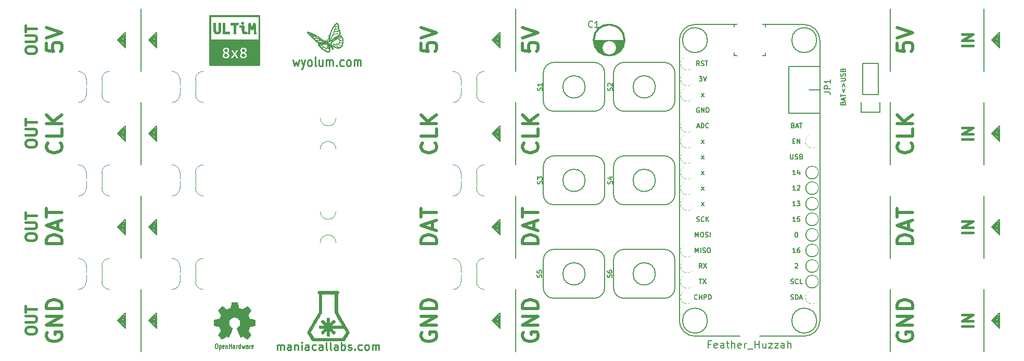
<source format=gto>
%TF.GenerationSoftware,KiCad,Pcbnew,4.0.7-e0-6372~58~ubuntu16.04.1*%
%TF.CreationDate,2017-08-10T17:43:16+05:30*%
%TF.ProjectId,ultim_bus,756C74696D5F6275732E6B696361645F,rev?*%
%TF.FileFunction,Legend,Top*%
%FSLAX46Y46*%
G04 Gerber Fmt 4.6, Leading zero omitted, Abs format (unit mm)*
G04 Created by KiCad (PCBNEW 4.0.7-e0-6372~58~ubuntu16.04.1) date Thu Aug 10 17:43:16 2017*
%MOMM*%
%LPD*%
G01*
G04 APERTURE LIST*
%ADD10C,0.101600*%
%ADD11C,0.200000*%
%ADD12C,0.254000*%
%ADD13C,0.508000*%
%ADD14C,0.127000*%
%ADD15C,0.381000*%
%ADD16C,0.152400*%
%ADD17C,0.010000*%
%ADD18C,0.002540*%
%ADD19C,0.150000*%
%ADD20C,0.300000*%
%ADD21C,2.178000*%
%ADD22C,0.900000*%
%ADD23C,6.496000*%
%ADD24R,6.496000X6.496000*%
%ADD25C,6.000000*%
%ADD26O,2.432000X2.127200*%
%ADD27R,1.924000X1.924000*%
%ADD28R,1.924000X2.432000*%
%ADD29R,2.178000X2.178000*%
%ADD30C,1.924000*%
%ADD31C,3.448000*%
G04 APERTURE END LIST*
D10*
D11*
X193040000Y-71120000D02*
X193040000Y-81280000D01*
X193040000Y-25400000D02*
X193040000Y-35560000D01*
X193040000Y-40640000D02*
X193040000Y-50800000D01*
X193040000Y-66040000D02*
X193040000Y-55880000D01*
D12*
X78074762Y-80965524D02*
X78074762Y-80118857D01*
X78074762Y-80239810D02*
X78135238Y-80179333D01*
X78256191Y-80118857D01*
X78437619Y-80118857D01*
X78558571Y-80179333D01*
X78619048Y-80300286D01*
X78619048Y-80965524D01*
X78619048Y-80300286D02*
X78679524Y-80179333D01*
X78800476Y-80118857D01*
X78981905Y-80118857D01*
X79102857Y-80179333D01*
X79163333Y-80300286D01*
X79163333Y-80965524D01*
X80312381Y-80965524D02*
X80312381Y-80300286D01*
X80251904Y-80179333D01*
X80130952Y-80118857D01*
X79889047Y-80118857D01*
X79768095Y-80179333D01*
X80312381Y-80905048D02*
X80191428Y-80965524D01*
X79889047Y-80965524D01*
X79768095Y-80905048D01*
X79707619Y-80784095D01*
X79707619Y-80663143D01*
X79768095Y-80542190D01*
X79889047Y-80481714D01*
X80191428Y-80481714D01*
X80312381Y-80421238D01*
X80917143Y-80118857D02*
X80917143Y-80965524D01*
X80917143Y-80239810D02*
X80977619Y-80179333D01*
X81098572Y-80118857D01*
X81280000Y-80118857D01*
X81400952Y-80179333D01*
X81461429Y-80300286D01*
X81461429Y-80965524D01*
X82066191Y-80965524D02*
X82066191Y-80118857D01*
X82066191Y-79695524D02*
X82005715Y-79756000D01*
X82066191Y-79816476D01*
X82126667Y-79756000D01*
X82066191Y-79695524D01*
X82066191Y-79816476D01*
X83215239Y-80965524D02*
X83215239Y-80300286D01*
X83154762Y-80179333D01*
X83033810Y-80118857D01*
X82791905Y-80118857D01*
X82670953Y-80179333D01*
X83215239Y-80905048D02*
X83094286Y-80965524D01*
X82791905Y-80965524D01*
X82670953Y-80905048D01*
X82610477Y-80784095D01*
X82610477Y-80663143D01*
X82670953Y-80542190D01*
X82791905Y-80481714D01*
X83094286Y-80481714D01*
X83215239Y-80421238D01*
X84364287Y-80905048D02*
X84243334Y-80965524D01*
X84001430Y-80965524D01*
X83880477Y-80905048D01*
X83820001Y-80844571D01*
X83759525Y-80723619D01*
X83759525Y-80360762D01*
X83820001Y-80239810D01*
X83880477Y-80179333D01*
X84001430Y-80118857D01*
X84243334Y-80118857D01*
X84364287Y-80179333D01*
X85452858Y-80965524D02*
X85452858Y-80300286D01*
X85392381Y-80179333D01*
X85271429Y-80118857D01*
X85029524Y-80118857D01*
X84908572Y-80179333D01*
X85452858Y-80905048D02*
X85331905Y-80965524D01*
X85029524Y-80965524D01*
X84908572Y-80905048D01*
X84848096Y-80784095D01*
X84848096Y-80663143D01*
X84908572Y-80542190D01*
X85029524Y-80481714D01*
X85331905Y-80481714D01*
X85452858Y-80421238D01*
X86239049Y-80965524D02*
X86118096Y-80905048D01*
X86057620Y-80784095D01*
X86057620Y-79695524D01*
X86904287Y-80965524D02*
X86783334Y-80905048D01*
X86722858Y-80784095D01*
X86722858Y-79695524D01*
X87932382Y-80965524D02*
X87932382Y-80300286D01*
X87871905Y-80179333D01*
X87750953Y-80118857D01*
X87509048Y-80118857D01*
X87388096Y-80179333D01*
X87932382Y-80905048D02*
X87811429Y-80965524D01*
X87509048Y-80965524D01*
X87388096Y-80905048D01*
X87327620Y-80784095D01*
X87327620Y-80663143D01*
X87388096Y-80542190D01*
X87509048Y-80481714D01*
X87811429Y-80481714D01*
X87932382Y-80421238D01*
X88537144Y-80965524D02*
X88537144Y-79695524D01*
X88537144Y-80179333D02*
X88658096Y-80118857D01*
X88900001Y-80118857D01*
X89020953Y-80179333D01*
X89081430Y-80239810D01*
X89141906Y-80360762D01*
X89141906Y-80723619D01*
X89081430Y-80844571D01*
X89020953Y-80905048D01*
X88900001Y-80965524D01*
X88658096Y-80965524D01*
X88537144Y-80905048D01*
X89625716Y-80905048D02*
X89746668Y-80965524D01*
X89988573Y-80965524D01*
X90109525Y-80905048D01*
X90170001Y-80784095D01*
X90170001Y-80723619D01*
X90109525Y-80602667D01*
X89988573Y-80542190D01*
X89807144Y-80542190D01*
X89686192Y-80481714D01*
X89625716Y-80360762D01*
X89625716Y-80300286D01*
X89686192Y-80179333D01*
X89807144Y-80118857D01*
X89988573Y-80118857D01*
X90109525Y-80179333D01*
X90714287Y-80844571D02*
X90774763Y-80905048D01*
X90714287Y-80965524D01*
X90653811Y-80905048D01*
X90714287Y-80844571D01*
X90714287Y-80965524D01*
X91863335Y-80905048D02*
X91742382Y-80965524D01*
X91500478Y-80965524D01*
X91379525Y-80905048D01*
X91319049Y-80844571D01*
X91258573Y-80723619D01*
X91258573Y-80360762D01*
X91319049Y-80239810D01*
X91379525Y-80179333D01*
X91500478Y-80118857D01*
X91742382Y-80118857D01*
X91863335Y-80179333D01*
X92589049Y-80965524D02*
X92468096Y-80905048D01*
X92407620Y-80844571D01*
X92347144Y-80723619D01*
X92347144Y-80360762D01*
X92407620Y-80239810D01*
X92468096Y-80179333D01*
X92589049Y-80118857D01*
X92770477Y-80118857D01*
X92891429Y-80179333D01*
X92951906Y-80239810D01*
X93012382Y-80360762D01*
X93012382Y-80723619D01*
X92951906Y-80844571D01*
X92891429Y-80905048D01*
X92770477Y-80965524D01*
X92589049Y-80965524D01*
X93556668Y-80965524D02*
X93556668Y-80118857D01*
X93556668Y-80239810D02*
X93617144Y-80179333D01*
X93738097Y-80118857D01*
X93919525Y-80118857D01*
X94040477Y-80179333D01*
X94100954Y-80300286D01*
X94100954Y-80965524D01*
X94100954Y-80300286D02*
X94161430Y-80179333D01*
X94282382Y-80118857D01*
X94463811Y-80118857D01*
X94584763Y-80179333D01*
X94645239Y-80300286D01*
X94645239Y-80965524D01*
X80669191Y-33709429D02*
X80911095Y-34725429D01*
X81153000Y-33999714D01*
X81394905Y-34725429D01*
X81636810Y-33709429D01*
X81999667Y-33709429D02*
X82302048Y-34725429D01*
X82604428Y-33709429D02*
X82302048Y-34725429D01*
X82181095Y-35088286D01*
X82120619Y-35160857D01*
X81999667Y-35233429D01*
X83269667Y-34725429D02*
X83148714Y-34652857D01*
X83088238Y-34580286D01*
X83027762Y-34435143D01*
X83027762Y-33999714D01*
X83088238Y-33854571D01*
X83148714Y-33782000D01*
X83269667Y-33709429D01*
X83451095Y-33709429D01*
X83572047Y-33782000D01*
X83632524Y-33854571D01*
X83693000Y-33999714D01*
X83693000Y-34435143D01*
X83632524Y-34580286D01*
X83572047Y-34652857D01*
X83451095Y-34725429D01*
X83269667Y-34725429D01*
X84418715Y-34725429D02*
X84297762Y-34652857D01*
X84237286Y-34507714D01*
X84237286Y-33201429D01*
X85446810Y-33709429D02*
X85446810Y-34725429D01*
X84902524Y-33709429D02*
X84902524Y-34507714D01*
X84963000Y-34652857D01*
X85083953Y-34725429D01*
X85265381Y-34725429D01*
X85386333Y-34652857D01*
X85446810Y-34580286D01*
X86051572Y-34725429D02*
X86051572Y-33709429D01*
X86051572Y-33854571D02*
X86112048Y-33782000D01*
X86233001Y-33709429D01*
X86414429Y-33709429D01*
X86535381Y-33782000D01*
X86595858Y-33927143D01*
X86595858Y-34725429D01*
X86595858Y-33927143D02*
X86656334Y-33782000D01*
X86777286Y-33709429D01*
X86958715Y-33709429D01*
X87079667Y-33782000D01*
X87140143Y-33927143D01*
X87140143Y-34725429D01*
X87744905Y-34580286D02*
X87805381Y-34652857D01*
X87744905Y-34725429D01*
X87684429Y-34652857D01*
X87744905Y-34580286D01*
X87744905Y-34725429D01*
X88893953Y-34652857D02*
X88773000Y-34725429D01*
X88531096Y-34725429D01*
X88410143Y-34652857D01*
X88349667Y-34580286D01*
X88289191Y-34435143D01*
X88289191Y-33999714D01*
X88349667Y-33854571D01*
X88410143Y-33782000D01*
X88531096Y-33709429D01*
X88773000Y-33709429D01*
X88893953Y-33782000D01*
X89619667Y-34725429D02*
X89498714Y-34652857D01*
X89438238Y-34580286D01*
X89377762Y-34435143D01*
X89377762Y-33999714D01*
X89438238Y-33854571D01*
X89498714Y-33782000D01*
X89619667Y-33709429D01*
X89801095Y-33709429D01*
X89922047Y-33782000D01*
X89982524Y-33854571D01*
X90043000Y-33999714D01*
X90043000Y-34435143D01*
X89982524Y-34580286D01*
X89922047Y-34652857D01*
X89801095Y-34725429D01*
X89619667Y-34725429D01*
X90587286Y-34725429D02*
X90587286Y-33709429D01*
X90587286Y-33854571D02*
X90647762Y-33782000D01*
X90768715Y-33709429D01*
X90950143Y-33709429D01*
X91071095Y-33782000D01*
X91131572Y-33927143D01*
X91131572Y-34725429D01*
X91131572Y-33927143D02*
X91192048Y-33782000D01*
X91313000Y-33709429D01*
X91494429Y-33709429D01*
X91615381Y-33782000D01*
X91675857Y-33927143D01*
X91675857Y-34725429D01*
D13*
X120529048Y-63681428D02*
X117989048Y-63681428D01*
X117989048Y-63076666D01*
X118110000Y-62713809D01*
X118351905Y-62471904D01*
X118593810Y-62350952D01*
X119077619Y-62230000D01*
X119440476Y-62230000D01*
X119924286Y-62350952D01*
X120166190Y-62471904D01*
X120408095Y-62713809D01*
X120529048Y-63076666D01*
X120529048Y-63681428D01*
X119803333Y-61262380D02*
X119803333Y-60052857D01*
X120529048Y-61504285D02*
X117989048Y-60657619D01*
X120529048Y-59810952D01*
X117989048Y-59327142D02*
X117989048Y-57875714D01*
X120529048Y-58601428D02*
X117989048Y-58601428D01*
X118110000Y-78135238D02*
X117989048Y-78377143D01*
X117989048Y-78740000D01*
X118110000Y-79102857D01*
X118351905Y-79344762D01*
X118593810Y-79465714D01*
X119077619Y-79586666D01*
X119440476Y-79586666D01*
X119924286Y-79465714D01*
X120166190Y-79344762D01*
X120408095Y-79102857D01*
X120529048Y-78740000D01*
X120529048Y-78498095D01*
X120408095Y-78135238D01*
X120287143Y-78014286D01*
X119440476Y-78014286D01*
X119440476Y-78498095D01*
X120529048Y-76925714D02*
X117989048Y-76925714D01*
X120529048Y-75474286D01*
X117989048Y-75474286D01*
X120529048Y-74264762D02*
X117989048Y-74264762D01*
X117989048Y-73660000D01*
X118110000Y-73297143D01*
X118351905Y-73055238D01*
X118593810Y-72934286D01*
X119077619Y-72813334D01*
X119440476Y-72813334D01*
X119924286Y-72934286D01*
X120166190Y-73055238D01*
X120408095Y-73297143D01*
X120529048Y-73660000D01*
X120529048Y-74264762D01*
X117989048Y-30963809D02*
X117989048Y-32173333D01*
X119198571Y-32294285D01*
X119077619Y-32173333D01*
X118956667Y-31931428D01*
X118956667Y-31326666D01*
X119077619Y-31084762D01*
X119198571Y-30963809D01*
X119440476Y-30842857D01*
X120045238Y-30842857D01*
X120287143Y-30963809D01*
X120408095Y-31084762D01*
X120529048Y-31326666D01*
X120529048Y-31931428D01*
X120408095Y-32173333D01*
X120287143Y-32294285D01*
X117989048Y-30117142D02*
X120529048Y-29270476D01*
X117989048Y-28423809D01*
X120287143Y-47231905D02*
X120408095Y-47352857D01*
X120529048Y-47715714D01*
X120529048Y-47957619D01*
X120408095Y-48320476D01*
X120166190Y-48562381D01*
X119924286Y-48683333D01*
X119440476Y-48804285D01*
X119077619Y-48804285D01*
X118593810Y-48683333D01*
X118351905Y-48562381D01*
X118110000Y-48320476D01*
X117989048Y-47957619D01*
X117989048Y-47715714D01*
X118110000Y-47352857D01*
X118230952Y-47231905D01*
X120529048Y-44933809D02*
X120529048Y-46143333D01*
X117989048Y-46143333D01*
X120529048Y-44087143D02*
X117989048Y-44087143D01*
X120529048Y-42635715D02*
X119077619Y-43724286D01*
X117989048Y-42635715D02*
X119440476Y-44087143D01*
X101600000Y-78135238D02*
X101479048Y-78377143D01*
X101479048Y-78740000D01*
X101600000Y-79102857D01*
X101841905Y-79344762D01*
X102083810Y-79465714D01*
X102567619Y-79586666D01*
X102930476Y-79586666D01*
X103414286Y-79465714D01*
X103656190Y-79344762D01*
X103898095Y-79102857D01*
X104019048Y-78740000D01*
X104019048Y-78498095D01*
X103898095Y-78135238D01*
X103777143Y-78014286D01*
X102930476Y-78014286D01*
X102930476Y-78498095D01*
X104019048Y-76925714D02*
X101479048Y-76925714D01*
X104019048Y-75474286D01*
X101479048Y-75474286D01*
X104019048Y-74264762D02*
X101479048Y-74264762D01*
X101479048Y-73660000D01*
X101600000Y-73297143D01*
X101841905Y-73055238D01*
X102083810Y-72934286D01*
X102567619Y-72813334D01*
X102930476Y-72813334D01*
X103414286Y-72934286D01*
X103656190Y-73055238D01*
X103898095Y-73297143D01*
X104019048Y-73660000D01*
X104019048Y-74264762D01*
X104019048Y-63681428D02*
X101479048Y-63681428D01*
X101479048Y-63076666D01*
X101600000Y-62713809D01*
X101841905Y-62471904D01*
X102083810Y-62350952D01*
X102567619Y-62230000D01*
X102930476Y-62230000D01*
X103414286Y-62350952D01*
X103656190Y-62471904D01*
X103898095Y-62713809D01*
X104019048Y-63076666D01*
X104019048Y-63681428D01*
X103293333Y-61262380D02*
X103293333Y-60052857D01*
X104019048Y-61504285D02*
X101479048Y-60657619D01*
X104019048Y-59810952D01*
X101479048Y-59327142D02*
X101479048Y-57875714D01*
X104019048Y-58601428D02*
X101479048Y-58601428D01*
X101479048Y-30963809D02*
X101479048Y-32173333D01*
X102688571Y-32294285D01*
X102567619Y-32173333D01*
X102446667Y-31931428D01*
X102446667Y-31326666D01*
X102567619Y-31084762D01*
X102688571Y-30963809D01*
X102930476Y-30842857D01*
X103535238Y-30842857D01*
X103777143Y-30963809D01*
X103898095Y-31084762D01*
X104019048Y-31326666D01*
X104019048Y-31931428D01*
X103898095Y-32173333D01*
X103777143Y-32294285D01*
X101479048Y-30117142D02*
X104019048Y-29270476D01*
X101479048Y-28423809D01*
X103777143Y-47231905D02*
X103898095Y-47352857D01*
X104019048Y-47715714D01*
X104019048Y-47957619D01*
X103898095Y-48320476D01*
X103656190Y-48562381D01*
X103414286Y-48683333D01*
X102930476Y-48804285D01*
X102567619Y-48804285D01*
X102083810Y-48683333D01*
X101841905Y-48562381D01*
X101600000Y-48320476D01*
X101479048Y-47957619D01*
X101479048Y-47715714D01*
X101600000Y-47352857D01*
X101720952Y-47231905D01*
X104019048Y-44933809D02*
X104019048Y-46143333D01*
X101479048Y-46143333D01*
X104019048Y-44087143D02*
X101479048Y-44087143D01*
X104019048Y-42635715D02*
X102567619Y-43724286D01*
X101479048Y-42635715D02*
X102930476Y-44087143D01*
X40640000Y-78135238D02*
X40519048Y-78377143D01*
X40519048Y-78740000D01*
X40640000Y-79102857D01*
X40881905Y-79344762D01*
X41123810Y-79465714D01*
X41607619Y-79586666D01*
X41970476Y-79586666D01*
X42454286Y-79465714D01*
X42696190Y-79344762D01*
X42938095Y-79102857D01*
X43059048Y-78740000D01*
X43059048Y-78498095D01*
X42938095Y-78135238D01*
X42817143Y-78014286D01*
X41970476Y-78014286D01*
X41970476Y-78498095D01*
X43059048Y-76925714D02*
X40519048Y-76925714D01*
X43059048Y-75474286D01*
X40519048Y-75474286D01*
X43059048Y-74264762D02*
X40519048Y-74264762D01*
X40519048Y-73660000D01*
X40640000Y-73297143D01*
X40881905Y-73055238D01*
X41123810Y-72934286D01*
X41607619Y-72813334D01*
X41970476Y-72813334D01*
X42454286Y-72934286D01*
X42696190Y-73055238D01*
X42938095Y-73297143D01*
X43059048Y-73660000D01*
X43059048Y-74264762D01*
X43059048Y-63681428D02*
X40519048Y-63681428D01*
X40519048Y-63076666D01*
X40640000Y-62713809D01*
X40881905Y-62471904D01*
X41123810Y-62350952D01*
X41607619Y-62230000D01*
X41970476Y-62230000D01*
X42454286Y-62350952D01*
X42696190Y-62471904D01*
X42938095Y-62713809D01*
X43059048Y-63076666D01*
X43059048Y-63681428D01*
X42333333Y-61262380D02*
X42333333Y-60052857D01*
X43059048Y-61504285D02*
X40519048Y-60657619D01*
X43059048Y-59810952D01*
X40519048Y-59327142D02*
X40519048Y-57875714D01*
X43059048Y-58601428D02*
X40519048Y-58601428D01*
X40519048Y-30963809D02*
X40519048Y-32173333D01*
X41728571Y-32294285D01*
X41607619Y-32173333D01*
X41486667Y-31931428D01*
X41486667Y-31326666D01*
X41607619Y-31084762D01*
X41728571Y-30963809D01*
X41970476Y-30842857D01*
X42575238Y-30842857D01*
X42817143Y-30963809D01*
X42938095Y-31084762D01*
X43059048Y-31326666D01*
X43059048Y-31931428D01*
X42938095Y-32173333D01*
X42817143Y-32294285D01*
X40519048Y-30117142D02*
X43059048Y-29270476D01*
X40519048Y-28423809D01*
X42817143Y-47231905D02*
X42938095Y-47352857D01*
X43059048Y-47715714D01*
X43059048Y-47957619D01*
X42938095Y-48320476D01*
X42696190Y-48562381D01*
X42454286Y-48683333D01*
X41970476Y-48804285D01*
X41607619Y-48804285D01*
X41123810Y-48683333D01*
X40881905Y-48562381D01*
X40640000Y-48320476D01*
X40519048Y-47957619D01*
X40519048Y-47715714D01*
X40640000Y-47352857D01*
X40760952Y-47231905D01*
X43059048Y-44933809D02*
X43059048Y-46143333D01*
X40519048Y-46143333D01*
X43059048Y-44087143D02*
X40519048Y-44087143D01*
X43059048Y-42635715D02*
X41607619Y-43724286D01*
X40519048Y-42635715D02*
X41970476Y-44087143D01*
D14*
X170125571Y-40748857D02*
X170161857Y-40640000D01*
X170198143Y-40603715D01*
X170270714Y-40567429D01*
X170379571Y-40567429D01*
X170452143Y-40603715D01*
X170488429Y-40640000D01*
X170524714Y-40712572D01*
X170524714Y-41002857D01*
X169762714Y-41002857D01*
X169762714Y-40748857D01*
X169799000Y-40676286D01*
X169835286Y-40640000D01*
X169907857Y-40603715D01*
X169980429Y-40603715D01*
X170053000Y-40640000D01*
X170089286Y-40676286D01*
X170125571Y-40748857D01*
X170125571Y-41002857D01*
X170307000Y-40277143D02*
X170307000Y-39914286D01*
X170524714Y-40349715D02*
X169762714Y-40095715D01*
X170524714Y-39841715D01*
X169762714Y-39696572D02*
X169762714Y-39261143D01*
X170524714Y-39478857D02*
X169762714Y-39478857D01*
X170016714Y-38426572D02*
X170234429Y-39007143D01*
X170452143Y-38426572D01*
X170016714Y-38063714D02*
X170234429Y-37483143D01*
X170452143Y-38063714D01*
X169762714Y-37120285D02*
X170379571Y-37120285D01*
X170452143Y-37084000D01*
X170488429Y-37047714D01*
X170524714Y-36975143D01*
X170524714Y-36830000D01*
X170488429Y-36757428D01*
X170452143Y-36721143D01*
X170379571Y-36684857D01*
X169762714Y-36684857D01*
X170488429Y-36358285D02*
X170524714Y-36249428D01*
X170524714Y-36067999D01*
X170488429Y-35995428D01*
X170452143Y-35959142D01*
X170379571Y-35922857D01*
X170307000Y-35922857D01*
X170234429Y-35959142D01*
X170198143Y-35995428D01*
X170161857Y-36067999D01*
X170125571Y-36213142D01*
X170089286Y-36285714D01*
X170053000Y-36321999D01*
X169980429Y-36358285D01*
X169907857Y-36358285D01*
X169835286Y-36321999D01*
X169799000Y-36285714D01*
X169762714Y-36213142D01*
X169762714Y-36031714D01*
X169799000Y-35922857D01*
X170125571Y-35342285D02*
X170161857Y-35233428D01*
X170198143Y-35197143D01*
X170270714Y-35160857D01*
X170379571Y-35160857D01*
X170452143Y-35197143D01*
X170488429Y-35233428D01*
X170524714Y-35306000D01*
X170524714Y-35596285D01*
X169762714Y-35596285D01*
X169762714Y-35342285D01*
X169799000Y-35269714D01*
X169835286Y-35233428D01*
X169907857Y-35197143D01*
X169980429Y-35197143D01*
X170053000Y-35233428D01*
X170089286Y-35269714D01*
X170125571Y-35342285D01*
X170125571Y-35596285D01*
D11*
X53340000Y-77470000D02*
X52070000Y-76200000D01*
X52324000Y-76200000D02*
X53213000Y-75311000D01*
X53213000Y-77089000D02*
X52324000Y-76200000D01*
X53213000Y-75311000D02*
X53213000Y-77089000D01*
X53340000Y-74930000D02*
X53340000Y-77470000D01*
X52070000Y-76200000D02*
X53340000Y-74930000D01*
X52959000Y-76327000D02*
X52832000Y-76200000D01*
X52832000Y-76200000D02*
X52959000Y-76073000D01*
X53086000Y-75692000D02*
X53086000Y-76708000D01*
X52578000Y-76200000D02*
X53086000Y-75692000D01*
X53086000Y-76708000D02*
X52578000Y-76200000D01*
X52959000Y-76073000D02*
X52959000Y-76327000D01*
X58166000Y-75692000D02*
X58166000Y-76708000D01*
X58166000Y-76708000D02*
X57658000Y-76200000D01*
X57658000Y-76200000D02*
X58166000Y-75692000D01*
X57912000Y-76200000D02*
X58039000Y-76073000D01*
X58039000Y-76327000D02*
X57912000Y-76200000D01*
X58039000Y-76073000D02*
X58039000Y-76327000D01*
X58293000Y-77089000D02*
X57404000Y-76200000D01*
X58420000Y-77470000D02*
X57150000Y-76200000D01*
X57404000Y-76200000D02*
X58293000Y-75311000D01*
X58293000Y-75311000D02*
X58293000Y-77089000D01*
X58420000Y-74930000D02*
X58420000Y-77470000D01*
X57150000Y-76200000D02*
X58420000Y-74930000D01*
X58039000Y-61087000D02*
X57912000Y-60960000D01*
X57912000Y-60960000D02*
X58039000Y-60833000D01*
X58039000Y-60833000D02*
X58039000Y-61087000D01*
X57404000Y-60960000D02*
X58293000Y-60071000D01*
X57658000Y-60960000D02*
X58166000Y-60452000D01*
X57150000Y-60960000D02*
X58420000Y-59690000D01*
X58166000Y-61468000D02*
X57658000Y-60960000D01*
X58420000Y-62230000D02*
X57150000Y-60960000D01*
X58293000Y-61849000D02*
X57404000Y-60960000D01*
X58420000Y-59690000D02*
X58420000Y-62230000D01*
X58166000Y-60452000D02*
X58166000Y-61468000D01*
X58293000Y-60071000D02*
X58293000Y-61849000D01*
X52959000Y-61087000D02*
X52832000Y-60960000D01*
X52959000Y-60833000D02*
X52959000Y-61087000D01*
X53086000Y-61468000D02*
X52578000Y-60960000D01*
X53086000Y-60452000D02*
X53086000Y-61468000D01*
X52578000Y-60960000D02*
X53086000Y-60452000D01*
X52832000Y-60960000D02*
X52959000Y-60833000D01*
X53340000Y-62230000D02*
X52070000Y-60960000D01*
X52070000Y-60960000D02*
X53340000Y-59690000D01*
X53213000Y-60071000D02*
X53213000Y-61849000D01*
X52324000Y-60960000D02*
X53213000Y-60071000D01*
X53340000Y-59690000D02*
X53340000Y-62230000D01*
X53213000Y-61849000D02*
X52324000Y-60960000D01*
X52578000Y-45720000D02*
X53086000Y-45212000D01*
X53086000Y-45212000D02*
X53086000Y-46228000D01*
X53213000Y-44831000D02*
X53213000Y-46609000D01*
X53340000Y-46990000D02*
X52070000Y-45720000D01*
X52324000Y-45720000D02*
X53213000Y-44831000D01*
X52070000Y-45720000D02*
X53340000Y-44450000D01*
X53340000Y-44450000D02*
X53340000Y-46990000D01*
X53086000Y-46228000D02*
X52578000Y-45720000D01*
X52959000Y-45593000D02*
X52959000Y-45847000D01*
X52832000Y-45720000D02*
X52959000Y-45593000D01*
X53213000Y-46609000D02*
X52324000Y-45720000D01*
X52959000Y-45847000D02*
X52832000Y-45720000D01*
X58166000Y-46228000D02*
X57658000Y-45720000D01*
X58039000Y-45847000D02*
X57912000Y-45720000D01*
X57912000Y-45720000D02*
X58039000Y-45593000D01*
X58039000Y-45593000D02*
X58039000Y-45847000D01*
X57658000Y-45720000D02*
X58166000Y-45212000D01*
X58166000Y-45212000D02*
X58166000Y-46228000D01*
X57404000Y-45720000D02*
X58293000Y-44831000D01*
X58293000Y-46609000D02*
X57404000Y-45720000D01*
X58420000Y-46990000D02*
X57150000Y-45720000D01*
X58420000Y-44450000D02*
X58420000Y-46990000D01*
X57150000Y-45720000D02*
X58420000Y-44450000D01*
X58293000Y-44831000D02*
X58293000Y-46609000D01*
X53340000Y-31750000D02*
X52070000Y-30480000D01*
X53213000Y-29591000D02*
X53213000Y-31369000D01*
X52324000Y-30480000D02*
X53213000Y-29591000D01*
X52070000Y-30480000D02*
X53340000Y-29210000D01*
X53340000Y-29210000D02*
X53340000Y-31750000D01*
X53213000Y-31369000D02*
X52324000Y-30480000D01*
X52959000Y-30353000D02*
X52959000Y-30607000D01*
X53086000Y-30988000D02*
X52578000Y-30480000D01*
X52959000Y-30607000D02*
X52832000Y-30480000D01*
X52832000Y-30480000D02*
X52959000Y-30353000D01*
X52578000Y-30480000D02*
X53086000Y-29972000D01*
X53086000Y-29972000D02*
X53086000Y-30988000D01*
X58420000Y-29210000D02*
X58420000Y-31750000D01*
X57404000Y-30480000D02*
X58293000Y-29591000D01*
X57658000Y-30480000D02*
X58166000Y-29972000D01*
X58420000Y-31750000D02*
X57150000Y-30480000D01*
X58166000Y-29972000D02*
X58166000Y-30988000D01*
X58293000Y-29591000D02*
X58293000Y-31369000D01*
X57150000Y-30480000D02*
X58420000Y-29210000D01*
X57912000Y-30480000D02*
X58039000Y-30353000D01*
X58293000Y-31369000D02*
X57404000Y-30480000D01*
X58039000Y-30353000D02*
X58039000Y-30607000D01*
X58039000Y-30607000D02*
X57912000Y-30480000D01*
X58166000Y-30988000D02*
X57658000Y-30480000D01*
X113538000Y-30480000D02*
X114046000Y-29972000D01*
X114173000Y-31369000D02*
X113284000Y-30480000D01*
X113284000Y-30480000D02*
X114173000Y-29591000D01*
X114046000Y-29972000D02*
X114046000Y-30988000D01*
X114173000Y-29591000D02*
X114173000Y-31369000D01*
X114046000Y-30988000D02*
X113538000Y-30480000D01*
X113919000Y-30353000D02*
X113919000Y-30607000D01*
X113919000Y-30607000D02*
X113792000Y-30480000D01*
X113792000Y-30480000D02*
X113919000Y-30353000D01*
X114300000Y-31750000D02*
X113030000Y-30480000D01*
X113030000Y-30480000D02*
X114300000Y-29210000D01*
X114300000Y-29210000D02*
X114300000Y-31750000D01*
X114046000Y-45212000D02*
X114046000Y-46228000D01*
X113792000Y-45720000D02*
X113919000Y-45593000D01*
X113538000Y-45720000D02*
X114046000Y-45212000D01*
X114173000Y-44831000D02*
X114173000Y-46609000D01*
X114300000Y-44450000D02*
X114300000Y-46990000D01*
X113030000Y-45720000D02*
X114300000Y-44450000D01*
X113284000Y-45720000D02*
X114173000Y-44831000D01*
X114046000Y-46228000D02*
X113538000Y-45720000D01*
X113919000Y-45593000D02*
X113919000Y-45847000D01*
X113919000Y-45847000D02*
X113792000Y-45720000D01*
X114300000Y-46990000D02*
X113030000Y-45720000D01*
X114173000Y-46609000D02*
X113284000Y-45720000D01*
X113284000Y-60960000D02*
X114173000Y-60071000D01*
X113538000Y-60960000D02*
X114046000Y-60452000D01*
X113030000Y-60960000D02*
X114300000Y-59690000D01*
X114300000Y-59690000D02*
X114300000Y-62230000D01*
X114300000Y-62230000D02*
X113030000Y-60960000D01*
X114046000Y-61468000D02*
X113538000Y-60960000D01*
X113919000Y-61087000D02*
X113792000Y-60960000D01*
X113792000Y-60960000D02*
X113919000Y-60833000D01*
X113919000Y-60833000D02*
X113919000Y-61087000D01*
X114173000Y-61849000D02*
X113284000Y-60960000D01*
X114173000Y-60071000D02*
X114173000Y-61849000D01*
X114046000Y-60452000D02*
X114046000Y-61468000D01*
X114300000Y-77470000D02*
X113030000Y-76200000D01*
X113919000Y-76327000D02*
X113792000Y-76200000D01*
X114046000Y-76708000D02*
X113538000Y-76200000D01*
X114173000Y-77089000D02*
X113284000Y-76200000D01*
X113919000Y-76073000D02*
X113919000Y-76327000D01*
X113030000Y-76200000D02*
X114300000Y-74930000D01*
X113284000Y-76200000D02*
X114173000Y-75311000D01*
X113792000Y-76200000D02*
X113919000Y-76073000D01*
X113538000Y-76200000D02*
X114046000Y-75692000D01*
X114046000Y-75692000D02*
X114046000Y-76708000D01*
X114173000Y-75311000D02*
X114173000Y-77089000D01*
X114300000Y-74930000D02*
X114300000Y-77470000D01*
X195326000Y-75692000D02*
X195326000Y-76708000D01*
X194818000Y-76200000D02*
X195326000Y-75692000D01*
X195072000Y-76200000D02*
X195199000Y-76073000D01*
X195199000Y-76327000D02*
X195072000Y-76200000D01*
X195326000Y-76708000D02*
X194818000Y-76200000D01*
X195199000Y-76073000D02*
X195199000Y-76327000D01*
X195580000Y-74930000D02*
X195580000Y-77470000D01*
X194310000Y-76200000D02*
X195580000Y-74930000D01*
X195453000Y-77089000D02*
X194564000Y-76200000D01*
X195580000Y-77470000D02*
X194310000Y-76200000D01*
X194564000Y-76200000D02*
X195453000Y-75311000D01*
X195453000Y-75311000D02*
X195453000Y-77089000D01*
X194564000Y-60960000D02*
X195453000Y-60071000D01*
X195072000Y-60960000D02*
X195199000Y-60833000D01*
X194310000Y-60960000D02*
X195580000Y-59690000D01*
X194818000Y-60960000D02*
X195326000Y-60452000D01*
X195199000Y-61087000D02*
X195072000Y-60960000D01*
X195326000Y-61468000D02*
X194818000Y-60960000D01*
X195580000Y-62230000D02*
X194310000Y-60960000D01*
X195453000Y-61849000D02*
X194564000Y-60960000D01*
X195199000Y-60833000D02*
X195199000Y-61087000D01*
X195453000Y-60071000D02*
X195453000Y-61849000D01*
X195326000Y-60452000D02*
X195326000Y-61468000D01*
X195580000Y-59690000D02*
X195580000Y-62230000D01*
X194818000Y-45720000D02*
X195326000Y-45212000D01*
X194564000Y-45720000D02*
X195453000Y-44831000D01*
X195580000Y-46990000D02*
X194310000Y-45720000D01*
X195326000Y-45212000D02*
X195326000Y-46228000D01*
X195453000Y-46609000D02*
X194564000Y-45720000D01*
X195072000Y-45720000D02*
X195199000Y-45593000D01*
X195199000Y-45847000D02*
X195072000Y-45720000D01*
X195199000Y-45593000D02*
X195199000Y-45847000D01*
X195326000Y-46228000D02*
X194818000Y-45720000D01*
X195453000Y-44831000D02*
X195453000Y-46609000D01*
X195580000Y-44450000D02*
X195580000Y-46990000D01*
X194310000Y-45720000D02*
X195580000Y-44450000D01*
X195199000Y-30607000D02*
X195072000Y-30480000D01*
X195199000Y-30353000D02*
X195199000Y-30607000D01*
X195072000Y-30480000D02*
X195199000Y-30353000D01*
X195326000Y-30988000D02*
X194818000Y-30480000D01*
X195326000Y-29972000D02*
X195326000Y-30988000D01*
X194818000Y-30480000D02*
X195326000Y-29972000D01*
X195453000Y-31369000D02*
X194564000Y-30480000D01*
X195453000Y-29591000D02*
X195453000Y-31369000D01*
X194564000Y-30480000D02*
X195453000Y-29591000D01*
X195580000Y-29210000D02*
X195580000Y-31750000D01*
X195580000Y-31750000D02*
X194310000Y-30480000D01*
X194310000Y-30480000D02*
X195580000Y-29210000D01*
D15*
X37126333Y-77978000D02*
X37126333Y-77639333D01*
X37211000Y-77470000D01*
X37380333Y-77300667D01*
X37719000Y-77216000D01*
X38311667Y-77216000D01*
X38650333Y-77300667D01*
X38819667Y-77470000D01*
X38904333Y-77639333D01*
X38904333Y-77978000D01*
X38819667Y-78147333D01*
X38650333Y-78316667D01*
X38311667Y-78401333D01*
X37719000Y-78401333D01*
X37380333Y-78316667D01*
X37211000Y-78147333D01*
X37126333Y-77978000D01*
X37126333Y-76454000D02*
X38565667Y-76454000D01*
X38735000Y-76369333D01*
X38819667Y-76284666D01*
X38904333Y-76115333D01*
X38904333Y-75776666D01*
X38819667Y-75607333D01*
X38735000Y-75522666D01*
X38565667Y-75438000D01*
X37126333Y-75438000D01*
X37126333Y-74845333D02*
X37126333Y-73829333D01*
X38904333Y-74337333D02*
X37126333Y-74337333D01*
X37126333Y-62738000D02*
X37126333Y-62399333D01*
X37211000Y-62230000D01*
X37380333Y-62060667D01*
X37719000Y-61976000D01*
X38311667Y-61976000D01*
X38650333Y-62060667D01*
X38819667Y-62230000D01*
X38904333Y-62399333D01*
X38904333Y-62738000D01*
X38819667Y-62907333D01*
X38650333Y-63076667D01*
X38311667Y-63161333D01*
X37719000Y-63161333D01*
X37380333Y-63076667D01*
X37211000Y-62907333D01*
X37126333Y-62738000D01*
X37126333Y-61214000D02*
X38565667Y-61214000D01*
X38735000Y-61129333D01*
X38819667Y-61044666D01*
X38904333Y-60875333D01*
X38904333Y-60536666D01*
X38819667Y-60367333D01*
X38735000Y-60282666D01*
X38565667Y-60198000D01*
X37126333Y-60198000D01*
X37126333Y-59605333D02*
X37126333Y-58589333D01*
X38904333Y-59097333D02*
X37126333Y-59097333D01*
X37126333Y-47498000D02*
X37126333Y-47159333D01*
X37211000Y-46990000D01*
X37380333Y-46820667D01*
X37719000Y-46736000D01*
X38311667Y-46736000D01*
X38650333Y-46820667D01*
X38819667Y-46990000D01*
X38904333Y-47159333D01*
X38904333Y-47498000D01*
X38819667Y-47667333D01*
X38650333Y-47836667D01*
X38311667Y-47921333D01*
X37719000Y-47921333D01*
X37380333Y-47836667D01*
X37211000Y-47667333D01*
X37126333Y-47498000D01*
X37126333Y-45974000D02*
X38565667Y-45974000D01*
X38735000Y-45889333D01*
X38819667Y-45804666D01*
X38904333Y-45635333D01*
X38904333Y-45296666D01*
X38819667Y-45127333D01*
X38735000Y-45042666D01*
X38565667Y-44958000D01*
X37126333Y-44958000D01*
X37126333Y-44365333D02*
X37126333Y-43349333D01*
X38904333Y-43857333D02*
X37126333Y-43857333D01*
X191304333Y-77131334D02*
X189526333Y-77131334D01*
X191304333Y-76284667D02*
X189526333Y-76284667D01*
X191304333Y-75268667D01*
X189526333Y-75268667D01*
X191304333Y-61891334D02*
X189526333Y-61891334D01*
X191304333Y-61044667D02*
X189526333Y-61044667D01*
X191304333Y-60028667D01*
X189526333Y-60028667D01*
X191304333Y-46651334D02*
X189526333Y-46651334D01*
X191304333Y-45804667D02*
X189526333Y-45804667D01*
X191304333Y-44788667D01*
X189526333Y-44788667D01*
X37126333Y-32258000D02*
X37126333Y-31919333D01*
X37211000Y-31750000D01*
X37380333Y-31580667D01*
X37719000Y-31496000D01*
X38311667Y-31496000D01*
X38650333Y-31580667D01*
X38819667Y-31750000D01*
X38904333Y-31919333D01*
X38904333Y-32258000D01*
X38819667Y-32427333D01*
X38650333Y-32596667D01*
X38311667Y-32681333D01*
X37719000Y-32681333D01*
X37380333Y-32596667D01*
X37211000Y-32427333D01*
X37126333Y-32258000D01*
X37126333Y-30734000D02*
X38565667Y-30734000D01*
X38735000Y-30649333D01*
X38819667Y-30564666D01*
X38904333Y-30395333D01*
X38904333Y-30056666D01*
X38819667Y-29887333D01*
X38735000Y-29802666D01*
X38565667Y-29718000D01*
X37126333Y-29718000D01*
X37126333Y-29125333D02*
X37126333Y-28109333D01*
X38904333Y-28617333D02*
X37126333Y-28617333D01*
X191304333Y-31411334D02*
X189526333Y-31411334D01*
X191304333Y-30564667D02*
X189526333Y-30564667D01*
X191304333Y-29548667D01*
X189526333Y-29548667D01*
D13*
X181489048Y-63681428D02*
X178949048Y-63681428D01*
X178949048Y-63076666D01*
X179070000Y-62713809D01*
X179311905Y-62471904D01*
X179553810Y-62350952D01*
X180037619Y-62230000D01*
X180400476Y-62230000D01*
X180884286Y-62350952D01*
X181126190Y-62471904D01*
X181368095Y-62713809D01*
X181489048Y-63076666D01*
X181489048Y-63681428D01*
X180763333Y-61262380D02*
X180763333Y-60052857D01*
X181489048Y-61504285D02*
X178949048Y-60657619D01*
X181489048Y-59810952D01*
X178949048Y-59327142D02*
X178949048Y-57875714D01*
X181489048Y-58601428D02*
X178949048Y-58601428D01*
X181247143Y-47231905D02*
X181368095Y-47352857D01*
X181489048Y-47715714D01*
X181489048Y-47957619D01*
X181368095Y-48320476D01*
X181126190Y-48562381D01*
X180884286Y-48683333D01*
X180400476Y-48804285D01*
X180037619Y-48804285D01*
X179553810Y-48683333D01*
X179311905Y-48562381D01*
X179070000Y-48320476D01*
X178949048Y-47957619D01*
X178949048Y-47715714D01*
X179070000Y-47352857D01*
X179190952Y-47231905D01*
X181489048Y-44933809D02*
X181489048Y-46143333D01*
X178949048Y-46143333D01*
X181489048Y-44087143D02*
X178949048Y-44087143D01*
X181489048Y-42635715D02*
X180037619Y-43724286D01*
X178949048Y-42635715D02*
X180400476Y-44087143D01*
D11*
X177800000Y-55880000D02*
X177800000Y-66040000D01*
X177800000Y-25400000D02*
X177800000Y-35560000D01*
X177800000Y-40640000D02*
X177800000Y-50800000D01*
X177800000Y-71120000D02*
X177800000Y-81280000D01*
X116840000Y-55880000D02*
X116840000Y-66040000D01*
X116840000Y-25400000D02*
X116840000Y-35560000D01*
X116840000Y-40640000D02*
X116840000Y-50800000D01*
X116840000Y-71120000D02*
X116840000Y-81280000D01*
X55880000Y-25400000D02*
X55880000Y-35560000D01*
X55880000Y-55880000D02*
X55880000Y-66040000D01*
X55880000Y-40640000D02*
X55880000Y-50800000D01*
X55880000Y-71120000D02*
X55880000Y-81280000D01*
D13*
X178949048Y-30963809D02*
X178949048Y-32173333D01*
X180158571Y-32294285D01*
X180037619Y-32173333D01*
X179916667Y-31931428D01*
X179916667Y-31326666D01*
X180037619Y-31084762D01*
X180158571Y-30963809D01*
X180400476Y-30842857D01*
X181005238Y-30842857D01*
X181247143Y-30963809D01*
X181368095Y-31084762D01*
X181489048Y-31326666D01*
X181489048Y-31931428D01*
X181368095Y-32173333D01*
X181247143Y-32294285D01*
X178949048Y-30117142D02*
X181489048Y-29270476D01*
X178949048Y-28423809D01*
X179070000Y-78135238D02*
X178949048Y-78377143D01*
X178949048Y-78740000D01*
X179070000Y-79102857D01*
X179311905Y-79344762D01*
X179553810Y-79465714D01*
X180037619Y-79586666D01*
X180400476Y-79586666D01*
X180884286Y-79465714D01*
X181126190Y-79344762D01*
X181368095Y-79102857D01*
X181489048Y-78740000D01*
X181489048Y-78498095D01*
X181368095Y-78135238D01*
X181247143Y-78014286D01*
X180400476Y-78014286D01*
X180400476Y-78498095D01*
X181489048Y-76925714D02*
X178949048Y-76925714D01*
X181489048Y-75474286D01*
X178949048Y-75474286D01*
X181489048Y-74264762D02*
X178949048Y-74264762D01*
X178949048Y-73660000D01*
X179070000Y-73297143D01*
X179311905Y-73055238D01*
X179553810Y-72934286D01*
X180037619Y-72813334D01*
X180400476Y-72813334D01*
X180884286Y-72934286D01*
X181126190Y-73055238D01*
X181368095Y-73297143D01*
X181489048Y-73660000D01*
X181489048Y-74264762D01*
D16*
X123115000Y-64580000D02*
G75*
G03X121365000Y-66330000I0J-1750000D01*
G01*
X121365000Y-70830000D02*
X121365000Y-66330000D01*
X121365000Y-70830000D02*
G75*
G03X123115000Y-72580000I1750000J0D01*
G01*
X129615000Y-72580000D02*
X123115000Y-72580000D01*
X131365000Y-66330000D02*
X131365000Y-70830000D01*
X123115000Y-64580000D02*
X129615000Y-64580000D01*
X131365000Y-66330000D02*
G75*
G03X129615000Y-64580000I-1750000J0D01*
G01*
X129615000Y-72580000D02*
G75*
G03X131365000Y-70830000I0J1750000D01*
G01*
X128181100Y-68580000D02*
G75*
G03X128181100Y-68580000I-1816100J0D01*
G01*
D10*
X85090000Y-58420000D02*
G75*
G03X87630000Y-58420000I1270000J0D01*
G01*
X85090000Y-63500000D02*
G75*
G02X87630000Y-63500000I1270000J0D01*
G01*
D17*
G36*
X86640132Y-71373141D02*
X86829330Y-71373704D01*
X87011803Y-71374553D01*
X87184802Y-71375693D01*
X87345580Y-71377121D01*
X87491388Y-71378837D01*
X87619478Y-71380843D01*
X87727101Y-71383137D01*
X87811511Y-71385719D01*
X87869958Y-71388591D01*
X87899694Y-71391751D01*
X87901045Y-71392101D01*
X87974650Y-71427801D01*
X88028272Y-71480954D01*
X88061256Y-71545582D01*
X88072948Y-71615706D01*
X88062692Y-71685346D01*
X88029833Y-71748525D01*
X87973717Y-71799264D01*
X87947218Y-71813553D01*
X87884819Y-71842312D01*
X87884409Y-73324141D01*
X87884000Y-74805969D01*
X88311194Y-75546641D01*
X88401737Y-75703615D01*
X88504897Y-75882444D01*
X88617416Y-76077483D01*
X88736038Y-76283090D01*
X88857507Y-76493620D01*
X88978568Y-76703429D01*
X89095963Y-76906874D01*
X89206437Y-77098312D01*
X89255756Y-77183770D01*
X89344967Y-77338722D01*
X89429309Y-77485946D01*
X89507458Y-77623082D01*
X89578089Y-77747771D01*
X89639877Y-77857652D01*
X89691497Y-77950365D01*
X89731624Y-78023552D01*
X89758934Y-78074852D01*
X89772102Y-78101905D01*
X89773125Y-78105254D01*
X89765259Y-78125854D01*
X89742954Y-78170330D01*
X89708145Y-78235359D01*
X89662767Y-78317615D01*
X89608756Y-78413774D01*
X89548047Y-78520511D01*
X89482577Y-78634503D01*
X89414279Y-78752423D01*
X89345091Y-78870948D01*
X89276948Y-78986754D01*
X89211784Y-79096515D01*
X89151537Y-79196906D01*
X89098141Y-79284605D01*
X89053532Y-79356285D01*
X89019645Y-79408622D01*
X88998416Y-79438292D01*
X88994599Y-79442468D01*
X88947124Y-79486125D01*
X83772875Y-79486125D01*
X83725400Y-79442468D01*
X83708606Y-79420746D01*
X83678539Y-79375288D01*
X83637134Y-79309420D01*
X83586325Y-79226466D01*
X83528050Y-79129753D01*
X83464242Y-79022605D01*
X83396838Y-78908346D01*
X83327772Y-78790303D01*
X83258981Y-78671800D01*
X83192400Y-78556163D01*
X83129963Y-78446717D01*
X83073608Y-78346786D01*
X83025267Y-78259695D01*
X82986879Y-78188771D01*
X82960377Y-78137338D01*
X82947697Y-78108720D01*
X82946874Y-78104933D01*
X82953139Y-78089738D01*
X83451817Y-78089738D01*
X83726508Y-78565681D01*
X84001198Y-79041625D01*
X88718654Y-79041625D01*
X88993694Y-78564873D01*
X89268735Y-78088121D01*
X89160627Y-77902091D01*
X89112108Y-77818084D01*
X89061391Y-77729405D01*
X89014699Y-77646982D01*
X88980228Y-77585315D01*
X88907937Y-77454567D01*
X86892125Y-77454125D01*
X87187748Y-77751781D01*
X87267725Y-77832852D01*
X87340741Y-77907905D01*
X87403638Y-77973609D01*
X87453257Y-78026634D01*
X87486440Y-78063650D01*
X87499732Y-78080697D01*
X87507043Y-78118230D01*
X87494704Y-78153316D01*
X87469692Y-78189070D01*
X87429306Y-78233828D01*
X87380048Y-78281770D01*
X87328420Y-78327074D01*
X87280926Y-78363919D01*
X87244067Y-78386484D01*
X87229480Y-78390750D01*
X87207132Y-78380200D01*
X87165787Y-78348232D01*
X87104908Y-78294363D01*
X87023960Y-78218114D01*
X86922408Y-78119002D01*
X86880810Y-78077741D01*
X86566375Y-77764732D01*
X86566375Y-78199522D01*
X86566186Y-78330308D01*
X86565480Y-78433011D01*
X86564051Y-78511296D01*
X86561691Y-78568830D01*
X86558191Y-78609276D01*
X86553345Y-78636301D01*
X86546944Y-78653570D01*
X86540102Y-78663343D01*
X86523266Y-78676829D01*
X86497807Y-78685459D01*
X86457181Y-78690237D01*
X86394844Y-78692165D01*
X86350754Y-78692375D01*
X86277007Y-78691988D01*
X86228052Y-78689820D01*
X86196932Y-78684360D01*
X86176690Y-78674094D01*
X86160370Y-78657512D01*
X86154053Y-78649627D01*
X86143921Y-78635620D01*
X86136117Y-78619895D01*
X86130392Y-78598501D01*
X86126497Y-78567484D01*
X86124185Y-78522892D01*
X86123207Y-78460771D01*
X86123314Y-78377170D01*
X86124259Y-78268136D01*
X86125120Y-78189238D01*
X86126336Y-78077830D01*
X86127363Y-77977621D01*
X86128164Y-77892754D01*
X86128700Y-77827372D01*
X86128937Y-77785619D01*
X86128846Y-77771611D01*
X86117874Y-77782389D01*
X86087423Y-77812776D01*
X86040394Y-77859863D01*
X85979693Y-77920739D01*
X85908221Y-77992496D01*
X85828882Y-78072225D01*
X85827221Y-78073894D01*
X85745795Y-78154741D01*
X85669946Y-78228133D01*
X85603010Y-78290994D01*
X85548322Y-78340247D01*
X85509218Y-78372816D01*
X85489337Y-78385556D01*
X85468907Y-78386152D01*
X85444469Y-78375567D01*
X85411225Y-78350398D01*
X85364375Y-78307244D01*
X85326618Y-78270190D01*
X85264367Y-78205657D01*
X85224516Y-78157575D01*
X85204581Y-78122681D01*
X85201125Y-78105521D01*
X85206451Y-78087558D01*
X85223771Y-78060344D01*
X85255090Y-78021608D01*
X85302416Y-77969079D01*
X85367757Y-77900484D01*
X85453120Y-77813551D01*
X85506566Y-77759867D01*
X85812007Y-77454125D01*
X85384557Y-77454125D01*
X85245238Y-77454235D01*
X85134412Y-77453593D01*
X85048828Y-77450739D01*
X84985238Y-77444213D01*
X84940392Y-77432556D01*
X84911040Y-77414308D01*
X84893932Y-77388009D01*
X84885820Y-77352200D01*
X84883454Y-77305420D01*
X84883583Y-77246211D01*
X84883625Y-77229107D01*
X84883249Y-77167737D01*
X84884298Y-77118980D01*
X84890033Y-77081390D01*
X84903717Y-77053522D01*
X84928611Y-77033933D01*
X84967977Y-77021178D01*
X85025078Y-77013811D01*
X85103176Y-77010388D01*
X85205532Y-77009465D01*
X85335409Y-77009596D01*
X85379196Y-77009625D01*
X85811267Y-77009625D01*
X85498258Y-76695189D01*
X85408898Y-76604371D01*
X85331404Y-76523517D01*
X85268051Y-76455128D01*
X85221114Y-76401706D01*
X85192868Y-76365753D01*
X85185250Y-76350990D01*
X85196746Y-76324392D01*
X85227271Y-76283976D01*
X85270876Y-76235523D01*
X85321613Y-76184817D01*
X85373534Y-76137641D01*
X85420690Y-76099778D01*
X85457134Y-76077010D01*
X85471177Y-76073000D01*
X85490107Y-76079738D01*
X85521067Y-76101065D01*
X85565936Y-76138648D01*
X85626590Y-76194153D01*
X85704908Y-76269247D01*
X85802767Y-76365597D01*
X85819345Y-76382083D01*
X86129812Y-76691166D01*
X86125134Y-76266775D01*
X86123453Y-76128249D01*
X86122794Y-76018203D01*
X86124651Y-75933374D01*
X86130515Y-75870496D01*
X86141879Y-75826302D01*
X86160236Y-75797528D01*
X86187078Y-75780909D01*
X86223897Y-75773179D01*
X86272186Y-75771073D01*
X86333436Y-75771325D01*
X86351546Y-75771375D01*
X86431777Y-75772496D01*
X86486137Y-75776371D01*
X86520445Y-75783763D01*
X86540519Y-75795438D01*
X86541428Y-75796321D01*
X86548921Y-75807469D01*
X86554780Y-75826540D01*
X86559198Y-75857092D01*
X86562365Y-75902686D01*
X86564473Y-75966878D01*
X86565714Y-76053230D01*
X86566279Y-76165298D01*
X86566375Y-76260142D01*
X86566375Y-76699017D01*
X86880810Y-76386008D01*
X86984977Y-76283240D01*
X87069018Y-76202457D01*
X87134393Y-76142357D01*
X87182558Y-76101639D01*
X87214973Y-76079001D01*
X87231435Y-76073000D01*
X87263640Y-76085050D01*
X87311929Y-76119515D01*
X87371031Y-76172218D01*
X87437277Y-76238807D01*
X87480369Y-76290289D01*
X87502644Y-76330492D01*
X87506437Y-76363242D01*
X87499732Y-76383052D01*
X87484448Y-76402412D01*
X87449823Y-76440842D01*
X87399016Y-76495013D01*
X87335186Y-76561594D01*
X87261491Y-76637256D01*
X87187748Y-76711968D01*
X86892125Y-77009625D01*
X88648589Y-77009625D01*
X88617294Y-76958031D01*
X88582471Y-76899823D01*
X88536078Y-76821049D01*
X88479623Y-76724349D01*
X88414614Y-76612365D01*
X88342559Y-76487736D01*
X88264966Y-76353105D01*
X88183344Y-76211113D01*
X88099201Y-76064400D01*
X88014044Y-75915608D01*
X87929382Y-75767378D01*
X87846723Y-75622351D01*
X87767576Y-75483167D01*
X87693448Y-75352468D01*
X87625847Y-75232896D01*
X87566282Y-75127090D01*
X87516260Y-75037693D01*
X87477291Y-74967345D01*
X87450882Y-74918688D01*
X87438540Y-74894361D01*
X87437896Y-74892659D01*
X87435786Y-74869630D01*
X87433779Y-74817011D01*
X87431895Y-74736962D01*
X87430154Y-74631643D01*
X87428575Y-74503212D01*
X87427179Y-74353830D01*
X87425985Y-74185656D01*
X87425013Y-74000850D01*
X87424282Y-73801573D01*
X87423814Y-73589983D01*
X87423627Y-73368240D01*
X87423625Y-73338636D01*
X87423625Y-71834375D01*
X85296989Y-71834375D01*
X85288437Y-74906187D01*
X84944729Y-75501500D01*
X84855018Y-75656868D01*
X84755473Y-75829244D01*
X84650521Y-76010961D01*
X84544590Y-76194356D01*
X84442106Y-76371764D01*
X84347496Y-76535521D01*
X84279940Y-76652437D01*
X84134356Y-76904399D01*
X84002857Y-77132050D01*
X83885664Y-77335010D01*
X83782995Y-77512897D01*
X83695071Y-77665331D01*
X83622110Y-77791931D01*
X83564332Y-77892316D01*
X83521957Y-77966107D01*
X83495205Y-78012921D01*
X83490081Y-78021962D01*
X83451817Y-78089738D01*
X82953139Y-78089738D01*
X82954593Y-78086214D01*
X82976661Y-78043010D01*
X83011444Y-77978273D01*
X83057311Y-77894953D01*
X83112628Y-77795999D01*
X83175763Y-77684362D01*
X83245083Y-77562993D01*
X83289919Y-77485074D01*
X83376007Y-77335890D01*
X83468884Y-77174959D01*
X83564742Y-77008876D01*
X83659776Y-76844236D01*
X83750179Y-76687633D01*
X83832145Y-76545663D01*
X83898823Y-76430187D01*
X83970062Y-76306821D01*
X84053259Y-76162738D01*
X84144500Y-76004716D01*
X84239870Y-75839537D01*
X84335455Y-75673979D01*
X84427341Y-75514823D01*
X84500341Y-75388372D01*
X84836000Y-74806931D01*
X84835590Y-73324622D01*
X84835180Y-71842312D01*
X84772781Y-71813553D01*
X84707983Y-71768866D01*
X84666683Y-71709549D01*
X84648225Y-71641581D01*
X84651955Y-71570941D01*
X84677218Y-71503606D01*
X84723358Y-71445557D01*
X84789721Y-71402771D01*
X84818954Y-71392101D01*
X84845501Y-71388910D01*
X84901048Y-71386009D01*
X84982847Y-71383396D01*
X85088151Y-71381071D01*
X85214211Y-71379035D01*
X85358279Y-71377288D01*
X85517606Y-71375830D01*
X85689446Y-71374660D01*
X85871049Y-71373780D01*
X86059667Y-71373187D01*
X86252552Y-71372883D01*
X86446957Y-71372868D01*
X86640132Y-71373141D01*
X86640132Y-71373141D01*
G37*
X86640132Y-71373141D02*
X86829330Y-71373704D01*
X87011803Y-71374553D01*
X87184802Y-71375693D01*
X87345580Y-71377121D01*
X87491388Y-71378837D01*
X87619478Y-71380843D01*
X87727101Y-71383137D01*
X87811511Y-71385719D01*
X87869958Y-71388591D01*
X87899694Y-71391751D01*
X87901045Y-71392101D01*
X87974650Y-71427801D01*
X88028272Y-71480954D01*
X88061256Y-71545582D01*
X88072948Y-71615706D01*
X88062692Y-71685346D01*
X88029833Y-71748525D01*
X87973717Y-71799264D01*
X87947218Y-71813553D01*
X87884819Y-71842312D01*
X87884409Y-73324141D01*
X87884000Y-74805969D01*
X88311194Y-75546641D01*
X88401737Y-75703615D01*
X88504897Y-75882444D01*
X88617416Y-76077483D01*
X88736038Y-76283090D01*
X88857507Y-76493620D01*
X88978568Y-76703429D01*
X89095963Y-76906874D01*
X89206437Y-77098312D01*
X89255756Y-77183770D01*
X89344967Y-77338722D01*
X89429309Y-77485946D01*
X89507458Y-77623082D01*
X89578089Y-77747771D01*
X89639877Y-77857652D01*
X89691497Y-77950365D01*
X89731624Y-78023552D01*
X89758934Y-78074852D01*
X89772102Y-78101905D01*
X89773125Y-78105254D01*
X89765259Y-78125854D01*
X89742954Y-78170330D01*
X89708145Y-78235359D01*
X89662767Y-78317615D01*
X89608756Y-78413774D01*
X89548047Y-78520511D01*
X89482577Y-78634503D01*
X89414279Y-78752423D01*
X89345091Y-78870948D01*
X89276948Y-78986754D01*
X89211784Y-79096515D01*
X89151537Y-79196906D01*
X89098141Y-79284605D01*
X89053532Y-79356285D01*
X89019645Y-79408622D01*
X88998416Y-79438292D01*
X88994599Y-79442468D01*
X88947124Y-79486125D01*
X83772875Y-79486125D01*
X83725400Y-79442468D01*
X83708606Y-79420746D01*
X83678539Y-79375288D01*
X83637134Y-79309420D01*
X83586325Y-79226466D01*
X83528050Y-79129753D01*
X83464242Y-79022605D01*
X83396838Y-78908346D01*
X83327772Y-78790303D01*
X83258981Y-78671800D01*
X83192400Y-78556163D01*
X83129963Y-78446717D01*
X83073608Y-78346786D01*
X83025267Y-78259695D01*
X82986879Y-78188771D01*
X82960377Y-78137338D01*
X82947697Y-78108720D01*
X82946874Y-78104933D01*
X82953139Y-78089738D01*
X83451817Y-78089738D01*
X83726508Y-78565681D01*
X84001198Y-79041625D01*
X88718654Y-79041625D01*
X88993694Y-78564873D01*
X89268735Y-78088121D01*
X89160627Y-77902091D01*
X89112108Y-77818084D01*
X89061391Y-77729405D01*
X89014699Y-77646982D01*
X88980228Y-77585315D01*
X88907937Y-77454567D01*
X86892125Y-77454125D01*
X87187748Y-77751781D01*
X87267725Y-77832852D01*
X87340741Y-77907905D01*
X87403638Y-77973609D01*
X87453257Y-78026634D01*
X87486440Y-78063650D01*
X87499732Y-78080697D01*
X87507043Y-78118230D01*
X87494704Y-78153316D01*
X87469692Y-78189070D01*
X87429306Y-78233828D01*
X87380048Y-78281770D01*
X87328420Y-78327074D01*
X87280926Y-78363919D01*
X87244067Y-78386484D01*
X87229480Y-78390750D01*
X87207132Y-78380200D01*
X87165787Y-78348232D01*
X87104908Y-78294363D01*
X87023960Y-78218114D01*
X86922408Y-78119002D01*
X86880810Y-78077741D01*
X86566375Y-77764732D01*
X86566375Y-78199522D01*
X86566186Y-78330308D01*
X86565480Y-78433011D01*
X86564051Y-78511296D01*
X86561691Y-78568830D01*
X86558191Y-78609276D01*
X86553345Y-78636301D01*
X86546944Y-78653570D01*
X86540102Y-78663343D01*
X86523266Y-78676829D01*
X86497807Y-78685459D01*
X86457181Y-78690237D01*
X86394844Y-78692165D01*
X86350754Y-78692375D01*
X86277007Y-78691988D01*
X86228052Y-78689820D01*
X86196932Y-78684360D01*
X86176690Y-78674094D01*
X86160370Y-78657512D01*
X86154053Y-78649627D01*
X86143921Y-78635620D01*
X86136117Y-78619895D01*
X86130392Y-78598501D01*
X86126497Y-78567484D01*
X86124185Y-78522892D01*
X86123207Y-78460771D01*
X86123314Y-78377170D01*
X86124259Y-78268136D01*
X86125120Y-78189238D01*
X86126336Y-78077830D01*
X86127363Y-77977621D01*
X86128164Y-77892754D01*
X86128700Y-77827372D01*
X86128937Y-77785619D01*
X86128846Y-77771611D01*
X86117874Y-77782389D01*
X86087423Y-77812776D01*
X86040394Y-77859863D01*
X85979693Y-77920739D01*
X85908221Y-77992496D01*
X85828882Y-78072225D01*
X85827221Y-78073894D01*
X85745795Y-78154741D01*
X85669946Y-78228133D01*
X85603010Y-78290994D01*
X85548322Y-78340247D01*
X85509218Y-78372816D01*
X85489337Y-78385556D01*
X85468907Y-78386152D01*
X85444469Y-78375567D01*
X85411225Y-78350398D01*
X85364375Y-78307244D01*
X85326618Y-78270190D01*
X85264367Y-78205657D01*
X85224516Y-78157575D01*
X85204581Y-78122681D01*
X85201125Y-78105521D01*
X85206451Y-78087558D01*
X85223771Y-78060344D01*
X85255090Y-78021608D01*
X85302416Y-77969079D01*
X85367757Y-77900484D01*
X85453120Y-77813551D01*
X85506566Y-77759867D01*
X85812007Y-77454125D01*
X85384557Y-77454125D01*
X85245238Y-77454235D01*
X85134412Y-77453593D01*
X85048828Y-77450739D01*
X84985238Y-77444213D01*
X84940392Y-77432556D01*
X84911040Y-77414308D01*
X84893932Y-77388009D01*
X84885820Y-77352200D01*
X84883454Y-77305420D01*
X84883583Y-77246211D01*
X84883625Y-77229107D01*
X84883249Y-77167737D01*
X84884298Y-77118980D01*
X84890033Y-77081390D01*
X84903717Y-77053522D01*
X84928611Y-77033933D01*
X84967977Y-77021178D01*
X85025078Y-77013811D01*
X85103176Y-77010388D01*
X85205532Y-77009465D01*
X85335409Y-77009596D01*
X85379196Y-77009625D01*
X85811267Y-77009625D01*
X85498258Y-76695189D01*
X85408898Y-76604371D01*
X85331404Y-76523517D01*
X85268051Y-76455128D01*
X85221114Y-76401706D01*
X85192868Y-76365753D01*
X85185250Y-76350990D01*
X85196746Y-76324392D01*
X85227271Y-76283976D01*
X85270876Y-76235523D01*
X85321613Y-76184817D01*
X85373534Y-76137641D01*
X85420690Y-76099778D01*
X85457134Y-76077010D01*
X85471177Y-76073000D01*
X85490107Y-76079738D01*
X85521067Y-76101065D01*
X85565936Y-76138648D01*
X85626590Y-76194153D01*
X85704908Y-76269247D01*
X85802767Y-76365597D01*
X85819345Y-76382083D01*
X86129812Y-76691166D01*
X86125134Y-76266775D01*
X86123453Y-76128249D01*
X86122794Y-76018203D01*
X86124651Y-75933374D01*
X86130515Y-75870496D01*
X86141879Y-75826302D01*
X86160236Y-75797528D01*
X86187078Y-75780909D01*
X86223897Y-75773179D01*
X86272186Y-75771073D01*
X86333436Y-75771325D01*
X86351546Y-75771375D01*
X86431777Y-75772496D01*
X86486137Y-75776371D01*
X86520445Y-75783763D01*
X86540519Y-75795438D01*
X86541428Y-75796321D01*
X86548921Y-75807469D01*
X86554780Y-75826540D01*
X86559198Y-75857092D01*
X86562365Y-75902686D01*
X86564473Y-75966878D01*
X86565714Y-76053230D01*
X86566279Y-76165298D01*
X86566375Y-76260142D01*
X86566375Y-76699017D01*
X86880810Y-76386008D01*
X86984977Y-76283240D01*
X87069018Y-76202457D01*
X87134393Y-76142357D01*
X87182558Y-76101639D01*
X87214973Y-76079001D01*
X87231435Y-76073000D01*
X87263640Y-76085050D01*
X87311929Y-76119515D01*
X87371031Y-76172218D01*
X87437277Y-76238807D01*
X87480369Y-76290289D01*
X87502644Y-76330492D01*
X87506437Y-76363242D01*
X87499732Y-76383052D01*
X87484448Y-76402412D01*
X87449823Y-76440842D01*
X87399016Y-76495013D01*
X87335186Y-76561594D01*
X87261491Y-76637256D01*
X87187748Y-76711968D01*
X86892125Y-77009625D01*
X88648589Y-77009625D01*
X88617294Y-76958031D01*
X88582471Y-76899823D01*
X88536078Y-76821049D01*
X88479623Y-76724349D01*
X88414614Y-76612365D01*
X88342559Y-76487736D01*
X88264966Y-76353105D01*
X88183344Y-76211113D01*
X88099201Y-76064400D01*
X88014044Y-75915608D01*
X87929382Y-75767378D01*
X87846723Y-75622351D01*
X87767576Y-75483167D01*
X87693448Y-75352468D01*
X87625847Y-75232896D01*
X87566282Y-75127090D01*
X87516260Y-75037693D01*
X87477291Y-74967345D01*
X87450882Y-74918688D01*
X87438540Y-74894361D01*
X87437896Y-74892659D01*
X87435786Y-74869630D01*
X87433779Y-74817011D01*
X87431895Y-74736962D01*
X87430154Y-74631643D01*
X87428575Y-74503212D01*
X87427179Y-74353830D01*
X87425985Y-74185656D01*
X87425013Y-74000850D01*
X87424282Y-73801573D01*
X87423814Y-73589983D01*
X87423627Y-73368240D01*
X87423625Y-73338636D01*
X87423625Y-71834375D01*
X85296989Y-71834375D01*
X85288437Y-74906187D01*
X84944729Y-75501500D01*
X84855018Y-75656868D01*
X84755473Y-75829244D01*
X84650521Y-76010961D01*
X84544590Y-76194356D01*
X84442106Y-76371764D01*
X84347496Y-76535521D01*
X84279940Y-76652437D01*
X84134356Y-76904399D01*
X84002857Y-77132050D01*
X83885664Y-77335010D01*
X83782995Y-77512897D01*
X83695071Y-77665331D01*
X83622110Y-77791931D01*
X83564332Y-77892316D01*
X83521957Y-77966107D01*
X83495205Y-78012921D01*
X83490081Y-78021962D01*
X83451817Y-78089738D01*
X82953139Y-78089738D01*
X82954593Y-78086214D01*
X82976661Y-78043010D01*
X83011444Y-77978273D01*
X83057311Y-77894953D01*
X83112628Y-77795999D01*
X83175763Y-77684362D01*
X83245083Y-77562993D01*
X83289919Y-77485074D01*
X83376007Y-77335890D01*
X83468884Y-77174959D01*
X83564742Y-77008876D01*
X83659776Y-76844236D01*
X83750179Y-76687633D01*
X83832145Y-76545663D01*
X83898823Y-76430187D01*
X83970062Y-76306821D01*
X84053259Y-76162738D01*
X84144500Y-76004716D01*
X84239870Y-75839537D01*
X84335455Y-75673979D01*
X84427341Y-75514823D01*
X84500341Y-75388372D01*
X84836000Y-74806931D01*
X84835590Y-73324622D01*
X84835180Y-71842312D01*
X84772781Y-71813553D01*
X84707983Y-71768866D01*
X84666683Y-71709549D01*
X84648225Y-71641581D01*
X84651955Y-71570941D01*
X84677218Y-71503606D01*
X84723358Y-71445557D01*
X84789721Y-71402771D01*
X84818954Y-71392101D01*
X84845501Y-71388910D01*
X84901048Y-71386009D01*
X84982847Y-71383396D01*
X85088151Y-71381071D01*
X85214211Y-71379035D01*
X85358279Y-71377288D01*
X85517606Y-71375830D01*
X85689446Y-71374660D01*
X85871049Y-71373780D01*
X86059667Y-71373187D01*
X86252552Y-71372883D01*
X86446957Y-71372868D01*
X86640132Y-71373141D01*
G36*
X71622937Y-26384288D02*
X72077117Y-26384410D01*
X72492287Y-26384628D01*
X72870111Y-26384953D01*
X73212249Y-26385398D01*
X73520364Y-26385975D01*
X73796118Y-26386695D01*
X74041173Y-26387570D01*
X74257191Y-26388613D01*
X74445833Y-26389834D01*
X74608763Y-26391246D01*
X74747642Y-26392861D01*
X74864132Y-26394691D01*
X74959895Y-26396747D01*
X75036593Y-26399042D01*
X75095888Y-26401587D01*
X75139443Y-26404394D01*
X75168918Y-26407476D01*
X75185977Y-26410843D01*
X75191330Y-26413300D01*
X75195550Y-26418998D01*
X75199420Y-26429961D01*
X75202953Y-26447950D01*
X75206165Y-26474728D01*
X75209071Y-26512056D01*
X75211686Y-26561696D01*
X75214026Y-26625409D01*
X75216105Y-26704957D01*
X75217939Y-26802101D01*
X75219543Y-26918605D01*
X75220931Y-27056228D01*
X75222120Y-27216733D01*
X75223123Y-27401881D01*
X75223957Y-27613434D01*
X75224636Y-27853154D01*
X75225176Y-28122803D01*
X75225591Y-28424141D01*
X75225898Y-28758932D01*
X75226110Y-29128936D01*
X75226243Y-29535915D01*
X75226312Y-29981630D01*
X75226333Y-30467845D01*
X75226333Y-30488942D01*
X75226275Y-30999639D01*
X75226096Y-31469403D01*
X75225787Y-31899633D01*
X75225338Y-32291729D01*
X75224742Y-32647091D01*
X75223989Y-32967118D01*
X75223072Y-33253211D01*
X75221980Y-33506769D01*
X75220706Y-33729192D01*
X75219241Y-33921879D01*
X75217575Y-34086231D01*
X75215701Y-34223646D01*
X75213609Y-34335526D01*
X75211291Y-34423269D01*
X75208738Y-34488275D01*
X75205941Y-34531945D01*
X75202892Y-34555677D01*
X75200933Y-34560933D01*
X75188515Y-34564138D01*
X75157001Y-34567086D01*
X75104992Y-34569784D01*
X75031088Y-34572243D01*
X74933889Y-34574470D01*
X74811996Y-34576474D01*
X74664008Y-34578264D01*
X74488527Y-34579848D01*
X74284151Y-34581237D01*
X74049482Y-34582437D01*
X73783120Y-34583458D01*
X73483665Y-34584309D01*
X73149717Y-34584998D01*
X72779876Y-34585534D01*
X72372743Y-34585926D01*
X71926918Y-34586183D01*
X71441001Y-34586312D01*
X71128942Y-34586333D01*
X70641007Y-34586314D01*
X70193644Y-34586247D01*
X69785091Y-34586117D01*
X69413587Y-34585908D01*
X69077369Y-34585606D01*
X68774676Y-34585196D01*
X68503746Y-34584661D01*
X68262818Y-34583988D01*
X68050130Y-34583161D01*
X67863920Y-34582165D01*
X67702427Y-34580984D01*
X67563888Y-34579604D01*
X67446543Y-34578010D01*
X67348629Y-34576186D01*
X67268385Y-34574117D01*
X67204050Y-34571789D01*
X67153861Y-34569185D01*
X67116057Y-34566292D01*
X67088875Y-34563092D01*
X67070556Y-34559573D01*
X67059336Y-34555718D01*
X67053455Y-34551512D01*
X67053300Y-34551330D01*
X67049732Y-34541759D01*
X67046457Y-34520900D01*
X67043465Y-34487091D01*
X67040743Y-34438671D01*
X67038280Y-34373977D01*
X67036063Y-34291347D01*
X67034080Y-34189119D01*
X67032321Y-34065632D01*
X67030772Y-33919223D01*
X67029422Y-33748230D01*
X67028259Y-33550991D01*
X67027272Y-33325844D01*
X67026448Y-33071127D01*
X67026342Y-33025945D01*
X69112077Y-33025945D01*
X69145591Y-33150037D01*
X69213829Y-33258905D01*
X69314364Y-33346752D01*
X69430323Y-33403008D01*
X69553283Y-33431182D01*
X69695457Y-33441641D01*
X69837452Y-33434043D01*
X69946700Y-33412191D01*
X70004964Y-33386426D01*
X70491672Y-33386426D01*
X70510216Y-33395291D01*
X70554921Y-33398552D01*
X70633027Y-33397352D01*
X70655301Y-33396606D01*
X70830821Y-33390417D01*
X70927785Y-33229112D01*
X70977463Y-33148156D01*
X71024499Y-33074390D01*
X71060764Y-33020483D01*
X71068619Y-33009689D01*
X71112487Y-32951570D01*
X71186218Y-33054577D01*
X71239238Y-33132073D01*
X71297440Y-33222196D01*
X71332503Y-33279292D01*
X71405057Y-33401000D01*
X71580028Y-33401000D01*
X71660091Y-33399229D01*
X71720888Y-33394512D01*
X71752570Y-33387743D01*
X71754959Y-33385125D01*
X71743875Y-33357274D01*
X71713885Y-33302101D01*
X71669795Y-33227352D01*
X71616413Y-33140776D01*
X71558546Y-33050117D01*
X71500999Y-32963124D01*
X71499017Y-32960265D01*
X71938873Y-32960265D01*
X71951564Y-33090657D01*
X71998699Y-33211465D01*
X72048594Y-33281544D01*
X72095284Y-33319959D01*
X72166508Y-33362896D01*
X72246574Y-33401677D01*
X72305333Y-33423540D01*
X72367721Y-33434330D01*
X72456878Y-33439926D01*
X72557567Y-33440399D01*
X72654552Y-33435819D01*
X72732595Y-33426256D01*
X72753586Y-33421478D01*
X72886024Y-33365879D01*
X72992584Y-33283338D01*
X73070278Y-33179935D01*
X73116113Y-33061753D01*
X73127098Y-32934874D01*
X73100243Y-32805379D01*
X73079995Y-32757770D01*
X73045011Y-32694492D01*
X73003894Y-32641516D01*
X72946778Y-32588250D01*
X72863794Y-32524098D01*
X72859194Y-32520713D01*
X72868936Y-32504385D01*
X72901423Y-32467454D01*
X72937736Y-32429931D01*
X73021268Y-32320220D01*
X73069230Y-32199072D01*
X73082462Y-32073669D01*
X73061802Y-31951193D01*
X73008091Y-31838827D01*
X72922167Y-31743754D01*
X72851959Y-31696018D01*
X72794239Y-31666196D01*
X72743499Y-31647707D01*
X72686375Y-31637890D01*
X72609506Y-31634089D01*
X72538167Y-31633583D01*
X72413728Y-31637766D01*
X72318913Y-31652976D01*
X72241599Y-31683199D01*
X72169666Y-31732426D01*
X72128818Y-31768291D01*
X72045793Y-31871506D01*
X71995196Y-31991307D01*
X71977469Y-32118908D01*
X71993052Y-32245522D01*
X72042386Y-32362363D01*
X72095540Y-32431857D01*
X72178045Y-32518587D01*
X72101229Y-32593190D01*
X72014329Y-32703370D01*
X71960003Y-32828449D01*
X71938873Y-32960265D01*
X71499017Y-32960265D01*
X71448580Y-32887543D01*
X71432620Y-32865607D01*
X71326274Y-32721797D01*
X71530053Y-32415936D01*
X71596433Y-32315717D01*
X71653767Y-32228035D01*
X71698254Y-32158796D01*
X71726094Y-32113904D01*
X71733833Y-32099370D01*
X71714338Y-32094401D01*
X71662527Y-32090658D01*
X71588417Y-32088775D01*
X71564395Y-32088667D01*
X71394957Y-32088667D01*
X71265995Y-32289750D01*
X71214129Y-32369735D01*
X71170959Y-32434636D01*
X71141308Y-32477317D01*
X71130173Y-32490833D01*
X71116004Y-32474638D01*
X71082588Y-32430595D01*
X71034988Y-32365514D01*
X70980772Y-32289750D01*
X70838231Y-32088667D01*
X70660871Y-32088667D01*
X70595410Y-32087910D01*
X70547607Y-32088606D01*
X70518301Y-32095206D01*
X70508331Y-32112158D01*
X70518539Y-32143912D01*
X70549764Y-32194919D01*
X70602846Y-32269629D01*
X70678624Y-32372490D01*
X70726789Y-32437917D01*
X70794959Y-32531559D01*
X70853348Y-32613161D01*
X70897730Y-32676704D01*
X70923877Y-32716166D01*
X70929091Y-32726048D01*
X70917168Y-32748677D01*
X70886303Y-32792015D01*
X70863480Y-32821298D01*
X70824406Y-32872836D01*
X70772377Y-32945354D01*
X70712813Y-33030832D01*
X70651132Y-33121254D01*
X70592753Y-33208604D01*
X70543096Y-33284862D01*
X70507579Y-33342014D01*
X70492055Y-33370813D01*
X70491672Y-33386426D01*
X70004964Y-33386426D01*
X70080910Y-33352842D01*
X70184450Y-33265591D01*
X70255031Y-33153471D01*
X70290363Y-33019513D01*
X70294152Y-32952051D01*
X70278169Y-32817607D01*
X70228590Y-32705758D01*
X70141806Y-32609217D01*
X70112734Y-32585749D01*
X70026460Y-32519946D01*
X70114056Y-32423193D01*
X70192830Y-32310156D01*
X70238704Y-32186641D01*
X70251874Y-32060298D01*
X70232534Y-31938776D01*
X70180878Y-31829725D01*
X70097102Y-31740793D01*
X70096675Y-31740467D01*
X69974561Y-31672293D01*
X69832978Y-31633714D01*
X69682721Y-31624729D01*
X69534588Y-31645339D01*
X69399374Y-31695544D01*
X69328184Y-31740447D01*
X69251544Y-31822114D01*
X69192727Y-31930512D01*
X69158153Y-32051606D01*
X69151707Y-32126388D01*
X69165780Y-32255689D01*
X69211255Y-32362640D01*
X69283743Y-32449320D01*
X69356827Y-32518859D01*
X69282560Y-32584067D01*
X69228997Y-32643317D01*
X69177943Y-32719124D01*
X69158936Y-32755262D01*
X69115716Y-32892422D01*
X69112077Y-33025945D01*
X67026342Y-33025945D01*
X67025775Y-32785178D01*
X67025242Y-32466336D01*
X67024836Y-32112937D01*
X67024547Y-31723320D01*
X67024361Y-31295823D01*
X67024267Y-30828784D01*
X67024250Y-30488086D01*
X67024263Y-30002456D01*
X67024313Y-29557376D01*
X67024417Y-29151065D01*
X67024592Y-28781739D01*
X67024853Y-28447615D01*
X67025218Y-28146912D01*
X67025702Y-27877847D01*
X67026324Y-27638636D01*
X67027098Y-27427497D01*
X67028043Y-27242648D01*
X67029173Y-27082306D01*
X67030507Y-26944688D01*
X67032060Y-26828012D01*
X67033849Y-26730494D01*
X67035891Y-26650353D01*
X67037461Y-26606500D01*
X67246500Y-26606500D01*
X67246500Y-30374167D01*
X75014667Y-30374167D01*
X75014667Y-26606500D01*
X67246500Y-26606500D01*
X67037461Y-26606500D01*
X67038202Y-26585806D01*
X67040798Y-26535070D01*
X67043697Y-26496362D01*
X67046915Y-26467900D01*
X67050469Y-26447902D01*
X67054374Y-26434583D01*
X67058648Y-26426163D01*
X67062047Y-26422047D01*
X67067997Y-26417491D01*
X67077530Y-26413315D01*
X67092427Y-26409504D01*
X67114473Y-26406040D01*
X67145450Y-26402907D01*
X67187139Y-26400089D01*
X67241325Y-26397569D01*
X67309789Y-26395330D01*
X67394314Y-26393356D01*
X67496683Y-26391631D01*
X67618679Y-26390137D01*
X67762084Y-26388858D01*
X67928681Y-26387778D01*
X68120252Y-26386879D01*
X68338580Y-26386147D01*
X68585447Y-26385563D01*
X68862637Y-26385111D01*
X69171932Y-26384775D01*
X69515115Y-26384538D01*
X69893968Y-26384384D01*
X70310274Y-26384295D01*
X70765815Y-26384257D01*
X71128086Y-26384250D01*
X71622937Y-26384288D01*
X71622937Y-26384288D01*
G37*
X71622937Y-26384288D02*
X72077117Y-26384410D01*
X72492287Y-26384628D01*
X72870111Y-26384953D01*
X73212249Y-26385398D01*
X73520364Y-26385975D01*
X73796118Y-26386695D01*
X74041173Y-26387570D01*
X74257191Y-26388613D01*
X74445833Y-26389834D01*
X74608763Y-26391246D01*
X74747642Y-26392861D01*
X74864132Y-26394691D01*
X74959895Y-26396747D01*
X75036593Y-26399042D01*
X75095888Y-26401587D01*
X75139443Y-26404394D01*
X75168918Y-26407476D01*
X75185977Y-26410843D01*
X75191330Y-26413300D01*
X75195550Y-26418998D01*
X75199420Y-26429961D01*
X75202953Y-26447950D01*
X75206165Y-26474728D01*
X75209071Y-26512056D01*
X75211686Y-26561696D01*
X75214026Y-26625409D01*
X75216105Y-26704957D01*
X75217939Y-26802101D01*
X75219543Y-26918605D01*
X75220931Y-27056228D01*
X75222120Y-27216733D01*
X75223123Y-27401881D01*
X75223957Y-27613434D01*
X75224636Y-27853154D01*
X75225176Y-28122803D01*
X75225591Y-28424141D01*
X75225898Y-28758932D01*
X75226110Y-29128936D01*
X75226243Y-29535915D01*
X75226312Y-29981630D01*
X75226333Y-30467845D01*
X75226333Y-30488942D01*
X75226275Y-30999639D01*
X75226096Y-31469403D01*
X75225787Y-31899633D01*
X75225338Y-32291729D01*
X75224742Y-32647091D01*
X75223989Y-32967118D01*
X75223072Y-33253211D01*
X75221980Y-33506769D01*
X75220706Y-33729192D01*
X75219241Y-33921879D01*
X75217575Y-34086231D01*
X75215701Y-34223646D01*
X75213609Y-34335526D01*
X75211291Y-34423269D01*
X75208738Y-34488275D01*
X75205941Y-34531945D01*
X75202892Y-34555677D01*
X75200933Y-34560933D01*
X75188515Y-34564138D01*
X75157001Y-34567086D01*
X75104992Y-34569784D01*
X75031088Y-34572243D01*
X74933889Y-34574470D01*
X74811996Y-34576474D01*
X74664008Y-34578264D01*
X74488527Y-34579848D01*
X74284151Y-34581237D01*
X74049482Y-34582437D01*
X73783120Y-34583458D01*
X73483665Y-34584309D01*
X73149717Y-34584998D01*
X72779876Y-34585534D01*
X72372743Y-34585926D01*
X71926918Y-34586183D01*
X71441001Y-34586312D01*
X71128942Y-34586333D01*
X70641007Y-34586314D01*
X70193644Y-34586247D01*
X69785091Y-34586117D01*
X69413587Y-34585908D01*
X69077369Y-34585606D01*
X68774676Y-34585196D01*
X68503746Y-34584661D01*
X68262818Y-34583988D01*
X68050130Y-34583161D01*
X67863920Y-34582165D01*
X67702427Y-34580984D01*
X67563888Y-34579604D01*
X67446543Y-34578010D01*
X67348629Y-34576186D01*
X67268385Y-34574117D01*
X67204050Y-34571789D01*
X67153861Y-34569185D01*
X67116057Y-34566292D01*
X67088875Y-34563092D01*
X67070556Y-34559573D01*
X67059336Y-34555718D01*
X67053455Y-34551512D01*
X67053300Y-34551330D01*
X67049732Y-34541759D01*
X67046457Y-34520900D01*
X67043465Y-34487091D01*
X67040743Y-34438671D01*
X67038280Y-34373977D01*
X67036063Y-34291347D01*
X67034080Y-34189119D01*
X67032321Y-34065632D01*
X67030772Y-33919223D01*
X67029422Y-33748230D01*
X67028259Y-33550991D01*
X67027272Y-33325844D01*
X67026448Y-33071127D01*
X67026342Y-33025945D01*
X69112077Y-33025945D01*
X69145591Y-33150037D01*
X69213829Y-33258905D01*
X69314364Y-33346752D01*
X69430323Y-33403008D01*
X69553283Y-33431182D01*
X69695457Y-33441641D01*
X69837452Y-33434043D01*
X69946700Y-33412191D01*
X70004964Y-33386426D01*
X70491672Y-33386426D01*
X70510216Y-33395291D01*
X70554921Y-33398552D01*
X70633027Y-33397352D01*
X70655301Y-33396606D01*
X70830821Y-33390417D01*
X70927785Y-33229112D01*
X70977463Y-33148156D01*
X71024499Y-33074390D01*
X71060764Y-33020483D01*
X71068619Y-33009689D01*
X71112487Y-32951570D01*
X71186218Y-33054577D01*
X71239238Y-33132073D01*
X71297440Y-33222196D01*
X71332503Y-33279292D01*
X71405057Y-33401000D01*
X71580028Y-33401000D01*
X71660091Y-33399229D01*
X71720888Y-33394512D01*
X71752570Y-33387743D01*
X71754959Y-33385125D01*
X71743875Y-33357274D01*
X71713885Y-33302101D01*
X71669795Y-33227352D01*
X71616413Y-33140776D01*
X71558546Y-33050117D01*
X71500999Y-32963124D01*
X71499017Y-32960265D01*
X71938873Y-32960265D01*
X71951564Y-33090657D01*
X71998699Y-33211465D01*
X72048594Y-33281544D01*
X72095284Y-33319959D01*
X72166508Y-33362896D01*
X72246574Y-33401677D01*
X72305333Y-33423540D01*
X72367721Y-33434330D01*
X72456878Y-33439926D01*
X72557567Y-33440399D01*
X72654552Y-33435819D01*
X72732595Y-33426256D01*
X72753586Y-33421478D01*
X72886024Y-33365879D01*
X72992584Y-33283338D01*
X73070278Y-33179935D01*
X73116113Y-33061753D01*
X73127098Y-32934874D01*
X73100243Y-32805379D01*
X73079995Y-32757770D01*
X73045011Y-32694492D01*
X73003894Y-32641516D01*
X72946778Y-32588250D01*
X72863794Y-32524098D01*
X72859194Y-32520713D01*
X72868936Y-32504385D01*
X72901423Y-32467454D01*
X72937736Y-32429931D01*
X73021268Y-32320220D01*
X73069230Y-32199072D01*
X73082462Y-32073669D01*
X73061802Y-31951193D01*
X73008091Y-31838827D01*
X72922167Y-31743754D01*
X72851959Y-31696018D01*
X72794239Y-31666196D01*
X72743499Y-31647707D01*
X72686375Y-31637890D01*
X72609506Y-31634089D01*
X72538167Y-31633583D01*
X72413728Y-31637766D01*
X72318913Y-31652976D01*
X72241599Y-31683199D01*
X72169666Y-31732426D01*
X72128818Y-31768291D01*
X72045793Y-31871506D01*
X71995196Y-31991307D01*
X71977469Y-32118908D01*
X71993052Y-32245522D01*
X72042386Y-32362363D01*
X72095540Y-32431857D01*
X72178045Y-32518587D01*
X72101229Y-32593190D01*
X72014329Y-32703370D01*
X71960003Y-32828449D01*
X71938873Y-32960265D01*
X71499017Y-32960265D01*
X71448580Y-32887543D01*
X71432620Y-32865607D01*
X71326274Y-32721797D01*
X71530053Y-32415936D01*
X71596433Y-32315717D01*
X71653767Y-32228035D01*
X71698254Y-32158796D01*
X71726094Y-32113904D01*
X71733833Y-32099370D01*
X71714338Y-32094401D01*
X71662527Y-32090658D01*
X71588417Y-32088775D01*
X71564395Y-32088667D01*
X71394957Y-32088667D01*
X71265995Y-32289750D01*
X71214129Y-32369735D01*
X71170959Y-32434636D01*
X71141308Y-32477317D01*
X71130173Y-32490833D01*
X71116004Y-32474638D01*
X71082588Y-32430595D01*
X71034988Y-32365514D01*
X70980772Y-32289750D01*
X70838231Y-32088667D01*
X70660871Y-32088667D01*
X70595410Y-32087910D01*
X70547607Y-32088606D01*
X70518301Y-32095206D01*
X70508331Y-32112158D01*
X70518539Y-32143912D01*
X70549764Y-32194919D01*
X70602846Y-32269629D01*
X70678624Y-32372490D01*
X70726789Y-32437917D01*
X70794959Y-32531559D01*
X70853348Y-32613161D01*
X70897730Y-32676704D01*
X70923877Y-32716166D01*
X70929091Y-32726048D01*
X70917168Y-32748677D01*
X70886303Y-32792015D01*
X70863480Y-32821298D01*
X70824406Y-32872836D01*
X70772377Y-32945354D01*
X70712813Y-33030832D01*
X70651132Y-33121254D01*
X70592753Y-33208604D01*
X70543096Y-33284862D01*
X70507579Y-33342014D01*
X70492055Y-33370813D01*
X70491672Y-33386426D01*
X70004964Y-33386426D01*
X70080910Y-33352842D01*
X70184450Y-33265591D01*
X70255031Y-33153471D01*
X70290363Y-33019513D01*
X70294152Y-32952051D01*
X70278169Y-32817607D01*
X70228590Y-32705758D01*
X70141806Y-32609217D01*
X70112734Y-32585749D01*
X70026460Y-32519946D01*
X70114056Y-32423193D01*
X70192830Y-32310156D01*
X70238704Y-32186641D01*
X70251874Y-32060298D01*
X70232534Y-31938776D01*
X70180878Y-31829725D01*
X70097102Y-31740793D01*
X70096675Y-31740467D01*
X69974561Y-31672293D01*
X69832978Y-31633714D01*
X69682721Y-31624729D01*
X69534588Y-31645339D01*
X69399374Y-31695544D01*
X69328184Y-31740447D01*
X69251544Y-31822114D01*
X69192727Y-31930512D01*
X69158153Y-32051606D01*
X69151707Y-32126388D01*
X69165780Y-32255689D01*
X69211255Y-32362640D01*
X69283743Y-32449320D01*
X69356827Y-32518859D01*
X69282560Y-32584067D01*
X69228997Y-32643317D01*
X69177943Y-32719124D01*
X69158936Y-32755262D01*
X69115716Y-32892422D01*
X69112077Y-33025945D01*
X67026342Y-33025945D01*
X67025775Y-32785178D01*
X67025242Y-32466336D01*
X67024836Y-32112937D01*
X67024547Y-31723320D01*
X67024361Y-31295823D01*
X67024267Y-30828784D01*
X67024250Y-30488086D01*
X67024263Y-30002456D01*
X67024313Y-29557376D01*
X67024417Y-29151065D01*
X67024592Y-28781739D01*
X67024853Y-28447615D01*
X67025218Y-28146912D01*
X67025702Y-27877847D01*
X67026324Y-27638636D01*
X67027098Y-27427497D01*
X67028043Y-27242648D01*
X67029173Y-27082306D01*
X67030507Y-26944688D01*
X67032060Y-26828012D01*
X67033849Y-26730494D01*
X67035891Y-26650353D01*
X67037461Y-26606500D01*
X67246500Y-26606500D01*
X67246500Y-30374167D01*
X75014667Y-30374167D01*
X75014667Y-26606500D01*
X67246500Y-26606500D01*
X67037461Y-26606500D01*
X67038202Y-26585806D01*
X67040798Y-26535070D01*
X67043697Y-26496362D01*
X67046915Y-26467900D01*
X67050469Y-26447902D01*
X67054374Y-26434583D01*
X67058648Y-26426163D01*
X67062047Y-26422047D01*
X67067997Y-26417491D01*
X67077530Y-26413315D01*
X67092427Y-26409504D01*
X67114473Y-26406040D01*
X67145450Y-26402907D01*
X67187139Y-26400089D01*
X67241325Y-26397569D01*
X67309789Y-26395330D01*
X67394314Y-26393356D01*
X67496683Y-26391631D01*
X67618679Y-26390137D01*
X67762084Y-26388858D01*
X67928681Y-26387778D01*
X68120252Y-26386879D01*
X68338580Y-26386147D01*
X68585447Y-26385563D01*
X68862637Y-26385111D01*
X69171932Y-26384775D01*
X69515115Y-26384538D01*
X69893968Y-26384384D01*
X70310274Y-26384295D01*
X70765815Y-26384257D01*
X71128086Y-26384250D01*
X71622937Y-26384288D01*
G36*
X69711215Y-32680845D02*
X69833398Y-32742558D01*
X69919617Y-32813001D01*
X69967516Y-32889843D01*
X69977000Y-32944086D01*
X69957513Y-33027849D01*
X69901105Y-33094359D01*
X69810852Y-33140225D01*
X69794495Y-33145140D01*
X69732478Y-33160873D01*
X69689084Y-33164449D01*
X69642405Y-33155931D01*
X69605921Y-33145685D01*
X69523213Y-33104990D01*
X69461017Y-33042249D01*
X69434730Y-32985746D01*
X69433150Y-32909068D01*
X69457535Y-32819778D01*
X69502587Y-32733809D01*
X69530496Y-32697842D01*
X69589736Y-32631541D01*
X69711215Y-32680845D01*
X69711215Y-32680845D01*
G37*
X69711215Y-32680845D02*
X69833398Y-32742558D01*
X69919617Y-32813001D01*
X69967516Y-32889843D01*
X69977000Y-32944086D01*
X69957513Y-33027849D01*
X69901105Y-33094359D01*
X69810852Y-33140225D01*
X69794495Y-33145140D01*
X69732478Y-33160873D01*
X69689084Y-33164449D01*
X69642405Y-33155931D01*
X69605921Y-33145685D01*
X69523213Y-33104990D01*
X69461017Y-33042249D01*
X69434730Y-32985746D01*
X69433150Y-32909068D01*
X69457535Y-32819778D01*
X69502587Y-32733809D01*
X69530496Y-32697842D01*
X69589736Y-32631541D01*
X69711215Y-32680845D01*
G36*
X69778044Y-31924110D02*
X69828002Y-31943388D01*
X69872795Y-31981205D01*
X69919672Y-32045299D01*
X69932822Y-32115838D01*
X69913387Y-32202568D01*
X69902109Y-32231447D01*
X69855855Y-32321125D01*
X69805473Y-32370404D01*
X69745008Y-32381176D01*
X69668505Y-32355336D01*
X69612998Y-32323406D01*
X69531748Y-32253952D01*
X69485791Y-32176500D01*
X69473475Y-32098212D01*
X69493146Y-32026247D01*
X69543149Y-31967766D01*
X69621832Y-31929931D01*
X69706316Y-31919333D01*
X69778044Y-31924110D01*
X69778044Y-31924110D01*
G37*
X69778044Y-31924110D02*
X69828002Y-31943388D01*
X69872795Y-31981205D01*
X69919672Y-32045299D01*
X69932822Y-32115838D01*
X69913387Y-32202568D01*
X69902109Y-32231447D01*
X69855855Y-32321125D01*
X69805473Y-32370404D01*
X69745008Y-32381176D01*
X69668505Y-32355336D01*
X69612998Y-32323406D01*
X69531748Y-32253952D01*
X69485791Y-32176500D01*
X69473475Y-32098212D01*
X69493146Y-32026247D01*
X69543149Y-31967766D01*
X69621832Y-31929931D01*
X69706316Y-31919333D01*
X69778044Y-31924110D01*
G36*
X72452489Y-32651909D02*
X72514807Y-32673598D01*
X72591758Y-32709385D01*
X72599788Y-32713564D01*
X72710406Y-32784073D01*
X72779206Y-32857198D01*
X72806060Y-32932616D01*
X72790840Y-33010004D01*
X72743680Y-33078240D01*
X72691934Y-33115974D01*
X72619875Y-33148234D01*
X72549375Y-33166023D01*
X72527583Y-33167119D01*
X72495700Y-33159994D01*
X72441655Y-33143164D01*
X72421750Y-33136283D01*
X72333897Y-33091149D01*
X72282460Y-33028334D01*
X72263335Y-32942418D01*
X72263000Y-32926642D01*
X72274913Y-32853906D01*
X72305719Y-32776075D01*
X72348018Y-32706649D01*
X72394412Y-32659128D01*
X72415634Y-32648165D01*
X72452489Y-32651909D01*
X72452489Y-32651909D01*
G37*
X72452489Y-32651909D02*
X72514807Y-32673598D01*
X72591758Y-32709385D01*
X72599788Y-32713564D01*
X72710406Y-32784073D01*
X72779206Y-32857198D01*
X72806060Y-32932616D01*
X72790840Y-33010004D01*
X72743680Y-33078240D01*
X72691934Y-33115974D01*
X72619875Y-33148234D01*
X72549375Y-33166023D01*
X72527583Y-33167119D01*
X72495700Y-33159994D01*
X72441655Y-33143164D01*
X72421750Y-33136283D01*
X72333897Y-33091149D01*
X72282460Y-33028334D01*
X72263335Y-32942418D01*
X72263000Y-32926642D01*
X72274913Y-32853906D01*
X72305719Y-32776075D01*
X72348018Y-32706649D01*
X72394412Y-32659128D01*
X72415634Y-32648165D01*
X72452489Y-32651909D01*
G36*
X72615141Y-31924679D02*
X72665969Y-31944655D01*
X72697879Y-31971288D01*
X72740502Y-32041702D01*
X72751348Y-32128196D01*
X72731915Y-32220676D01*
X72683698Y-32309049D01*
X72640719Y-32356694D01*
X72591083Y-32402472D01*
X72492569Y-32352027D01*
X72391349Y-32286162D01*
X72329836Y-32211410D01*
X72305839Y-32124925D01*
X72305333Y-32108860D01*
X72323856Y-32026430D01*
X72376478Y-31965120D01*
X72458782Y-31928487D01*
X72540753Y-31919333D01*
X72615141Y-31924679D01*
X72615141Y-31924679D01*
G37*
X72615141Y-31924679D02*
X72665969Y-31944655D01*
X72697879Y-31971288D01*
X72740502Y-32041702D01*
X72751348Y-32128196D01*
X72731915Y-32220676D01*
X72683698Y-32309049D01*
X72640719Y-32356694D01*
X72591083Y-32402472D01*
X72492569Y-32352027D01*
X72391349Y-32286162D01*
X72329836Y-32211410D01*
X72305839Y-32124925D01*
X72305333Y-32108860D01*
X72323856Y-32026430D01*
X72376478Y-31965120D01*
X72458782Y-31928487D01*
X72540753Y-31919333D01*
X72615141Y-31924679D01*
G36*
X68050833Y-28307258D02*
X68051671Y-28520214D01*
X68054149Y-28697872D01*
X68058214Y-28838647D01*
X68063815Y-28940950D01*
X68070899Y-29003195D01*
X68074295Y-29016984D01*
X68119462Y-29085618D01*
X68195360Y-29129950D01*
X68295839Y-29146467D01*
X68300928Y-29146500D01*
X68395024Y-29127587D01*
X68467706Y-29073686D01*
X68513440Y-28989048D01*
X68515653Y-28981495D01*
X68521727Y-28938178D01*
X68527051Y-28857773D01*
X68531459Y-28745523D01*
X68534788Y-28606668D01*
X68536872Y-28446450D01*
X68537548Y-28283958D01*
X68537667Y-27664833D01*
X68876333Y-27664833D01*
X68876333Y-28327741D01*
X68875964Y-28523840D01*
X68874719Y-28682480D01*
X68872391Y-28808530D01*
X68868773Y-28906861D01*
X68863658Y-28982341D01*
X68856838Y-29039839D01*
X68848106Y-29084225D01*
X68843417Y-29101491D01*
X68785770Y-29224366D01*
X68695848Y-29324029D01*
X68580359Y-29393773D01*
X68534991Y-29409917D01*
X68428906Y-29430516D01*
X68301331Y-29439329D01*
X68171508Y-29436102D01*
X68058679Y-29420582D01*
X68041467Y-29416413D01*
X67964726Y-29380287D01*
X67883053Y-29316777D01*
X67808179Y-29237411D01*
X67751834Y-29153722D01*
X67734585Y-29114750D01*
X67725501Y-29077438D01*
X67717907Y-29019508D01*
X67711615Y-28937182D01*
X67706437Y-28826680D01*
X67702185Y-28684225D01*
X67698672Y-28506037D01*
X67696419Y-28347458D01*
X67687887Y-27664833D01*
X68050833Y-27664833D01*
X68050833Y-28307258D01*
X68050833Y-28307258D01*
G37*
X68050833Y-28307258D02*
X68051671Y-28520214D01*
X68054149Y-28697872D01*
X68058214Y-28838647D01*
X68063815Y-28940950D01*
X68070899Y-29003195D01*
X68074295Y-29016984D01*
X68119462Y-29085618D01*
X68195360Y-29129950D01*
X68295839Y-29146467D01*
X68300928Y-29146500D01*
X68395024Y-29127587D01*
X68467706Y-29073686D01*
X68513440Y-28989048D01*
X68515653Y-28981495D01*
X68521727Y-28938178D01*
X68527051Y-28857773D01*
X68531459Y-28745523D01*
X68534788Y-28606668D01*
X68536872Y-28446450D01*
X68537548Y-28283958D01*
X68537667Y-27664833D01*
X68876333Y-27664833D01*
X68876333Y-28327741D01*
X68875964Y-28523840D01*
X68874719Y-28682480D01*
X68872391Y-28808530D01*
X68868773Y-28906861D01*
X68863658Y-28982341D01*
X68856838Y-29039839D01*
X68848106Y-29084225D01*
X68843417Y-29101491D01*
X68785770Y-29224366D01*
X68695848Y-29324029D01*
X68580359Y-29393773D01*
X68534991Y-29409917D01*
X68428906Y-29430516D01*
X68301331Y-29439329D01*
X68171508Y-29436102D01*
X68058679Y-29420582D01*
X68041467Y-29416413D01*
X67964726Y-29380287D01*
X67883053Y-29316777D01*
X67808179Y-29237411D01*
X67751834Y-29153722D01*
X67734585Y-29114750D01*
X67725501Y-29077438D01*
X67717907Y-29019508D01*
X67711615Y-28937182D01*
X67706437Y-28826680D01*
X67702185Y-28684225D01*
X67698672Y-28506037D01*
X67696419Y-28347458D01*
X67687887Y-27664833D01*
X68050833Y-27664833D01*
X68050833Y-28307258D01*
G36*
X72644000Y-28542254D02*
X72645290Y-28727240D01*
X72649144Y-28871793D01*
X72655534Y-28975376D01*
X72664435Y-29037450D01*
X72668653Y-29050449D01*
X72713084Y-29105360D01*
X72784831Y-29132747D01*
X72885527Y-29132791D01*
X73016804Y-29105671D01*
X73058319Y-29093526D01*
X73082380Y-29090020D01*
X73098179Y-29103257D01*
X73109994Y-29141514D01*
X73122104Y-29213068D01*
X73122914Y-29218469D01*
X73143606Y-29356928D01*
X73057845Y-29391467D01*
X72968345Y-29416559D01*
X72858577Y-29431652D01*
X72744233Y-29436042D01*
X72641009Y-29429024D01*
X72572822Y-29413228D01*
X72493003Y-29376473D01*
X72429879Y-29329199D01*
X72381377Y-29266295D01*
X72345423Y-29182652D01*
X72319942Y-29073160D01*
X72302861Y-28932707D01*
X72292105Y-28756185D01*
X72290595Y-28717875D01*
X72277559Y-28363333D01*
X71924333Y-28363333D01*
X71924333Y-28088167D01*
X72644000Y-28088167D01*
X72644000Y-28542254D01*
X72644000Y-28542254D01*
G37*
X72644000Y-28542254D02*
X72645290Y-28727240D01*
X72649144Y-28871793D01*
X72655534Y-28975376D01*
X72664435Y-29037450D01*
X72668653Y-29050449D01*
X72713084Y-29105360D01*
X72784831Y-29132747D01*
X72885527Y-29132791D01*
X73016804Y-29105671D01*
X73058319Y-29093526D01*
X73082380Y-29090020D01*
X73098179Y-29103257D01*
X73109994Y-29141514D01*
X73122104Y-29213068D01*
X73122914Y-29218469D01*
X73143606Y-29356928D01*
X73057845Y-29391467D01*
X72968345Y-29416559D01*
X72858577Y-29431652D01*
X72744233Y-29436042D01*
X72641009Y-29429024D01*
X72572822Y-29413228D01*
X72493003Y-29376473D01*
X72429879Y-29329199D01*
X72381377Y-29266295D01*
X72345423Y-29182652D01*
X72319942Y-29073160D01*
X72302861Y-28932707D01*
X72292105Y-28756185D01*
X72290595Y-28717875D01*
X72277559Y-28363333D01*
X71924333Y-28363333D01*
X71924333Y-28088167D01*
X72644000Y-28088167D01*
X72644000Y-28542254D01*
G36*
X69553667Y-29125333D02*
X70294500Y-29125333D01*
X70294500Y-29400500D01*
X69193833Y-29400500D01*
X69193833Y-27664833D01*
X69553667Y-27664833D01*
X69553667Y-29125333D01*
X69553667Y-29125333D01*
G37*
X69553667Y-29125333D02*
X70294500Y-29125333D01*
X70294500Y-29400500D01*
X69193833Y-29400500D01*
X69193833Y-27664833D01*
X69553667Y-27664833D01*
X69553667Y-29125333D01*
G36*
X71750675Y-27807708D02*
X71744417Y-27950583D01*
X71289333Y-27962599D01*
X71289333Y-29400500D01*
X70950667Y-29400500D01*
X70950667Y-27961167D01*
X70485000Y-27961167D01*
X70485000Y-27664833D01*
X71756934Y-27664833D01*
X71750675Y-27807708D01*
X71750675Y-27807708D01*
G37*
X71750675Y-27807708D02*
X71744417Y-27950583D01*
X71289333Y-27962599D01*
X71289333Y-29400500D01*
X70950667Y-29400500D01*
X70950667Y-27961167D01*
X70485000Y-27961167D01*
X70485000Y-27664833D01*
X71756934Y-27664833D01*
X71750675Y-27807708D01*
G36*
X73817925Y-28051125D02*
X73941147Y-28437417D01*
X74065774Y-28051125D01*
X74190402Y-27664833D01*
X74337951Y-27664833D01*
X74416418Y-27666272D01*
X74461362Y-27672051D01*
X74481540Y-27684364D01*
X74485760Y-27701875D01*
X74487606Y-27734714D01*
X74492545Y-27801773D01*
X74499951Y-27895099D01*
X74509199Y-28006741D01*
X74516143Y-28088167D01*
X74527989Y-28235354D01*
X74539537Y-28396215D01*
X74549647Y-28553726D01*
X74557178Y-28690865D01*
X74558664Y-28723167D01*
X74564542Y-28851848D01*
X74571207Y-28986999D01*
X74577813Y-29111986D01*
X74583173Y-29204708D01*
X74595284Y-29400500D01*
X74274454Y-29400500D01*
X74268852Y-28761245D01*
X74263250Y-28121991D01*
X74168000Y-28454288D01*
X74072750Y-28786584D01*
X73943208Y-28786625D01*
X73813666Y-28786667D01*
X73628250Y-28119917D01*
X73622648Y-28760208D01*
X73617046Y-29400500D01*
X73297603Y-29400500D01*
X73309011Y-29257625D01*
X73314002Y-29183332D01*
X73319741Y-29079144D01*
X73325602Y-28957478D01*
X73330959Y-28830749D01*
X73332238Y-28797250D01*
X73338785Y-28641122D01*
X73347038Y-28474752D01*
X73356467Y-28306532D01*
X73366541Y-28144856D01*
X73376731Y-27998115D01*
X73386506Y-27874705D01*
X73395337Y-27783017D01*
X73397417Y-27765375D01*
X73409972Y-27664833D01*
X73694704Y-27664833D01*
X73817925Y-28051125D01*
X73817925Y-28051125D01*
G37*
X73817925Y-28051125D02*
X73941147Y-28437417D01*
X74065774Y-28051125D01*
X74190402Y-27664833D01*
X74337951Y-27664833D01*
X74416418Y-27666272D01*
X74461362Y-27672051D01*
X74481540Y-27684364D01*
X74485760Y-27701875D01*
X74487606Y-27734714D01*
X74492545Y-27801773D01*
X74499951Y-27895099D01*
X74509199Y-28006741D01*
X74516143Y-28088167D01*
X74527989Y-28235354D01*
X74539537Y-28396215D01*
X74549647Y-28553726D01*
X74557178Y-28690865D01*
X74558664Y-28723167D01*
X74564542Y-28851848D01*
X74571207Y-28986999D01*
X74577813Y-29111986D01*
X74583173Y-29204708D01*
X74595284Y-29400500D01*
X74274454Y-29400500D01*
X74268852Y-28761245D01*
X74263250Y-28121991D01*
X74168000Y-28454288D01*
X74072750Y-28786584D01*
X73943208Y-28786625D01*
X73813666Y-28786667D01*
X73628250Y-28119917D01*
X73622648Y-28760208D01*
X73617046Y-29400500D01*
X73297603Y-29400500D01*
X73309011Y-29257625D01*
X73314002Y-29183332D01*
X73319741Y-29079144D01*
X73325602Y-28957478D01*
X73330959Y-28830749D01*
X73332238Y-28797250D01*
X73338785Y-28641122D01*
X73347038Y-28474752D01*
X73356467Y-28306532D01*
X73366541Y-28144856D01*
X73376731Y-27998115D01*
X73386506Y-27874705D01*
X73395337Y-27783017D01*
X73397417Y-27765375D01*
X73409972Y-27664833D01*
X73694704Y-27664833D01*
X73817925Y-28051125D01*
G36*
X72512773Y-27510047D02*
X72573700Y-27560862D01*
X72613147Y-27629474D01*
X72626385Y-27707918D01*
X72608687Y-27788225D01*
X72560961Y-27856961D01*
X72483203Y-27908000D01*
X72396227Y-27920471D01*
X72308723Y-27894169D01*
X72264624Y-27864035D01*
X72222925Y-27822031D01*
X72203961Y-27776960D01*
X72199500Y-27709995D01*
X72211898Y-27612702D01*
X72251583Y-27545048D01*
X72322290Y-27501494D01*
X72345387Y-27493682D01*
X72435092Y-27484998D01*
X72512773Y-27510047D01*
X72512773Y-27510047D01*
G37*
X72512773Y-27510047D02*
X72573700Y-27560862D01*
X72613147Y-27629474D01*
X72626385Y-27707918D01*
X72608687Y-27788225D01*
X72560961Y-27856961D01*
X72483203Y-27908000D01*
X72396227Y-27920471D01*
X72308723Y-27894169D01*
X72264624Y-27864035D01*
X72222925Y-27822031D01*
X72203961Y-27776960D01*
X72199500Y-27709995D01*
X72211898Y-27612702D01*
X72251583Y-27545048D01*
X72322290Y-27501494D01*
X72345387Y-27493682D01*
X72435092Y-27484998D01*
X72512773Y-27510047D01*
D10*
X85090000Y-43180000D02*
G75*
G03X87630000Y-43180000I1270000J0D01*
G01*
X85090000Y-48260000D02*
G75*
G02X87630000Y-48260000I1270000J0D01*
G01*
D18*
G36*
X69095620Y-79199740D02*
X69131180Y-79179420D01*
X69209920Y-79131160D01*
X69321680Y-79057500D01*
X69453760Y-78971140D01*
X69585840Y-78879700D01*
X69695060Y-78808580D01*
X69771260Y-78757780D01*
X69801740Y-78740000D01*
X69819520Y-78747620D01*
X69883020Y-78778100D01*
X69971920Y-78823820D01*
X70025260Y-78851760D01*
X70109080Y-78887320D01*
X70152260Y-78894940D01*
X70157340Y-78884780D01*
X70187820Y-78821280D01*
X70236080Y-78712060D01*
X70299580Y-78567280D01*
X70373240Y-78397100D01*
X70449440Y-78214220D01*
X70528180Y-78028800D01*
X70601840Y-77851000D01*
X70665340Y-77690980D01*
X70718680Y-77558900D01*
X70754240Y-77470000D01*
X70766940Y-77431900D01*
X70761860Y-77421740D01*
X70721220Y-77381100D01*
X70647560Y-77327760D01*
X70490080Y-77198220D01*
X70332600Y-77005180D01*
X70238620Y-76784200D01*
X70205600Y-76537820D01*
X70233540Y-76309220D01*
X70322440Y-76090780D01*
X70474840Y-75895200D01*
X70660260Y-75747880D01*
X70876160Y-75656440D01*
X71120000Y-75625960D01*
X71351140Y-75651360D01*
X71574660Y-75740260D01*
X71772780Y-75890120D01*
X71856600Y-75986640D01*
X71970900Y-76184760D01*
X72034400Y-76398120D01*
X72042020Y-76454000D01*
X72031860Y-76687680D01*
X71963280Y-76911200D01*
X71838820Y-77111860D01*
X71668640Y-77276960D01*
X71645780Y-77292200D01*
X71567040Y-77353160D01*
X71513700Y-77393800D01*
X71470520Y-77426820D01*
X71770240Y-78145640D01*
X71818500Y-78259940D01*
X71899780Y-78458060D01*
X71970900Y-78625700D01*
X72029320Y-78760320D01*
X72069960Y-78851760D01*
X72087740Y-78887320D01*
X72087740Y-78889860D01*
X72115680Y-78894940D01*
X72169020Y-78874620D01*
X72270620Y-78826360D01*
X72336660Y-78790800D01*
X72412860Y-78755240D01*
X72448420Y-78740000D01*
X72476360Y-78757780D01*
X72550020Y-78803500D01*
X72656700Y-78874620D01*
X72786240Y-78963520D01*
X72908160Y-79047340D01*
X73019920Y-79121000D01*
X73101200Y-79174340D01*
X73141840Y-79194660D01*
X73146920Y-79194660D01*
X73182480Y-79174340D01*
X73248520Y-79121000D01*
X73345040Y-79029560D01*
X73484740Y-78892400D01*
X73505060Y-78869540D01*
X73619360Y-78755240D01*
X73710800Y-78658720D01*
X73774300Y-78587600D01*
X73797160Y-78557120D01*
X73797160Y-78557120D01*
X73776840Y-78519020D01*
X73723500Y-78435200D01*
X73649840Y-78320900D01*
X73558400Y-78188820D01*
X73319640Y-77843380D01*
X73451720Y-77515720D01*
X73492360Y-77416660D01*
X73543160Y-77294740D01*
X73581260Y-77208380D01*
X73599040Y-77170280D01*
X73634600Y-77157580D01*
X73723500Y-77137260D01*
X73853040Y-77109320D01*
X74007980Y-77081380D01*
X74155300Y-77053440D01*
X74287380Y-77028040D01*
X74383900Y-77010260D01*
X74427080Y-77002640D01*
X74437240Y-76995020D01*
X74447400Y-76974700D01*
X74452480Y-76928980D01*
X74455020Y-76847700D01*
X74457560Y-76720700D01*
X74457560Y-76537820D01*
X74457560Y-76517500D01*
X74455020Y-76342240D01*
X74452480Y-76202540D01*
X74447400Y-76111100D01*
X74442320Y-76075540D01*
X74442320Y-76075540D01*
X74399140Y-76065380D01*
X74305160Y-76045060D01*
X74173080Y-76019660D01*
X74015600Y-75989180D01*
X74005440Y-75986640D01*
X73847960Y-75956160D01*
X73713340Y-75928220D01*
X73621900Y-75907900D01*
X73583800Y-75895200D01*
X73573640Y-75885040D01*
X73543160Y-75821540D01*
X73497440Y-75725020D01*
X73444100Y-75605640D01*
X73393300Y-75481180D01*
X73350120Y-75369420D01*
X73319640Y-75285600D01*
X73309480Y-75247500D01*
X73309480Y-75247500D01*
X73334880Y-75209400D01*
X73388220Y-75128120D01*
X73464420Y-75013820D01*
X73558400Y-74879200D01*
X73563480Y-74869040D01*
X73654920Y-74736960D01*
X73728580Y-74622660D01*
X73776840Y-74541380D01*
X73797160Y-74505820D01*
X73794620Y-74503280D01*
X73766680Y-74465180D01*
X73698100Y-74388980D01*
X73601580Y-74287380D01*
X73484740Y-74168000D01*
X73446640Y-74132440D01*
X73317100Y-74005440D01*
X73225660Y-73921620D01*
X73169780Y-73878440D01*
X73144380Y-73868280D01*
X73141840Y-73868280D01*
X73101200Y-73893680D01*
X73017380Y-73949560D01*
X72903080Y-74025760D01*
X72768460Y-74117200D01*
X72758300Y-74124820D01*
X72626220Y-74216260D01*
X72514460Y-74289920D01*
X72435720Y-74343260D01*
X72400160Y-74363580D01*
X72395080Y-74363580D01*
X72339200Y-74348340D01*
X72245220Y-74315320D01*
X72128380Y-74269600D01*
X72003920Y-74218800D01*
X71892160Y-74173080D01*
X71808340Y-74134980D01*
X71770240Y-74112120D01*
X71767700Y-74109580D01*
X71755000Y-74061320D01*
X71732140Y-73962260D01*
X71701660Y-73825100D01*
X71671180Y-73660000D01*
X71666100Y-73634600D01*
X71635620Y-73474580D01*
X71610220Y-73345040D01*
X71592440Y-73253600D01*
X71582280Y-73215500D01*
X71559420Y-73210420D01*
X71483220Y-73205340D01*
X71363840Y-73202800D01*
X71221600Y-73200260D01*
X71069200Y-73200260D01*
X70921880Y-73205340D01*
X70797420Y-73207880D01*
X70705980Y-73215500D01*
X70667880Y-73223120D01*
X70667880Y-73225660D01*
X70652640Y-73273920D01*
X70632320Y-73372980D01*
X70604380Y-73512680D01*
X70571360Y-73675240D01*
X70566280Y-73705720D01*
X70535800Y-73863200D01*
X70510400Y-73992740D01*
X70490080Y-74084180D01*
X70479920Y-74119740D01*
X70467220Y-74127360D01*
X70401180Y-74155300D01*
X70294500Y-74198480D01*
X70162420Y-74251820D01*
X69857620Y-74376280D01*
X69481700Y-74119740D01*
X69448680Y-74096880D01*
X69314060Y-74002900D01*
X69202300Y-73929240D01*
X69126100Y-73880980D01*
X69093080Y-73863200D01*
X69090540Y-73863200D01*
X69052440Y-73896220D01*
X68978780Y-73964800D01*
X68877180Y-74063860D01*
X68760340Y-74183240D01*
X68671440Y-74269600D01*
X68569840Y-74373740D01*
X68503800Y-74444860D01*
X68468240Y-74490580D01*
X68455540Y-74518520D01*
X68458080Y-74536300D01*
X68483480Y-74574400D01*
X68536820Y-74658220D01*
X68615560Y-74769980D01*
X68707000Y-74904600D01*
X68780660Y-75013820D01*
X68861940Y-75140820D01*
X68915280Y-75229720D01*
X68933060Y-75272900D01*
X68927980Y-75293220D01*
X68902580Y-75364340D01*
X68859400Y-75476100D01*
X68800980Y-75608180D01*
X68671440Y-75905360D01*
X68478400Y-75943460D01*
X68359020Y-75963780D01*
X68193920Y-75996800D01*
X68036440Y-76027280D01*
X67790060Y-76075540D01*
X67782440Y-76979780D01*
X67820540Y-76995020D01*
X67856100Y-77005180D01*
X67947540Y-77025500D01*
X68077080Y-77050900D01*
X68232020Y-77078840D01*
X68361560Y-77104240D01*
X68493640Y-77129640D01*
X68590160Y-77147420D01*
X68630800Y-77157580D01*
X68640960Y-77170280D01*
X68673980Y-77233780D01*
X68722240Y-77335380D01*
X68773040Y-77457300D01*
X68826380Y-77584300D01*
X68872100Y-77701140D01*
X68905120Y-77790040D01*
X68917820Y-77838300D01*
X68900040Y-77871320D01*
X68849240Y-77950060D01*
X68778120Y-78059280D01*
X68686680Y-78191360D01*
X68597780Y-78320900D01*
X68521580Y-78435200D01*
X68470780Y-78513940D01*
X68447920Y-78552040D01*
X68458080Y-78577440D01*
X68511420Y-78640940D01*
X68610480Y-78742540D01*
X68757800Y-78887320D01*
X68780660Y-78910180D01*
X68897500Y-79024480D01*
X68996560Y-79115920D01*
X69065140Y-79176880D01*
X69095620Y-79199740D01*
X69095620Y-79199740D01*
G37*
X69095620Y-79199740D02*
X69131180Y-79179420D01*
X69209920Y-79131160D01*
X69321680Y-79057500D01*
X69453760Y-78971140D01*
X69585840Y-78879700D01*
X69695060Y-78808580D01*
X69771260Y-78757780D01*
X69801740Y-78740000D01*
X69819520Y-78747620D01*
X69883020Y-78778100D01*
X69971920Y-78823820D01*
X70025260Y-78851760D01*
X70109080Y-78887320D01*
X70152260Y-78894940D01*
X70157340Y-78884780D01*
X70187820Y-78821280D01*
X70236080Y-78712060D01*
X70299580Y-78567280D01*
X70373240Y-78397100D01*
X70449440Y-78214220D01*
X70528180Y-78028800D01*
X70601840Y-77851000D01*
X70665340Y-77690980D01*
X70718680Y-77558900D01*
X70754240Y-77470000D01*
X70766940Y-77431900D01*
X70761860Y-77421740D01*
X70721220Y-77381100D01*
X70647560Y-77327760D01*
X70490080Y-77198220D01*
X70332600Y-77005180D01*
X70238620Y-76784200D01*
X70205600Y-76537820D01*
X70233540Y-76309220D01*
X70322440Y-76090780D01*
X70474840Y-75895200D01*
X70660260Y-75747880D01*
X70876160Y-75656440D01*
X71120000Y-75625960D01*
X71351140Y-75651360D01*
X71574660Y-75740260D01*
X71772780Y-75890120D01*
X71856600Y-75986640D01*
X71970900Y-76184760D01*
X72034400Y-76398120D01*
X72042020Y-76454000D01*
X72031860Y-76687680D01*
X71963280Y-76911200D01*
X71838820Y-77111860D01*
X71668640Y-77276960D01*
X71645780Y-77292200D01*
X71567040Y-77353160D01*
X71513700Y-77393800D01*
X71470520Y-77426820D01*
X71770240Y-78145640D01*
X71818500Y-78259940D01*
X71899780Y-78458060D01*
X71970900Y-78625700D01*
X72029320Y-78760320D01*
X72069960Y-78851760D01*
X72087740Y-78887320D01*
X72087740Y-78889860D01*
X72115680Y-78894940D01*
X72169020Y-78874620D01*
X72270620Y-78826360D01*
X72336660Y-78790800D01*
X72412860Y-78755240D01*
X72448420Y-78740000D01*
X72476360Y-78757780D01*
X72550020Y-78803500D01*
X72656700Y-78874620D01*
X72786240Y-78963520D01*
X72908160Y-79047340D01*
X73019920Y-79121000D01*
X73101200Y-79174340D01*
X73141840Y-79194660D01*
X73146920Y-79194660D01*
X73182480Y-79174340D01*
X73248520Y-79121000D01*
X73345040Y-79029560D01*
X73484740Y-78892400D01*
X73505060Y-78869540D01*
X73619360Y-78755240D01*
X73710800Y-78658720D01*
X73774300Y-78587600D01*
X73797160Y-78557120D01*
X73797160Y-78557120D01*
X73776840Y-78519020D01*
X73723500Y-78435200D01*
X73649840Y-78320900D01*
X73558400Y-78188820D01*
X73319640Y-77843380D01*
X73451720Y-77515720D01*
X73492360Y-77416660D01*
X73543160Y-77294740D01*
X73581260Y-77208380D01*
X73599040Y-77170280D01*
X73634600Y-77157580D01*
X73723500Y-77137260D01*
X73853040Y-77109320D01*
X74007980Y-77081380D01*
X74155300Y-77053440D01*
X74287380Y-77028040D01*
X74383900Y-77010260D01*
X74427080Y-77002640D01*
X74437240Y-76995020D01*
X74447400Y-76974700D01*
X74452480Y-76928980D01*
X74455020Y-76847700D01*
X74457560Y-76720700D01*
X74457560Y-76537820D01*
X74457560Y-76517500D01*
X74455020Y-76342240D01*
X74452480Y-76202540D01*
X74447400Y-76111100D01*
X74442320Y-76075540D01*
X74442320Y-76075540D01*
X74399140Y-76065380D01*
X74305160Y-76045060D01*
X74173080Y-76019660D01*
X74015600Y-75989180D01*
X74005440Y-75986640D01*
X73847960Y-75956160D01*
X73713340Y-75928220D01*
X73621900Y-75907900D01*
X73583800Y-75895200D01*
X73573640Y-75885040D01*
X73543160Y-75821540D01*
X73497440Y-75725020D01*
X73444100Y-75605640D01*
X73393300Y-75481180D01*
X73350120Y-75369420D01*
X73319640Y-75285600D01*
X73309480Y-75247500D01*
X73309480Y-75247500D01*
X73334880Y-75209400D01*
X73388220Y-75128120D01*
X73464420Y-75013820D01*
X73558400Y-74879200D01*
X73563480Y-74869040D01*
X73654920Y-74736960D01*
X73728580Y-74622660D01*
X73776840Y-74541380D01*
X73797160Y-74505820D01*
X73794620Y-74503280D01*
X73766680Y-74465180D01*
X73698100Y-74388980D01*
X73601580Y-74287380D01*
X73484740Y-74168000D01*
X73446640Y-74132440D01*
X73317100Y-74005440D01*
X73225660Y-73921620D01*
X73169780Y-73878440D01*
X73144380Y-73868280D01*
X73141840Y-73868280D01*
X73101200Y-73893680D01*
X73017380Y-73949560D01*
X72903080Y-74025760D01*
X72768460Y-74117200D01*
X72758300Y-74124820D01*
X72626220Y-74216260D01*
X72514460Y-74289920D01*
X72435720Y-74343260D01*
X72400160Y-74363580D01*
X72395080Y-74363580D01*
X72339200Y-74348340D01*
X72245220Y-74315320D01*
X72128380Y-74269600D01*
X72003920Y-74218800D01*
X71892160Y-74173080D01*
X71808340Y-74134980D01*
X71770240Y-74112120D01*
X71767700Y-74109580D01*
X71755000Y-74061320D01*
X71732140Y-73962260D01*
X71701660Y-73825100D01*
X71671180Y-73660000D01*
X71666100Y-73634600D01*
X71635620Y-73474580D01*
X71610220Y-73345040D01*
X71592440Y-73253600D01*
X71582280Y-73215500D01*
X71559420Y-73210420D01*
X71483220Y-73205340D01*
X71363840Y-73202800D01*
X71221600Y-73200260D01*
X71069200Y-73200260D01*
X70921880Y-73205340D01*
X70797420Y-73207880D01*
X70705980Y-73215500D01*
X70667880Y-73223120D01*
X70667880Y-73225660D01*
X70652640Y-73273920D01*
X70632320Y-73372980D01*
X70604380Y-73512680D01*
X70571360Y-73675240D01*
X70566280Y-73705720D01*
X70535800Y-73863200D01*
X70510400Y-73992740D01*
X70490080Y-74084180D01*
X70479920Y-74119740D01*
X70467220Y-74127360D01*
X70401180Y-74155300D01*
X70294500Y-74198480D01*
X70162420Y-74251820D01*
X69857620Y-74376280D01*
X69481700Y-74119740D01*
X69448680Y-74096880D01*
X69314060Y-74002900D01*
X69202300Y-73929240D01*
X69126100Y-73880980D01*
X69093080Y-73863200D01*
X69090540Y-73863200D01*
X69052440Y-73896220D01*
X68978780Y-73964800D01*
X68877180Y-74063860D01*
X68760340Y-74183240D01*
X68671440Y-74269600D01*
X68569840Y-74373740D01*
X68503800Y-74444860D01*
X68468240Y-74490580D01*
X68455540Y-74518520D01*
X68458080Y-74536300D01*
X68483480Y-74574400D01*
X68536820Y-74658220D01*
X68615560Y-74769980D01*
X68707000Y-74904600D01*
X68780660Y-75013820D01*
X68861940Y-75140820D01*
X68915280Y-75229720D01*
X68933060Y-75272900D01*
X68927980Y-75293220D01*
X68902580Y-75364340D01*
X68859400Y-75476100D01*
X68800980Y-75608180D01*
X68671440Y-75905360D01*
X68478400Y-75943460D01*
X68359020Y-75963780D01*
X68193920Y-75996800D01*
X68036440Y-76027280D01*
X67790060Y-76075540D01*
X67782440Y-76979780D01*
X67820540Y-76995020D01*
X67856100Y-77005180D01*
X67947540Y-77025500D01*
X68077080Y-77050900D01*
X68232020Y-77078840D01*
X68361560Y-77104240D01*
X68493640Y-77129640D01*
X68590160Y-77147420D01*
X68630800Y-77157580D01*
X68640960Y-77170280D01*
X68673980Y-77233780D01*
X68722240Y-77335380D01*
X68773040Y-77457300D01*
X68826380Y-77584300D01*
X68872100Y-77701140D01*
X68905120Y-77790040D01*
X68917820Y-77838300D01*
X68900040Y-77871320D01*
X68849240Y-77950060D01*
X68778120Y-78059280D01*
X68686680Y-78191360D01*
X68597780Y-78320900D01*
X68521580Y-78435200D01*
X68470780Y-78513940D01*
X68447920Y-78552040D01*
X68458080Y-78577440D01*
X68511420Y-78640940D01*
X68610480Y-78742540D01*
X68757800Y-78887320D01*
X68780660Y-78910180D01*
X68897500Y-79024480D01*
X68996560Y-79115920D01*
X69065140Y-79176880D01*
X69095620Y-79199740D01*
D17*
G36*
X84879962Y-30956685D02*
X84982538Y-30970389D01*
X85040308Y-30976512D01*
X85129965Y-30982992D01*
X85244328Y-30989451D01*
X85376213Y-30995515D01*
X85518438Y-31000808D01*
X85623651Y-31003942D01*
X86127995Y-31017308D01*
X86239113Y-31128117D01*
X86306249Y-31194279D01*
X86387382Y-31273091D01*
X86467999Y-31350481D01*
X86491001Y-31372348D01*
X86631772Y-31505769D01*
X86645182Y-31824136D01*
X86649985Y-31942552D01*
X86652402Y-32029902D01*
X86651709Y-32094160D01*
X86647180Y-32143303D01*
X86638089Y-32185305D01*
X86623713Y-32228140D01*
X86603882Y-32278405D01*
X86580112Y-32337051D01*
X86559339Y-32377043D01*
X86534210Y-32401028D01*
X86497374Y-32411650D01*
X86441479Y-32411555D01*
X86359172Y-32403389D01*
X86281846Y-32394280D01*
X86197988Y-32382378D01*
X86114680Y-32367271D01*
X86066923Y-32356455D01*
X85993259Y-32337272D01*
X85920303Y-32318319D01*
X85905102Y-32314378D01*
X85845340Y-32287217D01*
X85769047Y-32234533D01*
X85700350Y-32176647D01*
X85695066Y-32172158D01*
X85898243Y-32172158D01*
X85899011Y-32174755D01*
X85926624Y-32187385D01*
X85983215Y-32204064D01*
X86059165Y-32222728D01*
X86144855Y-32241316D01*
X86230666Y-32257764D01*
X86306980Y-32270009D01*
X86364178Y-32275989D01*
X86372283Y-32276250D01*
X86432181Y-32275229D01*
X86465834Y-32265988D01*
X86486023Y-32242242D01*
X86498818Y-32214039D01*
X86523460Y-32134062D01*
X86523456Y-32062445D01*
X86496621Y-31989445D01*
X86440773Y-31905317D01*
X86425175Y-31885351D01*
X86370580Y-31820067D01*
X86329601Y-31780885D01*
X86294178Y-31761391D01*
X86262025Y-31755483D01*
X86199570Y-31758455D01*
X86155638Y-31774046D01*
X86137741Y-31798167D01*
X86145497Y-31818891D01*
X86159012Y-31853700D01*
X86137797Y-31877766D01*
X86085664Y-31886769D01*
X86085554Y-31886769D01*
X86054895Y-31890276D01*
X86030009Y-31905595D01*
X86004304Y-31939926D01*
X85971183Y-32000470D01*
X85958453Y-32025541D01*
X85927031Y-32091569D01*
X85905767Y-32143440D01*
X85898243Y-32172158D01*
X85695066Y-32172158D01*
X85619462Y-32107937D01*
X85523395Y-32033049D01*
X85430375Y-31966077D01*
X85412786Y-31954240D01*
X85308971Y-31878363D01*
X85198105Y-31782846D01*
X85123708Y-31710267D01*
X85319824Y-31710267D01*
X85333580Y-31729715D01*
X85336850Y-31733356D01*
X85366058Y-31759443D01*
X85419241Y-31801466D01*
X85488238Y-31853130D01*
X85548657Y-31896693D01*
X85627706Y-31954431D01*
X85700466Y-32010613D01*
X85757415Y-32057723D01*
X85783461Y-32081993D01*
X85823507Y-32118818D01*
X85855014Y-32139282D01*
X85861231Y-32140769D01*
X85879807Y-32124480D01*
X85908614Y-32081590D01*
X85941697Y-32021063D01*
X85944532Y-32015360D01*
X85976146Y-31948217D01*
X85990663Y-31906539D01*
X85990031Y-31881668D01*
X85978033Y-31866429D01*
X85953756Y-31833346D01*
X85953129Y-31830712D01*
X86010634Y-31830712D01*
X86025438Y-31846550D01*
X86028394Y-31848444D01*
X86067835Y-31865830D01*
X86091993Y-31854031D01*
X86095396Y-31849042D01*
X86094546Y-31825783D01*
X86068421Y-31813314D01*
X86032343Y-31817704D01*
X86010634Y-31830712D01*
X85953129Y-31830712D01*
X85949692Y-31816274D01*
X85932786Y-31792403D01*
X85888944Y-31761742D01*
X85828479Y-31729308D01*
X85761703Y-31700121D01*
X85698931Y-31679198D01*
X85652288Y-31671547D01*
X85599536Y-31666492D01*
X85562191Y-31654743D01*
X85562026Y-31654639D01*
X85528162Y-31649867D01*
X85468427Y-31656728D01*
X85419678Y-31667287D01*
X85356658Y-31684012D01*
X85325445Y-31696686D01*
X85319824Y-31710267D01*
X85123708Y-31710267D01*
X85076124Y-31663846D01*
X84938965Y-31517518D01*
X84871039Y-31441536D01*
X84789241Y-31336028D01*
X84763423Y-31287858D01*
X84922204Y-31287858D01*
X84924010Y-31301723D01*
X84927376Y-31308173D01*
X84953006Y-31342760D01*
X84998076Y-31393300D01*
X85055932Y-31453363D01*
X85119922Y-31516519D01*
X85183391Y-31576337D01*
X85239686Y-31626388D01*
X85282153Y-31660240D01*
X85303365Y-31671550D01*
X85340868Y-31665909D01*
X85396447Y-31652215D01*
X85413928Y-31647127D01*
X85472007Y-31624473D01*
X85491356Y-31613231D01*
X85578462Y-31613231D01*
X85595182Y-31627918D01*
X85627308Y-31632769D01*
X85664026Y-31626081D01*
X85676154Y-31613231D01*
X85659433Y-31598543D01*
X85627308Y-31593692D01*
X85590589Y-31600381D01*
X85578462Y-31613231D01*
X85491356Y-31613231D01*
X85517301Y-31598158D01*
X85524828Y-31591650D01*
X85538035Y-31573755D01*
X85536675Y-31553833D01*
X85516734Y-31524794D01*
X85474195Y-31479554D01*
X85444564Y-31449996D01*
X85370114Y-31382756D01*
X85313929Y-31346954D01*
X85283841Y-31339692D01*
X85238718Y-31332694D01*
X85215597Y-31320705D01*
X85187922Y-31309730D01*
X85132625Y-31298458D01*
X85061079Y-31289150D01*
X85052701Y-31288342D01*
X84996105Y-31283635D01*
X85248634Y-31283635D01*
X85263438Y-31299473D01*
X85266394Y-31301367D01*
X85307180Y-31318000D01*
X85336951Y-31315003D01*
X85344000Y-31301769D01*
X85328130Y-31274176D01*
X85290984Y-31265868D01*
X85270343Y-31270628D01*
X85248634Y-31283635D01*
X84996105Y-31283635D01*
X84979620Y-31282264D01*
X84938430Y-31281737D01*
X84922204Y-31287858D01*
X84763423Y-31287858D01*
X84730716Y-31226838D01*
X84709892Y-31174321D01*
X84682707Y-31091124D01*
X84824055Y-31091124D01*
X84824492Y-31114291D01*
X84839749Y-31158275D01*
X84848512Y-31177385D01*
X84868691Y-31215679D01*
X84889701Y-31238780D01*
X84921972Y-31251757D01*
X84975932Y-31259677D01*
X85027893Y-31264542D01*
X85125222Y-31269200D01*
X85191319Y-31262372D01*
X85218862Y-31252452D01*
X85282397Y-31237079D01*
X85329816Y-31240636D01*
X85374391Y-31255799D01*
X85391256Y-31283335D01*
X85392846Y-31305594D01*
X85406723Y-31346941D01*
X85442477Y-31401031D01*
X85491294Y-31458326D01*
X85544358Y-31509287D01*
X85592856Y-31544376D01*
X85622973Y-31554616D01*
X85672402Y-31563877D01*
X85711904Y-31586312D01*
X85729114Y-31613896D01*
X85727832Y-31622666D01*
X85738166Y-31645464D01*
X85776347Y-31676097D01*
X85833205Y-31709878D01*
X85899570Y-31742124D01*
X85966271Y-31768150D01*
X86024139Y-31783270D01*
X86046129Y-31785278D01*
X86099818Y-31780005D01*
X86137882Y-31766997D01*
X86140192Y-31765301D01*
X86160900Y-31730112D01*
X86164615Y-31706702D01*
X86164758Y-31706390D01*
X86231322Y-31706390D01*
X86233834Y-31712273D01*
X86262683Y-31729114D01*
X86297868Y-31723942D01*
X86309888Y-31712971D01*
X86305212Y-31693877D01*
X86278755Y-31680305D01*
X86247761Y-31679748D01*
X86240687Y-31682902D01*
X86231322Y-31706390D01*
X86164758Y-31706390D01*
X86181437Y-31670183D01*
X86203692Y-31657969D01*
X86230145Y-31637333D01*
X86240795Y-31608388D01*
X86261378Y-31608388D01*
X86277754Y-31642312D01*
X86306269Y-31655834D01*
X86341558Y-31673231D01*
X86356601Y-31718048D01*
X86356761Y-31719412D01*
X86372725Y-31766511D01*
X86406725Y-31825985D01*
X86434915Y-31864301D01*
X86506538Y-31951855D01*
X86512341Y-31808794D01*
X86513927Y-31735176D01*
X86512666Y-31675439D01*
X86508838Y-31641642D01*
X86508408Y-31640365D01*
X86481798Y-31611396D01*
X86431903Y-31581107D01*
X86373655Y-31556325D01*
X86321988Y-31543879D01*
X86300273Y-31545199D01*
X86268596Y-31570679D01*
X86261378Y-31608388D01*
X86240795Y-31608388D01*
X86242825Y-31602871D01*
X86239703Y-31570130D01*
X86218745Y-31554657D01*
X86217196Y-31554616D01*
X86182027Y-31543801D01*
X86154433Y-31527422D01*
X86129527Y-31502325D01*
X86131337Y-31496000D01*
X86193923Y-31496000D01*
X86221481Y-31512414D01*
X86243922Y-31515539D01*
X86275040Y-31507134D01*
X86281846Y-31496000D01*
X86265091Y-31481437D01*
X86231847Y-31476462D01*
X86198604Y-31482664D01*
X86193923Y-31496000D01*
X86131337Y-31496000D01*
X86136698Y-31477267D01*
X86143322Y-31468807D01*
X86188579Y-31441663D01*
X86247277Y-31440666D01*
X86304905Y-31464659D01*
X86326741Y-31483429D01*
X86369859Y-31521063D01*
X86421565Y-31554895D01*
X86470522Y-31578827D01*
X86505396Y-31586760D01*
X86513221Y-31583753D01*
X86504145Y-31566778D01*
X86470758Y-31528220D01*
X86417590Y-31472864D01*
X86349172Y-31405493D01*
X86301879Y-31360537D01*
X86077717Y-31150141D01*
X85696204Y-31137415D01*
X85556868Y-31131938D01*
X85411198Y-31124783D01*
X85271259Y-31116638D01*
X85149113Y-31108192D01*
X85075312Y-31101968D01*
X84982640Y-31094171D01*
X84904656Y-31089493D01*
X84849269Y-31088276D01*
X84824386Y-31090860D01*
X84824055Y-31091124D01*
X84682707Y-31091124D01*
X84681204Y-31086526D01*
X84670808Y-31022722D01*
X84682095Y-30980372D01*
X84718456Y-30956940D01*
X84783281Y-30949889D01*
X84879962Y-30956685D01*
X84879962Y-30956685D01*
G37*
X84879962Y-30956685D02*
X84982538Y-30970389D01*
X85040308Y-30976512D01*
X85129965Y-30982992D01*
X85244328Y-30989451D01*
X85376213Y-30995515D01*
X85518438Y-31000808D01*
X85623651Y-31003942D01*
X86127995Y-31017308D01*
X86239113Y-31128117D01*
X86306249Y-31194279D01*
X86387382Y-31273091D01*
X86467999Y-31350481D01*
X86491001Y-31372348D01*
X86631772Y-31505769D01*
X86645182Y-31824136D01*
X86649985Y-31942552D01*
X86652402Y-32029902D01*
X86651709Y-32094160D01*
X86647180Y-32143303D01*
X86638089Y-32185305D01*
X86623713Y-32228140D01*
X86603882Y-32278405D01*
X86580112Y-32337051D01*
X86559339Y-32377043D01*
X86534210Y-32401028D01*
X86497374Y-32411650D01*
X86441479Y-32411555D01*
X86359172Y-32403389D01*
X86281846Y-32394280D01*
X86197988Y-32382378D01*
X86114680Y-32367271D01*
X86066923Y-32356455D01*
X85993259Y-32337272D01*
X85920303Y-32318319D01*
X85905102Y-32314378D01*
X85845340Y-32287217D01*
X85769047Y-32234533D01*
X85700350Y-32176647D01*
X85695066Y-32172158D01*
X85898243Y-32172158D01*
X85899011Y-32174755D01*
X85926624Y-32187385D01*
X85983215Y-32204064D01*
X86059165Y-32222728D01*
X86144855Y-32241316D01*
X86230666Y-32257764D01*
X86306980Y-32270009D01*
X86364178Y-32275989D01*
X86372283Y-32276250D01*
X86432181Y-32275229D01*
X86465834Y-32265988D01*
X86486023Y-32242242D01*
X86498818Y-32214039D01*
X86523460Y-32134062D01*
X86523456Y-32062445D01*
X86496621Y-31989445D01*
X86440773Y-31905317D01*
X86425175Y-31885351D01*
X86370580Y-31820067D01*
X86329601Y-31780885D01*
X86294178Y-31761391D01*
X86262025Y-31755483D01*
X86199570Y-31758455D01*
X86155638Y-31774046D01*
X86137741Y-31798167D01*
X86145497Y-31818891D01*
X86159012Y-31853700D01*
X86137797Y-31877766D01*
X86085664Y-31886769D01*
X86085554Y-31886769D01*
X86054895Y-31890276D01*
X86030009Y-31905595D01*
X86004304Y-31939926D01*
X85971183Y-32000470D01*
X85958453Y-32025541D01*
X85927031Y-32091569D01*
X85905767Y-32143440D01*
X85898243Y-32172158D01*
X85695066Y-32172158D01*
X85619462Y-32107937D01*
X85523395Y-32033049D01*
X85430375Y-31966077D01*
X85412786Y-31954240D01*
X85308971Y-31878363D01*
X85198105Y-31782846D01*
X85123708Y-31710267D01*
X85319824Y-31710267D01*
X85333580Y-31729715D01*
X85336850Y-31733356D01*
X85366058Y-31759443D01*
X85419241Y-31801466D01*
X85488238Y-31853130D01*
X85548657Y-31896693D01*
X85627706Y-31954431D01*
X85700466Y-32010613D01*
X85757415Y-32057723D01*
X85783461Y-32081993D01*
X85823507Y-32118818D01*
X85855014Y-32139282D01*
X85861231Y-32140769D01*
X85879807Y-32124480D01*
X85908614Y-32081590D01*
X85941697Y-32021063D01*
X85944532Y-32015360D01*
X85976146Y-31948217D01*
X85990663Y-31906539D01*
X85990031Y-31881668D01*
X85978033Y-31866429D01*
X85953756Y-31833346D01*
X85953129Y-31830712D01*
X86010634Y-31830712D01*
X86025438Y-31846550D01*
X86028394Y-31848444D01*
X86067835Y-31865830D01*
X86091993Y-31854031D01*
X86095396Y-31849042D01*
X86094546Y-31825783D01*
X86068421Y-31813314D01*
X86032343Y-31817704D01*
X86010634Y-31830712D01*
X85953129Y-31830712D01*
X85949692Y-31816274D01*
X85932786Y-31792403D01*
X85888944Y-31761742D01*
X85828479Y-31729308D01*
X85761703Y-31700121D01*
X85698931Y-31679198D01*
X85652288Y-31671547D01*
X85599536Y-31666492D01*
X85562191Y-31654743D01*
X85562026Y-31654639D01*
X85528162Y-31649867D01*
X85468427Y-31656728D01*
X85419678Y-31667287D01*
X85356658Y-31684012D01*
X85325445Y-31696686D01*
X85319824Y-31710267D01*
X85123708Y-31710267D01*
X85076124Y-31663846D01*
X84938965Y-31517518D01*
X84871039Y-31441536D01*
X84789241Y-31336028D01*
X84763423Y-31287858D01*
X84922204Y-31287858D01*
X84924010Y-31301723D01*
X84927376Y-31308173D01*
X84953006Y-31342760D01*
X84998076Y-31393300D01*
X85055932Y-31453363D01*
X85119922Y-31516519D01*
X85183391Y-31576337D01*
X85239686Y-31626388D01*
X85282153Y-31660240D01*
X85303365Y-31671550D01*
X85340868Y-31665909D01*
X85396447Y-31652215D01*
X85413928Y-31647127D01*
X85472007Y-31624473D01*
X85491356Y-31613231D01*
X85578462Y-31613231D01*
X85595182Y-31627918D01*
X85627308Y-31632769D01*
X85664026Y-31626081D01*
X85676154Y-31613231D01*
X85659433Y-31598543D01*
X85627308Y-31593692D01*
X85590589Y-31600381D01*
X85578462Y-31613231D01*
X85491356Y-31613231D01*
X85517301Y-31598158D01*
X85524828Y-31591650D01*
X85538035Y-31573755D01*
X85536675Y-31553833D01*
X85516734Y-31524794D01*
X85474195Y-31479554D01*
X85444564Y-31449996D01*
X85370114Y-31382756D01*
X85313929Y-31346954D01*
X85283841Y-31339692D01*
X85238718Y-31332694D01*
X85215597Y-31320705D01*
X85187922Y-31309730D01*
X85132625Y-31298458D01*
X85061079Y-31289150D01*
X85052701Y-31288342D01*
X84996105Y-31283635D01*
X85248634Y-31283635D01*
X85263438Y-31299473D01*
X85266394Y-31301367D01*
X85307180Y-31318000D01*
X85336951Y-31315003D01*
X85344000Y-31301769D01*
X85328130Y-31274176D01*
X85290984Y-31265868D01*
X85270343Y-31270628D01*
X85248634Y-31283635D01*
X84996105Y-31283635D01*
X84979620Y-31282264D01*
X84938430Y-31281737D01*
X84922204Y-31287858D01*
X84763423Y-31287858D01*
X84730716Y-31226838D01*
X84709892Y-31174321D01*
X84682707Y-31091124D01*
X84824055Y-31091124D01*
X84824492Y-31114291D01*
X84839749Y-31158275D01*
X84848512Y-31177385D01*
X84868691Y-31215679D01*
X84889701Y-31238780D01*
X84921972Y-31251757D01*
X84975932Y-31259677D01*
X85027893Y-31264542D01*
X85125222Y-31269200D01*
X85191319Y-31262372D01*
X85218862Y-31252452D01*
X85282397Y-31237079D01*
X85329816Y-31240636D01*
X85374391Y-31255799D01*
X85391256Y-31283335D01*
X85392846Y-31305594D01*
X85406723Y-31346941D01*
X85442477Y-31401031D01*
X85491294Y-31458326D01*
X85544358Y-31509287D01*
X85592856Y-31544376D01*
X85622973Y-31554616D01*
X85672402Y-31563877D01*
X85711904Y-31586312D01*
X85729114Y-31613896D01*
X85727832Y-31622666D01*
X85738166Y-31645464D01*
X85776347Y-31676097D01*
X85833205Y-31709878D01*
X85899570Y-31742124D01*
X85966271Y-31768150D01*
X86024139Y-31783270D01*
X86046129Y-31785278D01*
X86099818Y-31780005D01*
X86137882Y-31766997D01*
X86140192Y-31765301D01*
X86160900Y-31730112D01*
X86164615Y-31706702D01*
X86164758Y-31706390D01*
X86231322Y-31706390D01*
X86233834Y-31712273D01*
X86262683Y-31729114D01*
X86297868Y-31723942D01*
X86309888Y-31712971D01*
X86305212Y-31693877D01*
X86278755Y-31680305D01*
X86247761Y-31679748D01*
X86240687Y-31682902D01*
X86231322Y-31706390D01*
X86164758Y-31706390D01*
X86181437Y-31670183D01*
X86203692Y-31657969D01*
X86230145Y-31637333D01*
X86240795Y-31608388D01*
X86261378Y-31608388D01*
X86277754Y-31642312D01*
X86306269Y-31655834D01*
X86341558Y-31673231D01*
X86356601Y-31718048D01*
X86356761Y-31719412D01*
X86372725Y-31766511D01*
X86406725Y-31825985D01*
X86434915Y-31864301D01*
X86506538Y-31951855D01*
X86512341Y-31808794D01*
X86513927Y-31735176D01*
X86512666Y-31675439D01*
X86508838Y-31641642D01*
X86508408Y-31640365D01*
X86481798Y-31611396D01*
X86431903Y-31581107D01*
X86373655Y-31556325D01*
X86321988Y-31543879D01*
X86300273Y-31545199D01*
X86268596Y-31570679D01*
X86261378Y-31608388D01*
X86240795Y-31608388D01*
X86242825Y-31602871D01*
X86239703Y-31570130D01*
X86218745Y-31554657D01*
X86217196Y-31554616D01*
X86182027Y-31543801D01*
X86154433Y-31527422D01*
X86129527Y-31502325D01*
X86131337Y-31496000D01*
X86193923Y-31496000D01*
X86221481Y-31512414D01*
X86243922Y-31515539D01*
X86275040Y-31507134D01*
X86281846Y-31496000D01*
X86265091Y-31481437D01*
X86231847Y-31476462D01*
X86198604Y-31482664D01*
X86193923Y-31496000D01*
X86131337Y-31496000D01*
X86136698Y-31477267D01*
X86143322Y-31468807D01*
X86188579Y-31441663D01*
X86247277Y-31440666D01*
X86304905Y-31464659D01*
X86326741Y-31483429D01*
X86369859Y-31521063D01*
X86421565Y-31554895D01*
X86470522Y-31578827D01*
X86505396Y-31586760D01*
X86513221Y-31583753D01*
X86504145Y-31566778D01*
X86470758Y-31528220D01*
X86417590Y-31472864D01*
X86349172Y-31405493D01*
X86301879Y-31360537D01*
X86077717Y-31150141D01*
X85696204Y-31137415D01*
X85556868Y-31131938D01*
X85411198Y-31124783D01*
X85271259Y-31116638D01*
X85149113Y-31108192D01*
X85075312Y-31101968D01*
X84982640Y-31094171D01*
X84904656Y-31089493D01*
X84849269Y-31088276D01*
X84824386Y-31090860D01*
X84824055Y-31091124D01*
X84682707Y-31091124D01*
X84681204Y-31086526D01*
X84670808Y-31022722D01*
X84682095Y-30980372D01*
X84718456Y-30956940D01*
X84783281Y-30949889D01*
X84879962Y-30956685D01*
G36*
X87804483Y-27687996D02*
X87866843Y-27706680D01*
X87908091Y-27730256D01*
X87942154Y-27769491D01*
X87972858Y-27818164D01*
X87999138Y-27864547D01*
X88017228Y-27906273D01*
X88029184Y-27952955D01*
X88037065Y-28014208D01*
X88042927Y-28099647D01*
X88046020Y-28160087D01*
X88054825Y-28295967D01*
X88068393Y-28417653D01*
X88088794Y-28535041D01*
X88118095Y-28658025D01*
X88158366Y-28796500D01*
X88211674Y-28960361D01*
X88215973Y-28973117D01*
X88266870Y-29135117D01*
X88299548Y-29268101D01*
X88314579Y-29377317D01*
X88312539Y-29468010D01*
X88294001Y-29545425D01*
X88281789Y-29574496D01*
X88256980Y-29617203D01*
X88221981Y-29657350D01*
X88171363Y-29699058D01*
X88099691Y-29746449D01*
X88001536Y-29803646D01*
X87922311Y-29847301D01*
X87813424Y-29907817D01*
X87707180Y-29969966D01*
X87597848Y-30037453D01*
X87479696Y-30113982D01*
X87346992Y-30203258D01*
X87194006Y-30308987D01*
X87033034Y-30422123D01*
X86905278Y-30511383D01*
X86803087Y-30580093D01*
X86721032Y-30631498D01*
X86653680Y-30668844D01*
X86595600Y-30695374D01*
X86546484Y-30712773D01*
X86480495Y-30732310D01*
X86431279Y-30745285D01*
X86408556Y-30749158D01*
X86408105Y-30748937D01*
X86409540Y-30728958D01*
X86416269Y-30676474D01*
X86427432Y-30597568D01*
X86431945Y-30567170D01*
X86556969Y-30567170D01*
X86562283Y-30571170D01*
X86579811Y-30548385D01*
X86595988Y-30521051D01*
X86627380Y-30463963D01*
X86671324Y-30382114D01*
X86725159Y-30280498D01*
X86786222Y-30164108D01*
X86850161Y-30041204D01*
X86915046Y-29914933D01*
X86974111Y-29798005D01*
X87024874Y-29695495D01*
X87064852Y-29612477D01*
X87091562Y-29554025D01*
X87102462Y-29525525D01*
X87115137Y-29500058D01*
X87165330Y-29500058D01*
X87171101Y-29519471D01*
X87191400Y-29519597D01*
X87225666Y-29500858D01*
X87234977Y-29486557D01*
X87229206Y-29467145D01*
X87208908Y-29467019D01*
X87174641Y-29485758D01*
X87165330Y-29500058D01*
X87115137Y-29500058D01*
X87125327Y-29479584D01*
X87151308Y-29456320D01*
X87182826Y-29436135D01*
X87203755Y-29411430D01*
X87219003Y-29372145D01*
X87233480Y-29308214D01*
X87239932Y-29274670D01*
X87251708Y-29199941D01*
X87252365Y-29153315D01*
X87241918Y-29125438D01*
X87240169Y-29123208D01*
X87229151Y-29096104D01*
X87236043Y-29084551D01*
X87280581Y-29084551D01*
X87288897Y-29091330D01*
X87311347Y-29092148D01*
X87350333Y-29085246D01*
X87365396Y-29074581D01*
X87368030Y-29051818D01*
X87346374Y-29045782D01*
X87312431Y-29058704D01*
X87305609Y-29063466D01*
X87280581Y-29084551D01*
X87236043Y-29084551D01*
X87247585Y-29065206D01*
X87255869Y-29056593D01*
X87273658Y-29027303D01*
X87754184Y-29027303D01*
X87774436Y-29033993D01*
X87783915Y-29034154D01*
X87817604Y-29022487D01*
X87825385Y-29004846D01*
X87816106Y-28978827D01*
X87808238Y-28975539D01*
X87782775Y-28988906D01*
X87766769Y-29004846D01*
X87754184Y-29027303D01*
X87273658Y-29027303D01*
X87280455Y-29016112D01*
X87301091Y-28954761D01*
X87315483Y-28885290D01*
X87321336Y-28820447D01*
X87316357Y-28772983D01*
X87309253Y-28759917D01*
X87303722Y-28736222D01*
X87305270Y-28734226D01*
X87363415Y-28734226D01*
X87383667Y-28740916D01*
X87393146Y-28741077D01*
X87426835Y-28729410D01*
X87434615Y-28711769D01*
X87425337Y-28685750D01*
X87417469Y-28682462D01*
X87392006Y-28695829D01*
X87376000Y-28711769D01*
X87363415Y-28734226D01*
X87305270Y-28734226D01*
X87329747Y-28702679D01*
X87341549Y-28692031D01*
X87374869Y-28650107D01*
X87413333Y-28582567D01*
X87451630Y-28501450D01*
X87484450Y-28418793D01*
X87506480Y-28346633D01*
X87512769Y-28303981D01*
X87530532Y-28249597D01*
X87595177Y-28249597D01*
X87600947Y-28269009D01*
X87621246Y-28269135D01*
X87655512Y-28250396D01*
X87664823Y-28236096D01*
X87659052Y-28216683D01*
X87638754Y-28216557D01*
X87604488Y-28235296D01*
X87595177Y-28249597D01*
X87530532Y-28249597D01*
X87530947Y-28248328D01*
X87581039Y-28205016D01*
X87645635Y-28182081D01*
X87693119Y-28178415D01*
X87716592Y-28194672D01*
X87719808Y-28201636D01*
X87718071Y-28245145D01*
X87680049Y-28283574D01*
X87610719Y-28313462D01*
X87573634Y-28326985D01*
X87546831Y-28346647D01*
X87523914Y-28380960D01*
X87498490Y-28438433D01*
X87478830Y-28488993D01*
X87420201Y-28642575D01*
X87485030Y-28654737D01*
X87537374Y-28656533D01*
X87542472Y-28655125D01*
X87672221Y-28655125D01*
X87684466Y-28662466D01*
X87702814Y-28662923D01*
X87741536Y-28655393D01*
X87756166Y-28644735D01*
X87758095Y-28621404D01*
X87736616Y-28612516D01*
X87705664Y-28621001D01*
X87692323Y-28631304D01*
X87672221Y-28655125D01*
X87542472Y-28655125D01*
X87597371Y-28639963D01*
X87658198Y-28612042D01*
X87722176Y-28582165D01*
X87761841Y-28571221D01*
X87785868Y-28577194D01*
X87790638Y-28581284D01*
X87802678Y-28613993D01*
X87785685Y-28648523D01*
X87748786Y-28678273D01*
X87701106Y-28696641D01*
X87651772Y-28697027D01*
X87637171Y-28692294D01*
X87581055Y-28680756D01*
X87525947Y-28688143D01*
X87488721Y-28711858D01*
X87486351Y-28715511D01*
X87457972Y-28742294D01*
X87410413Y-28769387D01*
X87403312Y-28772478D01*
X87357724Y-28797439D01*
X87339320Y-28829895D01*
X87336656Y-28863455D01*
X87333141Y-28921544D01*
X87325703Y-28966467D01*
X87323364Y-28988642D01*
X87334372Y-29003569D01*
X87364598Y-29012624D01*
X87419911Y-29017182D01*
X87506184Y-29018622D01*
X87548235Y-29018637D01*
X87640388Y-29014701D01*
X87699354Y-29002716D01*
X87724081Y-28988706D01*
X87774518Y-28956142D01*
X87825284Y-28942982D01*
X87864381Y-28950947D01*
X87877307Y-28966740D01*
X87874594Y-29005195D01*
X87844375Y-29039269D01*
X87798202Y-29063445D01*
X87747630Y-29072210D01*
X87704212Y-29060047D01*
X87696016Y-29053277D01*
X87665694Y-29044723D01*
X87609971Y-29044998D01*
X87541067Y-29052364D01*
X87471202Y-29065083D01*
X87412597Y-29081418D01*
X87378848Y-29098384D01*
X87337262Y-29126644D01*
X87315010Y-29137069D01*
X87290608Y-29165495D01*
X87268520Y-29232522D01*
X87258882Y-29277786D01*
X87246705Y-29347673D01*
X87243631Y-29389833D01*
X87250469Y-29414725D01*
X87268025Y-29432808D01*
X87271026Y-29435120D01*
X87308070Y-29454062D01*
X87329244Y-29455366D01*
X87357326Y-29450590D01*
X87414345Y-29444133D01*
X87490258Y-29437071D01*
X87530145Y-29433808D01*
X87635339Y-29422508D01*
X87647892Y-29419824D01*
X87790078Y-29419824D01*
X87806357Y-29424153D01*
X87824789Y-29421915D01*
X87863866Y-29407540D01*
X87879213Y-29390731D01*
X87874644Y-29370163D01*
X87849795Y-29368394D01*
X87817958Y-29384225D01*
X87804289Y-29397492D01*
X87790078Y-29419824D01*
X87647892Y-29419824D01*
X87707304Y-29407121D01*
X87751788Y-29386383D01*
X87754289Y-29384488D01*
X87807389Y-29352737D01*
X87851168Y-29336139D01*
X87897889Y-29336235D01*
X87919609Y-29359297D01*
X87912950Y-29395744D01*
X87883879Y-29428950D01*
X87846271Y-29451432D01*
X87799956Y-29458515D01*
X87738967Y-29454012D01*
X87662885Y-29449990D01*
X87572162Y-29452846D01*
X87476944Y-29461328D01*
X87387379Y-29474182D01*
X87313614Y-29490154D01*
X87265795Y-29507992D01*
X87258151Y-29513406D01*
X87212486Y-29542455D01*
X87171095Y-29558530D01*
X87153008Y-29566950D01*
X87132740Y-29585222D01*
X87107964Y-29617123D01*
X87076350Y-29666431D01*
X87035571Y-29736924D01*
X86983297Y-29832379D01*
X86917200Y-29956574D01*
X86867719Y-30050690D01*
X86802668Y-30175659D01*
X86744515Y-30289054D01*
X86695498Y-30386376D01*
X86657851Y-30463127D01*
X86633811Y-30514811D01*
X86625614Y-30536929D01*
X86625757Y-30537347D01*
X86644203Y-30530382D01*
X86687432Y-30504842D01*
X86748534Y-30465011D01*
X86804918Y-30426244D01*
X86992972Y-30295600D01*
X87177976Y-30169673D01*
X87354942Y-30051722D01*
X87518883Y-29945007D01*
X87664812Y-29852788D01*
X87787739Y-29778324D01*
X87856145Y-29739219D01*
X87945028Y-29687940D01*
X88026369Y-29636963D01*
X88091079Y-29592240D01*
X88129683Y-29560126D01*
X88166294Y-29508326D01*
X88185726Y-29444152D01*
X88187690Y-29363092D01*
X88171895Y-29260635D01*
X88138052Y-29132268D01*
X88093382Y-28995077D01*
X88039047Y-28831099D01*
X87998291Y-28689751D01*
X87968393Y-28558150D01*
X87946630Y-28423410D01*
X87930282Y-28272648D01*
X87923591Y-28191224D01*
X87914733Y-28083702D01*
X87906136Y-28007187D01*
X87896068Y-27953659D01*
X87882795Y-27915099D01*
X87864586Y-27883487D01*
X87853960Y-27868918D01*
X87809130Y-27824763D01*
X87759388Y-27805689D01*
X87703119Y-27813005D01*
X87638706Y-27848021D01*
X87564536Y-27912046D01*
X87478993Y-28006389D01*
X87380462Y-28132359D01*
X87267328Y-28291265D01*
X87187798Y-28408923D01*
X87138430Y-28492199D01*
X87081402Y-28605585D01*
X87015696Y-28751274D01*
X86940292Y-28931458D01*
X86910714Y-29004846D01*
X86731133Y-29454231D01*
X86652702Y-29962231D01*
X86631101Y-30101637D01*
X86610915Y-30230961D01*
X86593068Y-30344357D01*
X86578485Y-30435978D01*
X86568089Y-30499980D01*
X86563131Y-30528846D01*
X86556969Y-30567170D01*
X86431945Y-30567170D01*
X86442168Y-30498326D01*
X86459614Y-30384830D01*
X86459981Y-30382478D01*
X86477464Y-30267713D01*
X86492107Y-30166064D01*
X86503059Y-30083892D01*
X86509475Y-30027562D01*
X86510505Y-30003438D01*
X86510503Y-30003431D01*
X86498361Y-30009292D01*
X86471510Y-30042406D01*
X86434252Y-30095887D01*
X86390888Y-30162845D01*
X86345721Y-30236394D01*
X86303050Y-30309645D01*
X86267177Y-30375711D01*
X86242405Y-30427705D01*
X86237286Y-30440923D01*
X86215803Y-30511977D01*
X86199780Y-30582021D01*
X86196942Y-30599673D01*
X86193211Y-30646446D01*
X86203538Y-30666264D01*
X86234325Y-30670494D01*
X86236847Y-30670500D01*
X86285144Y-30682142D01*
X86311958Y-30720268D01*
X86320613Y-30789678D01*
X86320624Y-30791417D01*
X86324322Y-30826333D01*
X86338726Y-30859202D01*
X86369316Y-30897549D01*
X86421572Y-30948898D01*
X86462577Y-30986350D01*
X86590082Y-31103718D01*
X86695814Y-31207345D01*
X86789010Y-31307260D01*
X86878910Y-31413494D01*
X86974755Y-31536079D01*
X87001330Y-31571258D01*
X87070713Y-31664349D01*
X87119562Y-31732764D01*
X87151265Y-31782726D01*
X87169208Y-31820459D01*
X87176778Y-31852186D01*
X87177361Y-31884131D01*
X87176757Y-31893642D01*
X87169731Y-31946106D01*
X87154034Y-31970900D01*
X87122403Y-31979408D01*
X87122000Y-31979447D01*
X87069280Y-31974934D01*
X87037781Y-31963162D01*
X87014325Y-31939470D01*
X86975199Y-31889547D01*
X86925489Y-31820271D01*
X86870278Y-31738519D01*
X86859531Y-31722058D01*
X86793078Y-31622580D01*
X86737055Y-31547267D01*
X86682745Y-31486222D01*
X86621429Y-31429548D01*
X86552980Y-31374046D01*
X86445583Y-31285486D01*
X86344938Y-31193932D01*
X86256643Y-31105158D01*
X86186298Y-31024941D01*
X86139501Y-30959055D01*
X86127345Y-30934959D01*
X86108544Y-30894682D01*
X86092713Y-30886067D01*
X86070323Y-30903655D01*
X86055501Y-30914482D01*
X86032466Y-30922059D01*
X85995776Y-30926616D01*
X85939988Y-30928388D01*
X85859657Y-30927606D01*
X85749343Y-30924501D01*
X85657215Y-30921285D01*
X85508536Y-30915144D01*
X85344669Y-30907159D01*
X85180575Y-30898135D01*
X85031212Y-30888877D01*
X84951833Y-30883318D01*
X84803224Y-30870912D01*
X84684930Y-30855866D01*
X84588742Y-30834270D01*
X84506451Y-30802215D01*
X84429847Y-30755793D01*
X84350723Y-30691096D01*
X84260869Y-30604214D01*
X84171692Y-30511857D01*
X84103260Y-30440793D01*
X84012239Y-30347429D01*
X83903780Y-30236988D01*
X83783034Y-30114691D01*
X83655154Y-29985760D01*
X83525290Y-29855416D01*
X83437259Y-29767423D01*
X83293844Y-29623626D01*
X83176790Y-29504589D01*
X83084123Y-29408163D01*
X83013867Y-29332198D01*
X82964050Y-29274545D01*
X82944283Y-29248386D01*
X83107196Y-29248386D01*
X83585713Y-29733334D01*
X83708469Y-29857943D01*
X83831786Y-29983493D01*
X83950595Y-30104799D01*
X84059831Y-30216675D01*
X84154427Y-30313936D01*
X84229315Y-30391397D01*
X84259615Y-30422998D01*
X84359293Y-30525364D01*
X84442581Y-30603133D01*
X84517849Y-30660158D01*
X84593470Y-30700294D01*
X84677813Y-30727393D01*
X84779251Y-30745308D01*
X84906154Y-30757894D01*
X85002077Y-30764762D01*
X85124621Y-30772224D01*
X85251116Y-30778658D01*
X85375806Y-30783912D01*
X85492930Y-30787835D01*
X85596732Y-30790273D01*
X85681453Y-30791076D01*
X85741335Y-30790089D01*
X85770619Y-30787163D01*
X85772218Y-30785113D01*
X85742255Y-30767561D01*
X85682957Y-30740335D01*
X85601985Y-30706347D01*
X85506999Y-30668511D01*
X85405659Y-30629739D01*
X85305624Y-30592944D01*
X85214555Y-30561037D01*
X85140112Y-30536933D01*
X85089955Y-30523543D01*
X85080231Y-30521991D01*
X85003111Y-30516768D01*
X84905637Y-30513916D01*
X84798588Y-30513330D01*
X84692747Y-30514905D01*
X84598894Y-30518533D01*
X84527811Y-30524109D01*
X84503846Y-30527659D01*
X84442556Y-30530570D01*
X84397029Y-30516198D01*
X84374745Y-30489413D01*
X84377059Y-30480000D01*
X84425692Y-30480000D01*
X84442413Y-30494688D01*
X84474538Y-30499539D01*
X84511257Y-30492850D01*
X84523385Y-30480000D01*
X84516902Y-30474305D01*
X85019795Y-30474305D01*
X85022450Y-30481350D01*
X85046662Y-30497177D01*
X85076047Y-30496947D01*
X85090000Y-30481153D01*
X85074555Y-30453912D01*
X85042653Y-30446447D01*
X85031066Y-30450889D01*
X85019795Y-30474305D01*
X84516902Y-30474305D01*
X84506664Y-30465313D01*
X84474538Y-30460462D01*
X84437820Y-30467150D01*
X84425692Y-30480000D01*
X84377059Y-30480000D01*
X84383186Y-30455086D01*
X84386267Y-30451113D01*
X84417532Y-30429209D01*
X84465501Y-30428351D01*
X84483221Y-30431352D01*
X84543220Y-30439939D01*
X84620143Y-30446845D01*
X84705199Y-30451818D01*
X84789593Y-30454607D01*
X84864532Y-30454963D01*
X84921222Y-30452634D01*
X84950870Y-30447368D01*
X84953231Y-30444762D01*
X84937734Y-30425746D01*
X84896638Y-30392839D01*
X84838034Y-30351241D01*
X84770014Y-30306152D01*
X84700669Y-30262771D01*
X84638090Y-30226299D01*
X84590369Y-30201935D01*
X84565597Y-30194878D01*
X84564878Y-30195199D01*
X84536147Y-30196447D01*
X84486117Y-30185689D01*
X84461182Y-30177789D01*
X84374264Y-30153778D01*
X84312268Y-30150188D01*
X84279238Y-30167249D01*
X84279154Y-30167385D01*
X84251535Y-30181492D01*
X84202566Y-30186620D01*
X84149118Y-30181930D01*
X84124444Y-30175064D01*
X84098889Y-30150388D01*
X84096378Y-30125321D01*
X84152154Y-30125321D01*
X84168190Y-30148935D01*
X84202290Y-30161308D01*
X84217119Y-30160383D01*
X84231507Y-30142436D01*
X84472265Y-30142436D01*
X84474453Y-30147708D01*
X84499187Y-30163314D01*
X84533811Y-30166569D01*
X84559172Y-30157192D01*
X84562462Y-30148999D01*
X84548211Y-30122680D01*
X84541987Y-30117960D01*
X84511049Y-30112155D01*
X84482321Y-30122731D01*
X84472265Y-30142436D01*
X84231507Y-30142436D01*
X84232375Y-30141354D01*
X84232547Y-30137589D01*
X84217498Y-30120437D01*
X84186633Y-30112000D01*
X84159138Y-30115205D01*
X84152154Y-30125321D01*
X84096378Y-30125321D01*
X84095477Y-30116333D01*
X84113560Y-30090442D01*
X84127731Y-30086192D01*
X84194668Y-30086171D01*
X84251135Y-30096345D01*
X84278177Y-30110096D01*
X84310959Y-30123988D01*
X84357807Y-30127721D01*
X84399347Y-30121170D01*
X84414558Y-30110977D01*
X84405438Y-30091727D01*
X84371149Y-30057816D01*
X84319731Y-30015179D01*
X84259225Y-29969750D01*
X84197670Y-29927464D01*
X84143108Y-29894254D01*
X84103578Y-29876055D01*
X84093891Y-29874308D01*
X84044241Y-29863946D01*
X84016212Y-29850752D01*
X83981945Y-29838179D01*
X83949223Y-29854100D01*
X83939105Y-29862842D01*
X83894245Y-29883930D01*
X83837487Y-29887251D01*
X83784342Y-29874499D01*
X83750318Y-29847366D01*
X83747741Y-29841950D01*
X83748033Y-29835231D01*
X83800462Y-29835231D01*
X83817182Y-29849918D01*
X83849308Y-29854769D01*
X83886026Y-29848081D01*
X83898154Y-29835231D01*
X83881433Y-29820543D01*
X83849308Y-29815692D01*
X83812589Y-29822381D01*
X83800462Y-29835231D01*
X83748033Y-29835231D01*
X83749013Y-29812705D01*
X84054462Y-29812705D01*
X84070498Y-29836320D01*
X84104597Y-29848693D01*
X84119427Y-29847768D01*
X84134682Y-29828739D01*
X84134855Y-29824973D01*
X84119806Y-29807822D01*
X84088941Y-29799385D01*
X84061446Y-29802589D01*
X84054462Y-29812705D01*
X83749013Y-29812705D01*
X83749238Y-29807546D01*
X83781539Y-29787678D01*
X83838779Y-29783374D01*
X83915095Y-29795662D01*
X83951885Y-29806165D01*
X83987411Y-29810017D01*
X83995846Y-29798678D01*
X83978983Y-29777582D01*
X83934881Y-29748407D01*
X83873274Y-29715731D01*
X83803893Y-29684132D01*
X83736470Y-29658186D01*
X83680739Y-29642471D01*
X83658145Y-29639846D01*
X83600879Y-29631768D01*
X83555818Y-29612653D01*
X83530911Y-29587556D01*
X83532721Y-29581231D01*
X83585538Y-29581231D01*
X83602259Y-29595918D01*
X83634385Y-29600769D01*
X83671103Y-29594081D01*
X83683231Y-29581231D01*
X83666510Y-29566543D01*
X83634385Y-29561692D01*
X83597666Y-29568381D01*
X83585538Y-29581231D01*
X83532721Y-29581231D01*
X83538082Y-29562498D01*
X83544707Y-29554037D01*
X83583953Y-29530136D01*
X83636472Y-29524773D01*
X83689055Y-29535489D01*
X83728496Y-29559826D01*
X83741846Y-29590731D01*
X83758197Y-29613655D01*
X83800785Y-29646421D01*
X83859908Y-29683525D01*
X83925867Y-29719458D01*
X83988963Y-29748713D01*
X84039496Y-29765785D01*
X84054037Y-29767970D01*
X84127070Y-29772670D01*
X84170246Y-29779012D01*
X84192776Y-29789440D01*
X84203873Y-29806399D01*
X84204460Y-29807895D01*
X84202611Y-29842323D01*
X84191695Y-29854483D01*
X84191911Y-29872773D01*
X84218966Y-29904814D01*
X84265554Y-29945359D01*
X84324366Y-29989160D01*
X84388093Y-30030971D01*
X84449427Y-30065544D01*
X84501061Y-30087632D01*
X84523385Y-30092628D01*
X84582032Y-30108832D01*
X84610300Y-30141205D01*
X84637932Y-30175536D01*
X84691510Y-30221508D01*
X84762040Y-30273267D01*
X84840528Y-30324957D01*
X84917979Y-30370723D01*
X84985400Y-30404708D01*
X85033797Y-30421057D01*
X85041154Y-30421707D01*
X85107040Y-30430947D01*
X85143622Y-30459896D01*
X85151053Y-30476562D01*
X85171585Y-30494589D01*
X85220373Y-30522634D01*
X85289336Y-30556349D01*
X85344482Y-30580655D01*
X85477436Y-30636473D01*
X85577424Y-30677570D01*
X85647229Y-30705002D01*
X85689635Y-30719827D01*
X85707426Y-30723102D01*
X85705462Y-30717776D01*
X85677018Y-30695256D01*
X85619892Y-30654288D01*
X85538233Y-30597615D01*
X85494994Y-30568108D01*
X85741149Y-30568108D01*
X85758932Y-30592617D01*
X85811917Y-30634074D01*
X85867985Y-30671882D01*
X85939258Y-30720632D01*
X85998791Y-30765868D01*
X86038135Y-30800947D01*
X86048114Y-30813517D01*
X86069884Y-30846768D01*
X86078007Y-30844788D01*
X86069619Y-30809908D01*
X86065713Y-30799203D01*
X86056131Y-30748246D01*
X86065930Y-30727178D01*
X86072807Y-30698509D01*
X86044480Y-30665297D01*
X85984177Y-30630064D01*
X85898881Y-30596577D01*
X85811136Y-30570058D01*
X85758554Y-30560578D01*
X85741149Y-30568108D01*
X85494994Y-30568108D01*
X85436191Y-30527981D01*
X85317916Y-30448129D01*
X85187557Y-30360803D01*
X85049263Y-30268745D01*
X84907185Y-30174699D01*
X84765472Y-30081409D01*
X84628274Y-29991618D01*
X84499739Y-29908069D01*
X84384019Y-29833506D01*
X84285261Y-29770672D01*
X84207617Y-29722310D01*
X84155235Y-29691164D01*
X84141030Y-29683505D01*
X84041229Y-29634917D01*
X83924346Y-29580210D01*
X83797227Y-29522370D01*
X83666717Y-29464381D01*
X83539663Y-29409226D01*
X83422909Y-29359891D01*
X83323303Y-29319358D01*
X83247689Y-29290613D01*
X83214482Y-29279615D01*
X83107196Y-29248386D01*
X82944283Y-29248386D01*
X82932696Y-29233053D01*
X82917832Y-29205574D01*
X82916390Y-29200281D01*
X82915463Y-29149450D01*
X82940557Y-29121980D01*
X82996882Y-29112733D01*
X83005297Y-29112607D01*
X83073336Y-29117668D01*
X83155664Y-29134357D01*
X83255820Y-29163911D01*
X83377339Y-29207570D01*
X83523759Y-29266572D01*
X83698617Y-29342156D01*
X83833160Y-29402563D01*
X83969117Y-29464472D01*
X84082010Y-29516707D01*
X84177976Y-29562780D01*
X84263149Y-29606202D01*
X84343668Y-29650487D01*
X84425668Y-29699147D01*
X84515285Y-29755692D01*
X84618657Y-29823637D01*
X84741919Y-29906492D01*
X84891208Y-30007770D01*
X84894615Y-30010085D01*
X85031902Y-30103445D01*
X85164225Y-30193588D01*
X85286738Y-30277200D01*
X85394598Y-30350971D01*
X85482959Y-30411586D01*
X85546976Y-30455735D01*
X85573254Y-30474044D01*
X85628714Y-30510484D01*
X85667820Y-30531204D01*
X85683956Y-30532870D01*
X85683510Y-30529603D01*
X85677339Y-30511095D01*
X85682074Y-30502455D01*
X85705391Y-30503144D01*
X85754970Y-30512623D01*
X85797307Y-30521622D01*
X85889119Y-30546244D01*
X85977642Y-30578706D01*
X86053174Y-30614629D01*
X86106010Y-30649635D01*
X86122855Y-30668501D01*
X86140159Y-30693166D01*
X86145988Y-30694923D01*
X86149084Y-30671229D01*
X86154460Y-30622772D01*
X86157134Y-30597231D01*
X86176674Y-30485785D01*
X86214153Y-30376131D01*
X86273505Y-30258954D01*
X86352994Y-30133269D01*
X86402828Y-30057176D01*
X86443131Y-29990707D01*
X86469369Y-29941665D01*
X86477231Y-29919359D01*
X86465204Y-29877074D01*
X86435699Y-29822507D01*
X86398583Y-29771296D01*
X86363719Y-29739077D01*
X86363366Y-29738876D01*
X86342500Y-29717655D01*
X86352493Y-29698393D01*
X86378113Y-29695925D01*
X86413312Y-29720541D01*
X86451499Y-29763748D01*
X86486086Y-29817054D01*
X86510482Y-29871968D01*
X86518254Y-29912017D01*
X86521746Y-29919094D01*
X86530075Y-29892257D01*
X86542162Y-29836218D01*
X86556928Y-29755690D01*
X86564895Y-29708231D01*
X86585805Y-29581838D01*
X86602723Y-29486093D01*
X86617699Y-29413039D01*
X86632781Y-29354717D01*
X86650018Y-29303169D01*
X86671459Y-29250436D01*
X86698069Y-29190936D01*
X86725905Y-29126796D01*
X86763328Y-29036281D01*
X86806204Y-28929603D01*
X86850398Y-28816976D01*
X86868509Y-28769960D01*
X86908438Y-28667350D01*
X86943290Y-28583868D01*
X86977635Y-28511302D01*
X87016040Y-28441437D01*
X87063077Y-28366061D01*
X87123314Y-28276960D01*
X87201320Y-28165921D01*
X87216352Y-28144729D01*
X87298077Y-28030444D01*
X87362328Y-27943277D01*
X87413644Y-27878061D01*
X87456565Y-27829630D01*
X87495633Y-27792817D01*
X87535386Y-27762453D01*
X87574740Y-27736842D01*
X87697645Y-27660685D01*
X87804483Y-27687996D01*
X87804483Y-27687996D01*
G37*
X87804483Y-27687996D02*
X87866843Y-27706680D01*
X87908091Y-27730256D01*
X87942154Y-27769491D01*
X87972858Y-27818164D01*
X87999138Y-27864547D01*
X88017228Y-27906273D01*
X88029184Y-27952955D01*
X88037065Y-28014208D01*
X88042927Y-28099647D01*
X88046020Y-28160087D01*
X88054825Y-28295967D01*
X88068393Y-28417653D01*
X88088794Y-28535041D01*
X88118095Y-28658025D01*
X88158366Y-28796500D01*
X88211674Y-28960361D01*
X88215973Y-28973117D01*
X88266870Y-29135117D01*
X88299548Y-29268101D01*
X88314579Y-29377317D01*
X88312539Y-29468010D01*
X88294001Y-29545425D01*
X88281789Y-29574496D01*
X88256980Y-29617203D01*
X88221981Y-29657350D01*
X88171363Y-29699058D01*
X88099691Y-29746449D01*
X88001536Y-29803646D01*
X87922311Y-29847301D01*
X87813424Y-29907817D01*
X87707180Y-29969966D01*
X87597848Y-30037453D01*
X87479696Y-30113982D01*
X87346992Y-30203258D01*
X87194006Y-30308987D01*
X87033034Y-30422123D01*
X86905278Y-30511383D01*
X86803087Y-30580093D01*
X86721032Y-30631498D01*
X86653680Y-30668844D01*
X86595600Y-30695374D01*
X86546484Y-30712773D01*
X86480495Y-30732310D01*
X86431279Y-30745285D01*
X86408556Y-30749158D01*
X86408105Y-30748937D01*
X86409540Y-30728958D01*
X86416269Y-30676474D01*
X86427432Y-30597568D01*
X86431945Y-30567170D01*
X86556969Y-30567170D01*
X86562283Y-30571170D01*
X86579811Y-30548385D01*
X86595988Y-30521051D01*
X86627380Y-30463963D01*
X86671324Y-30382114D01*
X86725159Y-30280498D01*
X86786222Y-30164108D01*
X86850161Y-30041204D01*
X86915046Y-29914933D01*
X86974111Y-29798005D01*
X87024874Y-29695495D01*
X87064852Y-29612477D01*
X87091562Y-29554025D01*
X87102462Y-29525525D01*
X87115137Y-29500058D01*
X87165330Y-29500058D01*
X87171101Y-29519471D01*
X87191400Y-29519597D01*
X87225666Y-29500858D01*
X87234977Y-29486557D01*
X87229206Y-29467145D01*
X87208908Y-29467019D01*
X87174641Y-29485758D01*
X87165330Y-29500058D01*
X87115137Y-29500058D01*
X87125327Y-29479584D01*
X87151308Y-29456320D01*
X87182826Y-29436135D01*
X87203755Y-29411430D01*
X87219003Y-29372145D01*
X87233480Y-29308214D01*
X87239932Y-29274670D01*
X87251708Y-29199941D01*
X87252365Y-29153315D01*
X87241918Y-29125438D01*
X87240169Y-29123208D01*
X87229151Y-29096104D01*
X87236043Y-29084551D01*
X87280581Y-29084551D01*
X87288897Y-29091330D01*
X87311347Y-29092148D01*
X87350333Y-29085246D01*
X87365396Y-29074581D01*
X87368030Y-29051818D01*
X87346374Y-29045782D01*
X87312431Y-29058704D01*
X87305609Y-29063466D01*
X87280581Y-29084551D01*
X87236043Y-29084551D01*
X87247585Y-29065206D01*
X87255869Y-29056593D01*
X87273658Y-29027303D01*
X87754184Y-29027303D01*
X87774436Y-29033993D01*
X87783915Y-29034154D01*
X87817604Y-29022487D01*
X87825385Y-29004846D01*
X87816106Y-28978827D01*
X87808238Y-28975539D01*
X87782775Y-28988906D01*
X87766769Y-29004846D01*
X87754184Y-29027303D01*
X87273658Y-29027303D01*
X87280455Y-29016112D01*
X87301091Y-28954761D01*
X87315483Y-28885290D01*
X87321336Y-28820447D01*
X87316357Y-28772983D01*
X87309253Y-28759917D01*
X87303722Y-28736222D01*
X87305270Y-28734226D01*
X87363415Y-28734226D01*
X87383667Y-28740916D01*
X87393146Y-28741077D01*
X87426835Y-28729410D01*
X87434615Y-28711769D01*
X87425337Y-28685750D01*
X87417469Y-28682462D01*
X87392006Y-28695829D01*
X87376000Y-28711769D01*
X87363415Y-28734226D01*
X87305270Y-28734226D01*
X87329747Y-28702679D01*
X87341549Y-28692031D01*
X87374869Y-28650107D01*
X87413333Y-28582567D01*
X87451630Y-28501450D01*
X87484450Y-28418793D01*
X87506480Y-28346633D01*
X87512769Y-28303981D01*
X87530532Y-28249597D01*
X87595177Y-28249597D01*
X87600947Y-28269009D01*
X87621246Y-28269135D01*
X87655512Y-28250396D01*
X87664823Y-28236096D01*
X87659052Y-28216683D01*
X87638754Y-28216557D01*
X87604488Y-28235296D01*
X87595177Y-28249597D01*
X87530532Y-28249597D01*
X87530947Y-28248328D01*
X87581039Y-28205016D01*
X87645635Y-28182081D01*
X87693119Y-28178415D01*
X87716592Y-28194672D01*
X87719808Y-28201636D01*
X87718071Y-28245145D01*
X87680049Y-28283574D01*
X87610719Y-28313462D01*
X87573634Y-28326985D01*
X87546831Y-28346647D01*
X87523914Y-28380960D01*
X87498490Y-28438433D01*
X87478830Y-28488993D01*
X87420201Y-28642575D01*
X87485030Y-28654737D01*
X87537374Y-28656533D01*
X87542472Y-28655125D01*
X87672221Y-28655125D01*
X87684466Y-28662466D01*
X87702814Y-28662923D01*
X87741536Y-28655393D01*
X87756166Y-28644735D01*
X87758095Y-28621404D01*
X87736616Y-28612516D01*
X87705664Y-28621001D01*
X87692323Y-28631304D01*
X87672221Y-28655125D01*
X87542472Y-28655125D01*
X87597371Y-28639963D01*
X87658198Y-28612042D01*
X87722176Y-28582165D01*
X87761841Y-28571221D01*
X87785868Y-28577194D01*
X87790638Y-28581284D01*
X87802678Y-28613993D01*
X87785685Y-28648523D01*
X87748786Y-28678273D01*
X87701106Y-28696641D01*
X87651772Y-28697027D01*
X87637171Y-28692294D01*
X87581055Y-28680756D01*
X87525947Y-28688143D01*
X87488721Y-28711858D01*
X87486351Y-28715511D01*
X87457972Y-28742294D01*
X87410413Y-28769387D01*
X87403312Y-28772478D01*
X87357724Y-28797439D01*
X87339320Y-28829895D01*
X87336656Y-28863455D01*
X87333141Y-28921544D01*
X87325703Y-28966467D01*
X87323364Y-28988642D01*
X87334372Y-29003569D01*
X87364598Y-29012624D01*
X87419911Y-29017182D01*
X87506184Y-29018622D01*
X87548235Y-29018637D01*
X87640388Y-29014701D01*
X87699354Y-29002716D01*
X87724081Y-28988706D01*
X87774518Y-28956142D01*
X87825284Y-28942982D01*
X87864381Y-28950947D01*
X87877307Y-28966740D01*
X87874594Y-29005195D01*
X87844375Y-29039269D01*
X87798202Y-29063445D01*
X87747630Y-29072210D01*
X87704212Y-29060047D01*
X87696016Y-29053277D01*
X87665694Y-29044723D01*
X87609971Y-29044998D01*
X87541067Y-29052364D01*
X87471202Y-29065083D01*
X87412597Y-29081418D01*
X87378848Y-29098384D01*
X87337262Y-29126644D01*
X87315010Y-29137069D01*
X87290608Y-29165495D01*
X87268520Y-29232522D01*
X87258882Y-29277786D01*
X87246705Y-29347673D01*
X87243631Y-29389833D01*
X87250469Y-29414725D01*
X87268025Y-29432808D01*
X87271026Y-29435120D01*
X87308070Y-29454062D01*
X87329244Y-29455366D01*
X87357326Y-29450590D01*
X87414345Y-29444133D01*
X87490258Y-29437071D01*
X87530145Y-29433808D01*
X87635339Y-29422508D01*
X87647892Y-29419824D01*
X87790078Y-29419824D01*
X87806357Y-29424153D01*
X87824789Y-29421915D01*
X87863866Y-29407540D01*
X87879213Y-29390731D01*
X87874644Y-29370163D01*
X87849795Y-29368394D01*
X87817958Y-29384225D01*
X87804289Y-29397492D01*
X87790078Y-29419824D01*
X87647892Y-29419824D01*
X87707304Y-29407121D01*
X87751788Y-29386383D01*
X87754289Y-29384488D01*
X87807389Y-29352737D01*
X87851168Y-29336139D01*
X87897889Y-29336235D01*
X87919609Y-29359297D01*
X87912950Y-29395744D01*
X87883879Y-29428950D01*
X87846271Y-29451432D01*
X87799956Y-29458515D01*
X87738967Y-29454012D01*
X87662885Y-29449990D01*
X87572162Y-29452846D01*
X87476944Y-29461328D01*
X87387379Y-29474182D01*
X87313614Y-29490154D01*
X87265795Y-29507992D01*
X87258151Y-29513406D01*
X87212486Y-29542455D01*
X87171095Y-29558530D01*
X87153008Y-29566950D01*
X87132740Y-29585222D01*
X87107964Y-29617123D01*
X87076350Y-29666431D01*
X87035571Y-29736924D01*
X86983297Y-29832379D01*
X86917200Y-29956574D01*
X86867719Y-30050690D01*
X86802668Y-30175659D01*
X86744515Y-30289054D01*
X86695498Y-30386376D01*
X86657851Y-30463127D01*
X86633811Y-30514811D01*
X86625614Y-30536929D01*
X86625757Y-30537347D01*
X86644203Y-30530382D01*
X86687432Y-30504842D01*
X86748534Y-30465011D01*
X86804918Y-30426244D01*
X86992972Y-30295600D01*
X87177976Y-30169673D01*
X87354942Y-30051722D01*
X87518883Y-29945007D01*
X87664812Y-29852788D01*
X87787739Y-29778324D01*
X87856145Y-29739219D01*
X87945028Y-29687940D01*
X88026369Y-29636963D01*
X88091079Y-29592240D01*
X88129683Y-29560126D01*
X88166294Y-29508326D01*
X88185726Y-29444152D01*
X88187690Y-29363092D01*
X88171895Y-29260635D01*
X88138052Y-29132268D01*
X88093382Y-28995077D01*
X88039047Y-28831099D01*
X87998291Y-28689751D01*
X87968393Y-28558150D01*
X87946630Y-28423410D01*
X87930282Y-28272648D01*
X87923591Y-28191224D01*
X87914733Y-28083702D01*
X87906136Y-28007187D01*
X87896068Y-27953659D01*
X87882795Y-27915099D01*
X87864586Y-27883487D01*
X87853960Y-27868918D01*
X87809130Y-27824763D01*
X87759388Y-27805689D01*
X87703119Y-27813005D01*
X87638706Y-27848021D01*
X87564536Y-27912046D01*
X87478993Y-28006389D01*
X87380462Y-28132359D01*
X87267328Y-28291265D01*
X87187798Y-28408923D01*
X87138430Y-28492199D01*
X87081402Y-28605585D01*
X87015696Y-28751274D01*
X86940292Y-28931458D01*
X86910714Y-29004846D01*
X86731133Y-29454231D01*
X86652702Y-29962231D01*
X86631101Y-30101637D01*
X86610915Y-30230961D01*
X86593068Y-30344357D01*
X86578485Y-30435978D01*
X86568089Y-30499980D01*
X86563131Y-30528846D01*
X86556969Y-30567170D01*
X86431945Y-30567170D01*
X86442168Y-30498326D01*
X86459614Y-30384830D01*
X86459981Y-30382478D01*
X86477464Y-30267713D01*
X86492107Y-30166064D01*
X86503059Y-30083892D01*
X86509475Y-30027562D01*
X86510505Y-30003438D01*
X86510503Y-30003431D01*
X86498361Y-30009292D01*
X86471510Y-30042406D01*
X86434252Y-30095887D01*
X86390888Y-30162845D01*
X86345721Y-30236394D01*
X86303050Y-30309645D01*
X86267177Y-30375711D01*
X86242405Y-30427705D01*
X86237286Y-30440923D01*
X86215803Y-30511977D01*
X86199780Y-30582021D01*
X86196942Y-30599673D01*
X86193211Y-30646446D01*
X86203538Y-30666264D01*
X86234325Y-30670494D01*
X86236847Y-30670500D01*
X86285144Y-30682142D01*
X86311958Y-30720268D01*
X86320613Y-30789678D01*
X86320624Y-30791417D01*
X86324322Y-30826333D01*
X86338726Y-30859202D01*
X86369316Y-30897549D01*
X86421572Y-30948898D01*
X86462577Y-30986350D01*
X86590082Y-31103718D01*
X86695814Y-31207345D01*
X86789010Y-31307260D01*
X86878910Y-31413494D01*
X86974755Y-31536079D01*
X87001330Y-31571258D01*
X87070713Y-31664349D01*
X87119562Y-31732764D01*
X87151265Y-31782726D01*
X87169208Y-31820459D01*
X87176778Y-31852186D01*
X87177361Y-31884131D01*
X87176757Y-31893642D01*
X87169731Y-31946106D01*
X87154034Y-31970900D01*
X87122403Y-31979408D01*
X87122000Y-31979447D01*
X87069280Y-31974934D01*
X87037781Y-31963162D01*
X87014325Y-31939470D01*
X86975199Y-31889547D01*
X86925489Y-31820271D01*
X86870278Y-31738519D01*
X86859531Y-31722058D01*
X86793078Y-31622580D01*
X86737055Y-31547267D01*
X86682745Y-31486222D01*
X86621429Y-31429548D01*
X86552980Y-31374046D01*
X86445583Y-31285486D01*
X86344938Y-31193932D01*
X86256643Y-31105158D01*
X86186298Y-31024941D01*
X86139501Y-30959055D01*
X86127345Y-30934959D01*
X86108544Y-30894682D01*
X86092713Y-30886067D01*
X86070323Y-30903655D01*
X86055501Y-30914482D01*
X86032466Y-30922059D01*
X85995776Y-30926616D01*
X85939988Y-30928388D01*
X85859657Y-30927606D01*
X85749343Y-30924501D01*
X85657215Y-30921285D01*
X85508536Y-30915144D01*
X85344669Y-30907159D01*
X85180575Y-30898135D01*
X85031212Y-30888877D01*
X84951833Y-30883318D01*
X84803224Y-30870912D01*
X84684930Y-30855866D01*
X84588742Y-30834270D01*
X84506451Y-30802215D01*
X84429847Y-30755793D01*
X84350723Y-30691096D01*
X84260869Y-30604214D01*
X84171692Y-30511857D01*
X84103260Y-30440793D01*
X84012239Y-30347429D01*
X83903780Y-30236988D01*
X83783034Y-30114691D01*
X83655154Y-29985760D01*
X83525290Y-29855416D01*
X83437259Y-29767423D01*
X83293844Y-29623626D01*
X83176790Y-29504589D01*
X83084123Y-29408163D01*
X83013867Y-29332198D01*
X82964050Y-29274545D01*
X82944283Y-29248386D01*
X83107196Y-29248386D01*
X83585713Y-29733334D01*
X83708469Y-29857943D01*
X83831786Y-29983493D01*
X83950595Y-30104799D01*
X84059831Y-30216675D01*
X84154427Y-30313936D01*
X84229315Y-30391397D01*
X84259615Y-30422998D01*
X84359293Y-30525364D01*
X84442581Y-30603133D01*
X84517849Y-30660158D01*
X84593470Y-30700294D01*
X84677813Y-30727393D01*
X84779251Y-30745308D01*
X84906154Y-30757894D01*
X85002077Y-30764762D01*
X85124621Y-30772224D01*
X85251116Y-30778658D01*
X85375806Y-30783912D01*
X85492930Y-30787835D01*
X85596732Y-30790273D01*
X85681453Y-30791076D01*
X85741335Y-30790089D01*
X85770619Y-30787163D01*
X85772218Y-30785113D01*
X85742255Y-30767561D01*
X85682957Y-30740335D01*
X85601985Y-30706347D01*
X85506999Y-30668511D01*
X85405659Y-30629739D01*
X85305624Y-30592944D01*
X85214555Y-30561037D01*
X85140112Y-30536933D01*
X85089955Y-30523543D01*
X85080231Y-30521991D01*
X85003111Y-30516768D01*
X84905637Y-30513916D01*
X84798588Y-30513330D01*
X84692747Y-30514905D01*
X84598894Y-30518533D01*
X84527811Y-30524109D01*
X84503846Y-30527659D01*
X84442556Y-30530570D01*
X84397029Y-30516198D01*
X84374745Y-30489413D01*
X84377059Y-30480000D01*
X84425692Y-30480000D01*
X84442413Y-30494688D01*
X84474538Y-30499539D01*
X84511257Y-30492850D01*
X84523385Y-30480000D01*
X84516902Y-30474305D01*
X85019795Y-30474305D01*
X85022450Y-30481350D01*
X85046662Y-30497177D01*
X85076047Y-30496947D01*
X85090000Y-30481153D01*
X85074555Y-30453912D01*
X85042653Y-30446447D01*
X85031066Y-30450889D01*
X85019795Y-30474305D01*
X84516902Y-30474305D01*
X84506664Y-30465313D01*
X84474538Y-30460462D01*
X84437820Y-30467150D01*
X84425692Y-30480000D01*
X84377059Y-30480000D01*
X84383186Y-30455086D01*
X84386267Y-30451113D01*
X84417532Y-30429209D01*
X84465501Y-30428351D01*
X84483221Y-30431352D01*
X84543220Y-30439939D01*
X84620143Y-30446845D01*
X84705199Y-30451818D01*
X84789593Y-30454607D01*
X84864532Y-30454963D01*
X84921222Y-30452634D01*
X84950870Y-30447368D01*
X84953231Y-30444762D01*
X84937734Y-30425746D01*
X84896638Y-30392839D01*
X84838034Y-30351241D01*
X84770014Y-30306152D01*
X84700669Y-30262771D01*
X84638090Y-30226299D01*
X84590369Y-30201935D01*
X84565597Y-30194878D01*
X84564878Y-30195199D01*
X84536147Y-30196447D01*
X84486117Y-30185689D01*
X84461182Y-30177789D01*
X84374264Y-30153778D01*
X84312268Y-30150188D01*
X84279238Y-30167249D01*
X84279154Y-30167385D01*
X84251535Y-30181492D01*
X84202566Y-30186620D01*
X84149118Y-30181930D01*
X84124444Y-30175064D01*
X84098889Y-30150388D01*
X84096378Y-30125321D01*
X84152154Y-30125321D01*
X84168190Y-30148935D01*
X84202290Y-30161308D01*
X84217119Y-30160383D01*
X84231507Y-30142436D01*
X84472265Y-30142436D01*
X84474453Y-30147708D01*
X84499187Y-30163314D01*
X84533811Y-30166569D01*
X84559172Y-30157192D01*
X84562462Y-30148999D01*
X84548211Y-30122680D01*
X84541987Y-30117960D01*
X84511049Y-30112155D01*
X84482321Y-30122731D01*
X84472265Y-30142436D01*
X84231507Y-30142436D01*
X84232375Y-30141354D01*
X84232547Y-30137589D01*
X84217498Y-30120437D01*
X84186633Y-30112000D01*
X84159138Y-30115205D01*
X84152154Y-30125321D01*
X84096378Y-30125321D01*
X84095477Y-30116333D01*
X84113560Y-30090442D01*
X84127731Y-30086192D01*
X84194668Y-30086171D01*
X84251135Y-30096345D01*
X84278177Y-30110096D01*
X84310959Y-30123988D01*
X84357807Y-30127721D01*
X84399347Y-30121170D01*
X84414558Y-30110977D01*
X84405438Y-30091727D01*
X84371149Y-30057816D01*
X84319731Y-30015179D01*
X84259225Y-29969750D01*
X84197670Y-29927464D01*
X84143108Y-29894254D01*
X84103578Y-29876055D01*
X84093891Y-29874308D01*
X84044241Y-29863946D01*
X84016212Y-29850752D01*
X83981945Y-29838179D01*
X83949223Y-29854100D01*
X83939105Y-29862842D01*
X83894245Y-29883930D01*
X83837487Y-29887251D01*
X83784342Y-29874499D01*
X83750318Y-29847366D01*
X83747741Y-29841950D01*
X83748033Y-29835231D01*
X83800462Y-29835231D01*
X83817182Y-29849918D01*
X83849308Y-29854769D01*
X83886026Y-29848081D01*
X83898154Y-29835231D01*
X83881433Y-29820543D01*
X83849308Y-29815692D01*
X83812589Y-29822381D01*
X83800462Y-29835231D01*
X83748033Y-29835231D01*
X83749013Y-29812705D01*
X84054462Y-29812705D01*
X84070498Y-29836320D01*
X84104597Y-29848693D01*
X84119427Y-29847768D01*
X84134682Y-29828739D01*
X84134855Y-29824973D01*
X84119806Y-29807822D01*
X84088941Y-29799385D01*
X84061446Y-29802589D01*
X84054462Y-29812705D01*
X83749013Y-29812705D01*
X83749238Y-29807546D01*
X83781539Y-29787678D01*
X83838779Y-29783374D01*
X83915095Y-29795662D01*
X83951885Y-29806165D01*
X83987411Y-29810017D01*
X83995846Y-29798678D01*
X83978983Y-29777582D01*
X83934881Y-29748407D01*
X83873274Y-29715731D01*
X83803893Y-29684132D01*
X83736470Y-29658186D01*
X83680739Y-29642471D01*
X83658145Y-29639846D01*
X83600879Y-29631768D01*
X83555818Y-29612653D01*
X83530911Y-29587556D01*
X83532721Y-29581231D01*
X83585538Y-29581231D01*
X83602259Y-29595918D01*
X83634385Y-29600769D01*
X83671103Y-29594081D01*
X83683231Y-29581231D01*
X83666510Y-29566543D01*
X83634385Y-29561692D01*
X83597666Y-29568381D01*
X83585538Y-29581231D01*
X83532721Y-29581231D01*
X83538082Y-29562498D01*
X83544707Y-29554037D01*
X83583953Y-29530136D01*
X83636472Y-29524773D01*
X83689055Y-29535489D01*
X83728496Y-29559826D01*
X83741846Y-29590731D01*
X83758197Y-29613655D01*
X83800785Y-29646421D01*
X83859908Y-29683525D01*
X83925867Y-29719458D01*
X83988963Y-29748713D01*
X84039496Y-29765785D01*
X84054037Y-29767970D01*
X84127070Y-29772670D01*
X84170246Y-29779012D01*
X84192776Y-29789440D01*
X84203873Y-29806399D01*
X84204460Y-29807895D01*
X84202611Y-29842323D01*
X84191695Y-29854483D01*
X84191911Y-29872773D01*
X84218966Y-29904814D01*
X84265554Y-29945359D01*
X84324366Y-29989160D01*
X84388093Y-30030971D01*
X84449427Y-30065544D01*
X84501061Y-30087632D01*
X84523385Y-30092628D01*
X84582032Y-30108832D01*
X84610300Y-30141205D01*
X84637932Y-30175536D01*
X84691510Y-30221508D01*
X84762040Y-30273267D01*
X84840528Y-30324957D01*
X84917979Y-30370723D01*
X84985400Y-30404708D01*
X85033797Y-30421057D01*
X85041154Y-30421707D01*
X85107040Y-30430947D01*
X85143622Y-30459896D01*
X85151053Y-30476562D01*
X85171585Y-30494589D01*
X85220373Y-30522634D01*
X85289336Y-30556349D01*
X85344482Y-30580655D01*
X85477436Y-30636473D01*
X85577424Y-30677570D01*
X85647229Y-30705002D01*
X85689635Y-30719827D01*
X85707426Y-30723102D01*
X85705462Y-30717776D01*
X85677018Y-30695256D01*
X85619892Y-30654288D01*
X85538233Y-30597615D01*
X85494994Y-30568108D01*
X85741149Y-30568108D01*
X85758932Y-30592617D01*
X85811917Y-30634074D01*
X85867985Y-30671882D01*
X85939258Y-30720632D01*
X85998791Y-30765868D01*
X86038135Y-30800947D01*
X86048114Y-30813517D01*
X86069884Y-30846768D01*
X86078007Y-30844788D01*
X86069619Y-30809908D01*
X86065713Y-30799203D01*
X86056131Y-30748246D01*
X86065930Y-30727178D01*
X86072807Y-30698509D01*
X86044480Y-30665297D01*
X85984177Y-30630064D01*
X85898881Y-30596577D01*
X85811136Y-30570058D01*
X85758554Y-30560578D01*
X85741149Y-30568108D01*
X85494994Y-30568108D01*
X85436191Y-30527981D01*
X85317916Y-30448129D01*
X85187557Y-30360803D01*
X85049263Y-30268745D01*
X84907185Y-30174699D01*
X84765472Y-30081409D01*
X84628274Y-29991618D01*
X84499739Y-29908069D01*
X84384019Y-29833506D01*
X84285261Y-29770672D01*
X84207617Y-29722310D01*
X84155235Y-29691164D01*
X84141030Y-29683505D01*
X84041229Y-29634917D01*
X83924346Y-29580210D01*
X83797227Y-29522370D01*
X83666717Y-29464381D01*
X83539663Y-29409226D01*
X83422909Y-29359891D01*
X83323303Y-29319358D01*
X83247689Y-29290613D01*
X83214482Y-29279615D01*
X83107196Y-29248386D01*
X82944283Y-29248386D01*
X82932696Y-29233053D01*
X82917832Y-29205574D01*
X82916390Y-29200281D01*
X82915463Y-29149450D01*
X82940557Y-29121980D01*
X82996882Y-29112733D01*
X83005297Y-29112607D01*
X83073336Y-29117668D01*
X83155664Y-29134357D01*
X83255820Y-29163911D01*
X83377339Y-29207570D01*
X83523759Y-29266572D01*
X83698617Y-29342156D01*
X83833160Y-29402563D01*
X83969117Y-29464472D01*
X84082010Y-29516707D01*
X84177976Y-29562780D01*
X84263149Y-29606202D01*
X84343668Y-29650487D01*
X84425668Y-29699147D01*
X84515285Y-29755692D01*
X84618657Y-29823637D01*
X84741919Y-29906492D01*
X84891208Y-30007770D01*
X84894615Y-30010085D01*
X85031902Y-30103445D01*
X85164225Y-30193588D01*
X85286738Y-30277200D01*
X85394598Y-30350971D01*
X85482959Y-30411586D01*
X85546976Y-30455735D01*
X85573254Y-30474044D01*
X85628714Y-30510484D01*
X85667820Y-30531204D01*
X85683956Y-30532870D01*
X85683510Y-30529603D01*
X85677339Y-30511095D01*
X85682074Y-30502455D01*
X85705391Y-30503144D01*
X85754970Y-30512623D01*
X85797307Y-30521622D01*
X85889119Y-30546244D01*
X85977642Y-30578706D01*
X86053174Y-30614629D01*
X86106010Y-30649635D01*
X86122855Y-30668501D01*
X86140159Y-30693166D01*
X86145988Y-30694923D01*
X86149084Y-30671229D01*
X86154460Y-30622772D01*
X86157134Y-30597231D01*
X86176674Y-30485785D01*
X86214153Y-30376131D01*
X86273505Y-30258954D01*
X86352994Y-30133269D01*
X86402828Y-30057176D01*
X86443131Y-29990707D01*
X86469369Y-29941665D01*
X86477231Y-29919359D01*
X86465204Y-29877074D01*
X86435699Y-29822507D01*
X86398583Y-29771296D01*
X86363719Y-29739077D01*
X86363366Y-29738876D01*
X86342500Y-29717655D01*
X86352493Y-29698393D01*
X86378113Y-29695925D01*
X86413312Y-29720541D01*
X86451499Y-29763748D01*
X86486086Y-29817054D01*
X86510482Y-29871968D01*
X86518254Y-29912017D01*
X86521746Y-29919094D01*
X86530075Y-29892257D01*
X86542162Y-29836218D01*
X86556928Y-29755690D01*
X86564895Y-29708231D01*
X86585805Y-29581838D01*
X86602723Y-29486093D01*
X86617699Y-29413039D01*
X86632781Y-29354717D01*
X86650018Y-29303169D01*
X86671459Y-29250436D01*
X86698069Y-29190936D01*
X86725905Y-29126796D01*
X86763328Y-29036281D01*
X86806204Y-28929603D01*
X86850398Y-28816976D01*
X86868509Y-28769960D01*
X86908438Y-28667350D01*
X86943290Y-28583868D01*
X86977635Y-28511302D01*
X87016040Y-28441437D01*
X87063077Y-28366061D01*
X87123314Y-28276960D01*
X87201320Y-28165921D01*
X87216352Y-28144729D01*
X87298077Y-28030444D01*
X87362328Y-27943277D01*
X87413644Y-27878061D01*
X87456565Y-27829630D01*
X87495633Y-27792817D01*
X87535386Y-27762453D01*
X87574740Y-27736842D01*
X87697645Y-27660685D01*
X87804483Y-27687996D01*
G36*
X88408145Y-29726016D02*
X88408818Y-29726363D01*
X88476925Y-29773784D01*
X88553158Y-29846138D01*
X88628493Y-29933248D01*
X88693901Y-30024936D01*
X88729990Y-30088493D01*
X88754852Y-30140818D01*
X88772253Y-30185694D01*
X88783746Y-30232177D01*
X88790888Y-30289325D01*
X88795231Y-30366193D01*
X88798332Y-30471839D01*
X88798746Y-30489031D01*
X88800617Y-30605431D01*
X88799050Y-30698221D01*
X88792746Y-30780800D01*
X88780405Y-30866566D01*
X88760730Y-30968917D01*
X88745072Y-31042903D01*
X88717871Y-31166147D01*
X88694764Y-31259118D01*
X88672362Y-31329899D01*
X88647278Y-31386571D01*
X88616124Y-31437216D01*
X88575512Y-31489915D01*
X88540128Y-31531788D01*
X88495710Y-31585542D01*
X88463679Y-31628241D01*
X88450649Y-31651035D01*
X88450615Y-31651504D01*
X88433003Y-31662816D01*
X88385874Y-31679962D01*
X88317791Y-31700005D01*
X88281907Y-31709362D01*
X88196091Y-31732184D01*
X88116508Y-31755598D01*
X88056981Y-31775473D01*
X88045059Y-31780145D01*
X87975682Y-31801099D01*
X87901498Y-31805032D01*
X87813884Y-31791105D01*
X87704221Y-31758480D01*
X87659308Y-31742588D01*
X87565050Y-31706955D01*
X87451808Y-31662225D01*
X87336340Y-31615091D01*
X87266615Y-31585731D01*
X87169825Y-31542922D01*
X87095889Y-31505262D01*
X87033046Y-31464966D01*
X86969531Y-31414252D01*
X86893582Y-31345333D01*
X86870392Y-31323515D01*
X86691015Y-31154077D01*
X86706135Y-31088291D01*
X86836755Y-31088291D01*
X86846479Y-31117474D01*
X86882194Y-31162544D01*
X86937329Y-31217788D01*
X87005310Y-31277492D01*
X87079568Y-31335941D01*
X87153528Y-31387423D01*
X87220620Y-31426222D01*
X87231341Y-31431364D01*
X87337428Y-31478394D01*
X87451295Y-31525675D01*
X87566330Y-31570807D01*
X87675919Y-31611386D01*
X87773451Y-31645011D01*
X87852314Y-31669279D01*
X87905895Y-31681788D01*
X87923077Y-31682663D01*
X87978716Y-31669422D01*
X88028364Y-31653183D01*
X88065187Y-31636637D01*
X88077515Y-31625845D01*
X88077210Y-31625517D01*
X88058507Y-31615070D01*
X88010067Y-31589041D01*
X87936751Y-31550015D01*
X87843422Y-31500574D01*
X87734940Y-31443300D01*
X87657348Y-31402435D01*
X87507651Y-31324787D01*
X87389692Y-31266167D01*
X87301574Y-31225713D01*
X87241398Y-31202563D01*
X87207266Y-31195858D01*
X87203316Y-31196435D01*
X87163487Y-31194407D01*
X87145889Y-31169537D01*
X87147406Y-31162042D01*
X87289192Y-31162042D01*
X87302354Y-31175724D01*
X87344799Y-31203841D01*
X87410853Y-31243359D01*
X87494847Y-31291244D01*
X87591106Y-31344461D01*
X87693961Y-31399975D01*
X87797738Y-31454752D01*
X87896766Y-31505757D01*
X87985373Y-31549955D01*
X88057887Y-31584313D01*
X88108636Y-31605794D01*
X88129569Y-31611664D01*
X88171564Y-31607132D01*
X88232758Y-31593844D01*
X88266416Y-31584594D01*
X88334676Y-31557434D01*
X88388939Y-31516019D01*
X88434707Y-31462774D01*
X88471773Y-31412853D01*
X88495708Y-31376989D01*
X88501219Y-31364245D01*
X88481556Y-31357598D01*
X88430432Y-31342537D01*
X88354109Y-31320847D01*
X88258849Y-31294313D01*
X88175282Y-31271360D01*
X88067410Y-31241411D01*
X87971552Y-31213866D01*
X87894590Y-31190776D01*
X87843405Y-31174192D01*
X87826164Y-31167312D01*
X87786665Y-31161664D01*
X87742710Y-31171533D01*
X87688452Y-31182120D01*
X87649388Y-31168287D01*
X87613547Y-31157251D01*
X87553892Y-31149517D01*
X87481593Y-31145277D01*
X87407818Y-31144725D01*
X87343738Y-31148055D01*
X87300523Y-31155461D01*
X87289192Y-31162042D01*
X87147406Y-31162042D01*
X87152976Y-31134539D01*
X87200154Y-31134539D01*
X87203824Y-31159249D01*
X87223159Y-31160524D01*
X87247402Y-31151987D01*
X87267013Y-31137457D01*
X87695569Y-31137457D01*
X87715821Y-31144147D01*
X87725300Y-31144308D01*
X87753508Y-31134539D01*
X87823347Y-31134539D01*
X87842785Y-31144445D01*
X87892618Y-31162463D01*
X87965543Y-31186418D01*
X88054256Y-31214135D01*
X88151454Y-31243438D01*
X88249834Y-31272153D01*
X88342091Y-31298104D01*
X88420923Y-31319117D01*
X88479027Y-31333016D01*
X88504765Y-31337477D01*
X88530551Y-31323332D01*
X88548270Y-31295731D01*
X88559924Y-31261020D01*
X88577056Y-31201705D01*
X88596827Y-31128705D01*
X88616396Y-31052938D01*
X88632923Y-30985321D01*
X88643568Y-30936771D01*
X88646000Y-30920026D01*
X88628058Y-30913996D01*
X88580213Y-30911474D01*
X88511438Y-30912002D01*
X88430705Y-30915122D01*
X88346988Y-30920375D01*
X88269257Y-30927303D01*
X88206485Y-30935448D01*
X88167646Y-30944350D01*
X88167308Y-30944481D01*
X88108378Y-30964463D01*
X88059846Y-30977123D01*
X88016471Y-30992785D01*
X87961751Y-31021626D01*
X87905536Y-31057091D01*
X87857678Y-31092621D01*
X87828025Y-31121662D01*
X87823347Y-31134539D01*
X87753508Y-31134539D01*
X87758989Y-31132641D01*
X87766769Y-31115000D01*
X87757490Y-31088981D01*
X87749623Y-31085692D01*
X87724160Y-31099060D01*
X87708154Y-31115000D01*
X87695569Y-31137457D01*
X87267013Y-31137457D01*
X87275807Y-31130942D01*
X87268869Y-31111576D01*
X87239231Y-31105231D01*
X87207407Y-31117448D01*
X87200154Y-31134539D01*
X87152976Y-31134539D01*
X87153313Y-31132879D01*
X87179522Y-31102188D01*
X87230353Y-31074688D01*
X87281536Y-31067487D01*
X87319861Y-31081178D01*
X87329857Y-31095462D01*
X87355130Y-31112710D01*
X87407538Y-31123211D01*
X87475743Y-31127062D01*
X87548407Y-31124363D01*
X87614193Y-31115213D01*
X87661764Y-31099710D01*
X87672375Y-31092477D01*
X87714204Y-31071133D01*
X87774024Y-31058058D01*
X87791144Y-31056740D01*
X87864119Y-31042330D01*
X87942625Y-31009365D01*
X88013845Y-30965046D01*
X88064965Y-30916571D01*
X88070967Y-30906828D01*
X88122715Y-30906828D01*
X88128486Y-30926240D01*
X88148785Y-30926366D01*
X88183051Y-30907627D01*
X88192362Y-30893326D01*
X88186591Y-30873914D01*
X88166292Y-30873788D01*
X88132026Y-30892527D01*
X88122715Y-30906828D01*
X88070967Y-30906828D01*
X88077823Y-30895702D01*
X88114503Y-30855806D01*
X88145921Y-30842886D01*
X88241559Y-30842886D01*
X88261883Y-30871021D01*
X88307914Y-30885111D01*
X88384922Y-30889909D01*
X88439770Y-30890308D01*
X88532611Y-30888697D01*
X88593727Y-30883158D01*
X88630362Y-30872628D01*
X88646860Y-30859964D01*
X88655997Y-30832829D01*
X88665219Y-30779009D01*
X88673788Y-30707891D01*
X88680967Y-30628862D01*
X88686020Y-30551312D01*
X88688210Y-30484626D01*
X88686799Y-30438194D01*
X88681291Y-30421385D01*
X88659834Y-30427239D01*
X88611138Y-30442731D01*
X88544906Y-30464757D01*
X88530956Y-30469487D01*
X88417177Y-30517966D01*
X88336491Y-30576978D01*
X88283272Y-30651779D01*
X88256955Y-30725479D01*
X88241673Y-30795956D01*
X88241559Y-30842886D01*
X88145921Y-30842886D01*
X88155539Y-30838931D01*
X88197331Y-30822749D01*
X88218731Y-30787590D01*
X88225286Y-30759835D01*
X88236937Y-30705730D01*
X88248037Y-30666011D01*
X88248698Y-30664228D01*
X88244015Y-30641214D01*
X88219397Y-30636308D01*
X88176283Y-30625660D01*
X88165774Y-30597874D01*
X88170303Y-30590380D01*
X88223107Y-30590380D01*
X88243359Y-30597070D01*
X88252838Y-30597231D01*
X88286527Y-30585564D01*
X88294308Y-30567923D01*
X88285029Y-30541904D01*
X88277162Y-30538616D01*
X88251698Y-30551983D01*
X88235692Y-30567923D01*
X88223107Y-30590380D01*
X88170303Y-30590380D01*
X88189157Y-30559183D01*
X88201139Y-30547941D01*
X88251001Y-30505051D01*
X88199385Y-30423162D01*
X88164632Y-30373623D01*
X88136184Y-30351707D01*
X88103233Y-30349911D01*
X88095743Y-30351192D01*
X88042750Y-30350236D01*
X88015830Y-30327808D01*
X88015928Y-30326946D01*
X88174575Y-30326946D01*
X88194983Y-30378863D01*
X88229307Y-30433281D01*
X88270201Y-30478143D01*
X88303182Y-30499231D01*
X88339447Y-30499658D01*
X88400796Y-30487919D01*
X88476349Y-30467136D01*
X88555229Y-30440431D01*
X88626557Y-30410927D01*
X88648475Y-30400126D01*
X88667104Y-30369848D01*
X88667379Y-30313990D01*
X88650861Y-30240591D01*
X88619112Y-30157692D01*
X88590460Y-30101478D01*
X88549001Y-30032218D01*
X88514875Y-29993173D01*
X88480051Y-29983615D01*
X88436497Y-30002813D01*
X88376184Y-30050037D01*
X88342863Y-30078983D01*
X88283133Y-30133869D01*
X88235444Y-30182270D01*
X88207244Y-30216435D01*
X88203077Y-30224419D01*
X88185714Y-30268588D01*
X88175431Y-30289587D01*
X88174575Y-30326946D01*
X88015928Y-30326946D01*
X88018596Y-30303541D01*
X88059846Y-30303541D01*
X88072089Y-30322283D01*
X88107835Y-30310939D01*
X88117896Y-30304917D01*
X88135980Y-30283463D01*
X88133392Y-30273495D01*
X88105538Y-30267875D01*
X88073591Y-30281589D01*
X88059846Y-30303541D01*
X88018596Y-30303541D01*
X88019983Y-30291383D01*
X88039000Y-30266384D01*
X88082702Y-30236458D01*
X88121091Y-30226000D01*
X88156408Y-30212335D01*
X88209061Y-30175341D01*
X88270564Y-30121017D01*
X88273293Y-30118370D01*
X88332425Y-30062307D01*
X88386501Y-30013691D01*
X88424958Y-29981978D01*
X88428397Y-29979494D01*
X88473007Y-29948248D01*
X88429097Y-29901508D01*
X88390487Y-29868954D01*
X88357783Y-29854789D01*
X88356939Y-29854769D01*
X88334900Y-29865436D01*
X88284390Y-29895820D01*
X88209134Y-29943498D01*
X88112862Y-30006045D01*
X87999299Y-30081038D01*
X87872173Y-30166052D01*
X87735210Y-30258665D01*
X87720460Y-30268697D01*
X87535547Y-30394442D01*
X87380176Y-30500092D01*
X87251721Y-30587742D01*
X87147558Y-30659484D01*
X87065062Y-30717411D01*
X87001607Y-30763618D01*
X86954568Y-30800198D01*
X86921321Y-30829243D01*
X86899241Y-30852848D01*
X86885701Y-30873106D01*
X86878078Y-30892109D01*
X86873745Y-30911953D01*
X86870079Y-30934729D01*
X86867464Y-30948923D01*
X86853771Y-31014558D01*
X86841907Y-31067681D01*
X86836755Y-31088291D01*
X86706135Y-31088291D01*
X86737009Y-30953973D01*
X86756707Y-30870884D01*
X86773874Y-30803258D01*
X86786344Y-30759346D01*
X86791309Y-30746941D01*
X86811997Y-30732197D01*
X86861122Y-30698333D01*
X86934714Y-30648036D01*
X87028801Y-30583988D01*
X87139411Y-30508873D01*
X87262572Y-30425377D01*
X87394313Y-30336181D01*
X87530663Y-30243972D01*
X87667649Y-30151432D01*
X87801300Y-30061245D01*
X87927645Y-29976096D01*
X88042712Y-29898669D01*
X88142529Y-29831647D01*
X88223125Y-29777715D01*
X88280528Y-29739557D01*
X88310766Y-29719856D01*
X88313951Y-29717944D01*
X88356221Y-29708236D01*
X88408145Y-29726016D01*
X88408145Y-29726016D01*
G37*
X88408145Y-29726016D02*
X88408818Y-29726363D01*
X88476925Y-29773784D01*
X88553158Y-29846138D01*
X88628493Y-29933248D01*
X88693901Y-30024936D01*
X88729990Y-30088493D01*
X88754852Y-30140818D01*
X88772253Y-30185694D01*
X88783746Y-30232177D01*
X88790888Y-30289325D01*
X88795231Y-30366193D01*
X88798332Y-30471839D01*
X88798746Y-30489031D01*
X88800617Y-30605431D01*
X88799050Y-30698221D01*
X88792746Y-30780800D01*
X88780405Y-30866566D01*
X88760730Y-30968917D01*
X88745072Y-31042903D01*
X88717871Y-31166147D01*
X88694764Y-31259118D01*
X88672362Y-31329899D01*
X88647278Y-31386571D01*
X88616124Y-31437216D01*
X88575512Y-31489915D01*
X88540128Y-31531788D01*
X88495710Y-31585542D01*
X88463679Y-31628241D01*
X88450649Y-31651035D01*
X88450615Y-31651504D01*
X88433003Y-31662816D01*
X88385874Y-31679962D01*
X88317791Y-31700005D01*
X88281907Y-31709362D01*
X88196091Y-31732184D01*
X88116508Y-31755598D01*
X88056981Y-31775473D01*
X88045059Y-31780145D01*
X87975682Y-31801099D01*
X87901498Y-31805032D01*
X87813884Y-31791105D01*
X87704221Y-31758480D01*
X87659308Y-31742588D01*
X87565050Y-31706955D01*
X87451808Y-31662225D01*
X87336340Y-31615091D01*
X87266615Y-31585731D01*
X87169825Y-31542922D01*
X87095889Y-31505262D01*
X87033046Y-31464966D01*
X86969531Y-31414252D01*
X86893582Y-31345333D01*
X86870392Y-31323515D01*
X86691015Y-31154077D01*
X86706135Y-31088291D01*
X86836755Y-31088291D01*
X86846479Y-31117474D01*
X86882194Y-31162544D01*
X86937329Y-31217788D01*
X87005310Y-31277492D01*
X87079568Y-31335941D01*
X87153528Y-31387423D01*
X87220620Y-31426222D01*
X87231341Y-31431364D01*
X87337428Y-31478394D01*
X87451295Y-31525675D01*
X87566330Y-31570807D01*
X87675919Y-31611386D01*
X87773451Y-31645011D01*
X87852314Y-31669279D01*
X87905895Y-31681788D01*
X87923077Y-31682663D01*
X87978716Y-31669422D01*
X88028364Y-31653183D01*
X88065187Y-31636637D01*
X88077515Y-31625845D01*
X88077210Y-31625517D01*
X88058507Y-31615070D01*
X88010067Y-31589041D01*
X87936751Y-31550015D01*
X87843422Y-31500574D01*
X87734940Y-31443300D01*
X87657348Y-31402435D01*
X87507651Y-31324787D01*
X87389692Y-31266167D01*
X87301574Y-31225713D01*
X87241398Y-31202563D01*
X87207266Y-31195858D01*
X87203316Y-31196435D01*
X87163487Y-31194407D01*
X87145889Y-31169537D01*
X87147406Y-31162042D01*
X87289192Y-31162042D01*
X87302354Y-31175724D01*
X87344799Y-31203841D01*
X87410853Y-31243359D01*
X87494847Y-31291244D01*
X87591106Y-31344461D01*
X87693961Y-31399975D01*
X87797738Y-31454752D01*
X87896766Y-31505757D01*
X87985373Y-31549955D01*
X88057887Y-31584313D01*
X88108636Y-31605794D01*
X88129569Y-31611664D01*
X88171564Y-31607132D01*
X88232758Y-31593844D01*
X88266416Y-31584594D01*
X88334676Y-31557434D01*
X88388939Y-31516019D01*
X88434707Y-31462774D01*
X88471773Y-31412853D01*
X88495708Y-31376989D01*
X88501219Y-31364245D01*
X88481556Y-31357598D01*
X88430432Y-31342537D01*
X88354109Y-31320847D01*
X88258849Y-31294313D01*
X88175282Y-31271360D01*
X88067410Y-31241411D01*
X87971552Y-31213866D01*
X87894590Y-31190776D01*
X87843405Y-31174192D01*
X87826164Y-31167312D01*
X87786665Y-31161664D01*
X87742710Y-31171533D01*
X87688452Y-31182120D01*
X87649388Y-31168287D01*
X87613547Y-31157251D01*
X87553892Y-31149517D01*
X87481593Y-31145277D01*
X87407818Y-31144725D01*
X87343738Y-31148055D01*
X87300523Y-31155461D01*
X87289192Y-31162042D01*
X87147406Y-31162042D01*
X87152976Y-31134539D01*
X87200154Y-31134539D01*
X87203824Y-31159249D01*
X87223159Y-31160524D01*
X87247402Y-31151987D01*
X87267013Y-31137457D01*
X87695569Y-31137457D01*
X87715821Y-31144147D01*
X87725300Y-31144308D01*
X87753508Y-31134539D01*
X87823347Y-31134539D01*
X87842785Y-31144445D01*
X87892618Y-31162463D01*
X87965543Y-31186418D01*
X88054256Y-31214135D01*
X88151454Y-31243438D01*
X88249834Y-31272153D01*
X88342091Y-31298104D01*
X88420923Y-31319117D01*
X88479027Y-31333016D01*
X88504765Y-31337477D01*
X88530551Y-31323332D01*
X88548270Y-31295731D01*
X88559924Y-31261020D01*
X88577056Y-31201705D01*
X88596827Y-31128705D01*
X88616396Y-31052938D01*
X88632923Y-30985321D01*
X88643568Y-30936771D01*
X88646000Y-30920026D01*
X88628058Y-30913996D01*
X88580213Y-30911474D01*
X88511438Y-30912002D01*
X88430705Y-30915122D01*
X88346988Y-30920375D01*
X88269257Y-30927303D01*
X88206485Y-30935448D01*
X88167646Y-30944350D01*
X88167308Y-30944481D01*
X88108378Y-30964463D01*
X88059846Y-30977123D01*
X88016471Y-30992785D01*
X87961751Y-31021626D01*
X87905536Y-31057091D01*
X87857678Y-31092621D01*
X87828025Y-31121662D01*
X87823347Y-31134539D01*
X87753508Y-31134539D01*
X87758989Y-31132641D01*
X87766769Y-31115000D01*
X87757490Y-31088981D01*
X87749623Y-31085692D01*
X87724160Y-31099060D01*
X87708154Y-31115000D01*
X87695569Y-31137457D01*
X87267013Y-31137457D01*
X87275807Y-31130942D01*
X87268869Y-31111576D01*
X87239231Y-31105231D01*
X87207407Y-31117448D01*
X87200154Y-31134539D01*
X87152976Y-31134539D01*
X87153313Y-31132879D01*
X87179522Y-31102188D01*
X87230353Y-31074688D01*
X87281536Y-31067487D01*
X87319861Y-31081178D01*
X87329857Y-31095462D01*
X87355130Y-31112710D01*
X87407538Y-31123211D01*
X87475743Y-31127062D01*
X87548407Y-31124363D01*
X87614193Y-31115213D01*
X87661764Y-31099710D01*
X87672375Y-31092477D01*
X87714204Y-31071133D01*
X87774024Y-31058058D01*
X87791144Y-31056740D01*
X87864119Y-31042330D01*
X87942625Y-31009365D01*
X88013845Y-30965046D01*
X88064965Y-30916571D01*
X88070967Y-30906828D01*
X88122715Y-30906828D01*
X88128486Y-30926240D01*
X88148785Y-30926366D01*
X88183051Y-30907627D01*
X88192362Y-30893326D01*
X88186591Y-30873914D01*
X88166292Y-30873788D01*
X88132026Y-30892527D01*
X88122715Y-30906828D01*
X88070967Y-30906828D01*
X88077823Y-30895702D01*
X88114503Y-30855806D01*
X88145921Y-30842886D01*
X88241559Y-30842886D01*
X88261883Y-30871021D01*
X88307914Y-30885111D01*
X88384922Y-30889909D01*
X88439770Y-30890308D01*
X88532611Y-30888697D01*
X88593727Y-30883158D01*
X88630362Y-30872628D01*
X88646860Y-30859964D01*
X88655997Y-30832829D01*
X88665219Y-30779009D01*
X88673788Y-30707891D01*
X88680967Y-30628862D01*
X88686020Y-30551312D01*
X88688210Y-30484626D01*
X88686799Y-30438194D01*
X88681291Y-30421385D01*
X88659834Y-30427239D01*
X88611138Y-30442731D01*
X88544906Y-30464757D01*
X88530956Y-30469487D01*
X88417177Y-30517966D01*
X88336491Y-30576978D01*
X88283272Y-30651779D01*
X88256955Y-30725479D01*
X88241673Y-30795956D01*
X88241559Y-30842886D01*
X88145921Y-30842886D01*
X88155539Y-30838931D01*
X88197331Y-30822749D01*
X88218731Y-30787590D01*
X88225286Y-30759835D01*
X88236937Y-30705730D01*
X88248037Y-30666011D01*
X88248698Y-30664228D01*
X88244015Y-30641214D01*
X88219397Y-30636308D01*
X88176283Y-30625660D01*
X88165774Y-30597874D01*
X88170303Y-30590380D01*
X88223107Y-30590380D01*
X88243359Y-30597070D01*
X88252838Y-30597231D01*
X88286527Y-30585564D01*
X88294308Y-30567923D01*
X88285029Y-30541904D01*
X88277162Y-30538616D01*
X88251698Y-30551983D01*
X88235692Y-30567923D01*
X88223107Y-30590380D01*
X88170303Y-30590380D01*
X88189157Y-30559183D01*
X88201139Y-30547941D01*
X88251001Y-30505051D01*
X88199385Y-30423162D01*
X88164632Y-30373623D01*
X88136184Y-30351707D01*
X88103233Y-30349911D01*
X88095743Y-30351192D01*
X88042750Y-30350236D01*
X88015830Y-30327808D01*
X88015928Y-30326946D01*
X88174575Y-30326946D01*
X88194983Y-30378863D01*
X88229307Y-30433281D01*
X88270201Y-30478143D01*
X88303182Y-30499231D01*
X88339447Y-30499658D01*
X88400796Y-30487919D01*
X88476349Y-30467136D01*
X88555229Y-30440431D01*
X88626557Y-30410927D01*
X88648475Y-30400126D01*
X88667104Y-30369848D01*
X88667379Y-30313990D01*
X88650861Y-30240591D01*
X88619112Y-30157692D01*
X88590460Y-30101478D01*
X88549001Y-30032218D01*
X88514875Y-29993173D01*
X88480051Y-29983615D01*
X88436497Y-30002813D01*
X88376184Y-30050037D01*
X88342863Y-30078983D01*
X88283133Y-30133869D01*
X88235444Y-30182270D01*
X88207244Y-30216435D01*
X88203077Y-30224419D01*
X88185714Y-30268588D01*
X88175431Y-30289587D01*
X88174575Y-30326946D01*
X88015928Y-30326946D01*
X88018596Y-30303541D01*
X88059846Y-30303541D01*
X88072089Y-30322283D01*
X88107835Y-30310939D01*
X88117896Y-30304917D01*
X88135980Y-30283463D01*
X88133392Y-30273495D01*
X88105538Y-30267875D01*
X88073591Y-30281589D01*
X88059846Y-30303541D01*
X88018596Y-30303541D01*
X88019983Y-30291383D01*
X88039000Y-30266384D01*
X88082702Y-30236458D01*
X88121091Y-30226000D01*
X88156408Y-30212335D01*
X88209061Y-30175341D01*
X88270564Y-30121017D01*
X88273293Y-30118370D01*
X88332425Y-30062307D01*
X88386501Y-30013691D01*
X88424958Y-29981978D01*
X88428397Y-29979494D01*
X88473007Y-29948248D01*
X88429097Y-29901508D01*
X88390487Y-29868954D01*
X88357783Y-29854789D01*
X88356939Y-29854769D01*
X88334900Y-29865436D01*
X88284390Y-29895820D01*
X88209134Y-29943498D01*
X88112862Y-30006045D01*
X87999299Y-30081038D01*
X87872173Y-30166052D01*
X87735210Y-30258665D01*
X87720460Y-30268697D01*
X87535547Y-30394442D01*
X87380176Y-30500092D01*
X87251721Y-30587742D01*
X87147558Y-30659484D01*
X87065062Y-30717411D01*
X87001607Y-30763618D01*
X86954568Y-30800198D01*
X86921321Y-30829243D01*
X86899241Y-30852848D01*
X86885701Y-30873106D01*
X86878078Y-30892109D01*
X86873745Y-30911953D01*
X86870079Y-30934729D01*
X86867464Y-30948923D01*
X86853771Y-31014558D01*
X86841907Y-31067681D01*
X86836755Y-31088291D01*
X86706135Y-31088291D01*
X86737009Y-30953973D01*
X86756707Y-30870884D01*
X86773874Y-30803258D01*
X86786344Y-30759346D01*
X86791309Y-30746941D01*
X86811997Y-30732197D01*
X86861122Y-30698333D01*
X86934714Y-30648036D01*
X87028801Y-30583988D01*
X87139411Y-30508873D01*
X87262572Y-30425377D01*
X87394313Y-30336181D01*
X87530663Y-30243972D01*
X87667649Y-30151432D01*
X87801300Y-30061245D01*
X87927645Y-29976096D01*
X88042712Y-29898669D01*
X88142529Y-29831647D01*
X88223125Y-29777715D01*
X88280528Y-29739557D01*
X88310766Y-29719856D01*
X88313951Y-29717944D01*
X88356221Y-29708236D01*
X88408145Y-29726016D01*
D10*
X49530000Y-36830000D02*
X49530000Y-39370000D01*
X46990000Y-36830000D02*
X46990000Y-39370000D01*
X45720000Y-40640000D02*
G75*
G03X46990000Y-39370000I0J1270000D01*
G01*
X49530000Y-39370000D02*
G75*
G03X50800000Y-40640000I1270000J0D01*
G01*
X50800000Y-35560000D02*
G75*
G03X49530000Y-36830000I0J-1270000D01*
G01*
X45720000Y-35560000D02*
G75*
G02X46990000Y-36830000I0J-1270000D01*
G01*
X49530000Y-52070000D02*
X49530000Y-54610000D01*
X46990000Y-52070000D02*
X46990000Y-54610000D01*
X45720000Y-55880000D02*
G75*
G03X46990000Y-54610000I0J1270000D01*
G01*
X49530000Y-54610000D02*
G75*
G03X50800000Y-55880000I1270000J0D01*
G01*
X50800000Y-50800000D02*
G75*
G03X49530000Y-52070000I0J-1270000D01*
G01*
X45720000Y-50800000D02*
G75*
G02X46990000Y-52070000I0J-1270000D01*
G01*
X49530000Y-67310000D02*
X49530000Y-69850000D01*
X46990000Y-67310000D02*
X46990000Y-69850000D01*
X45720000Y-71120000D02*
G75*
G03X46990000Y-69850000I0J1270000D01*
G01*
X49530000Y-69850000D02*
G75*
G03X50800000Y-71120000I1270000J0D01*
G01*
X50800000Y-66040000D02*
G75*
G03X49530000Y-67310000I0J-1270000D01*
G01*
X45720000Y-66040000D02*
G75*
G02X46990000Y-67310000I0J-1270000D01*
G01*
D19*
X175895000Y-39370000D02*
X175895000Y-34290000D01*
X175895000Y-34290000D02*
X173355000Y-34290000D01*
X173355000Y-34290000D02*
X173355000Y-39370000D01*
X173075000Y-42190000D02*
X173075000Y-40640000D01*
X173355000Y-39370000D02*
X175895000Y-39370000D01*
X176175000Y-40640000D02*
X176175000Y-42190000D01*
X176175000Y-42190000D02*
X173075000Y-42190000D01*
D10*
X64770000Y-36830000D02*
X64770000Y-39370000D01*
X62230000Y-36830000D02*
X62230000Y-39370000D01*
X60960000Y-40640000D02*
G75*
G03X62230000Y-39370000I0J1270000D01*
G01*
X64770000Y-39370000D02*
G75*
G03X66040000Y-40640000I1270000J0D01*
G01*
X66040000Y-35560000D02*
G75*
G03X64770000Y-36830000I0J-1270000D01*
G01*
X60960000Y-35560000D02*
G75*
G02X62230000Y-36830000I0J-1270000D01*
G01*
X110490000Y-36830000D02*
X110490000Y-39370000D01*
X107950000Y-36830000D02*
X107950000Y-39370000D01*
X106680000Y-40640000D02*
G75*
G03X107950000Y-39370000I0J1270000D01*
G01*
X110490000Y-39370000D02*
G75*
G03X111760000Y-40640000I1270000J0D01*
G01*
X111760000Y-35560000D02*
G75*
G03X110490000Y-36830000I0J-1270000D01*
G01*
X106680000Y-35560000D02*
G75*
G02X107950000Y-36830000I0J-1270000D01*
G01*
X64770000Y-52070000D02*
X64770000Y-54610000D01*
X62230000Y-52070000D02*
X62230000Y-54610000D01*
X60960000Y-55880000D02*
G75*
G03X62230000Y-54610000I0J1270000D01*
G01*
X64770000Y-54610000D02*
G75*
G03X66040000Y-55880000I1270000J0D01*
G01*
X66040000Y-50800000D02*
G75*
G03X64770000Y-52070000I0J-1270000D01*
G01*
X60960000Y-50800000D02*
G75*
G02X62230000Y-52070000I0J-1270000D01*
G01*
X110490000Y-52070000D02*
X110490000Y-54610000D01*
X107950000Y-52070000D02*
X107950000Y-54610000D01*
X106680000Y-55880000D02*
G75*
G03X107950000Y-54610000I0J1270000D01*
G01*
X110490000Y-54610000D02*
G75*
G03X111760000Y-55880000I1270000J0D01*
G01*
X111760000Y-50800000D02*
G75*
G03X110490000Y-52070000I0J-1270000D01*
G01*
X106680000Y-50800000D02*
G75*
G02X107950000Y-52070000I0J-1270000D01*
G01*
X64770000Y-67310000D02*
X64770000Y-69850000D01*
X62230000Y-67310000D02*
X62230000Y-69850000D01*
X60960000Y-71120000D02*
G75*
G03X62230000Y-69850000I0J1270000D01*
G01*
X64770000Y-69850000D02*
G75*
G03X66040000Y-71120000I1270000J0D01*
G01*
X66040000Y-66040000D02*
G75*
G03X64770000Y-67310000I0J-1270000D01*
G01*
X60960000Y-66040000D02*
G75*
G02X62230000Y-67310000I0J-1270000D01*
G01*
X110490000Y-67310000D02*
X110490000Y-69850000D01*
X107950000Y-67310000D02*
X107950000Y-69850000D01*
X106680000Y-71120000D02*
G75*
G03X107950000Y-69850000I0J1270000D01*
G01*
X110490000Y-69850000D02*
G75*
G03X111760000Y-71120000I1270000J0D01*
G01*
X111760000Y-66040000D02*
G75*
G03X110490000Y-67310000I0J-1270000D01*
G01*
X106680000Y-66040000D02*
G75*
G02X107950000Y-67310000I0J-1270000D01*
G01*
D19*
X129580000Y-30560000D02*
X134580000Y-30560000D01*
D20*
X131080000Y-32710000D02*
X133080000Y-32710000D01*
X130580000Y-32460000D02*
X133580000Y-32460000D01*
X130330000Y-32210000D02*
X133830000Y-32210000D01*
X130080000Y-31960000D02*
X134080000Y-31960000D01*
X130080000Y-31710000D02*
X134080000Y-31710000D01*
X129830000Y-31460000D02*
X134330000Y-31460000D01*
X129830000Y-31210000D02*
X134330000Y-31210000D01*
X129830000Y-30960000D02*
X134330000Y-30960000D01*
X129630000Y-30710000D02*
X134530000Y-30710000D01*
X134580000Y-30460000D02*
G75*
G03X134580000Y-30460000I-2500000J0D01*
G01*
D16*
X129615000Y-42100000D02*
G75*
G03X131365000Y-40350000I0J1750000D01*
G01*
X131365000Y-35850000D02*
X131365000Y-40350000D01*
X131365000Y-35850000D02*
G75*
G03X129615000Y-34100000I-1750000J0D01*
G01*
X123115000Y-34100000D02*
X129615000Y-34100000D01*
X121365000Y-40350000D02*
X121365000Y-35850000D01*
X129615000Y-42100000D02*
X123115000Y-42100000D01*
X121365000Y-40350000D02*
G75*
G03X123115000Y-42100000I1750000J0D01*
G01*
X123115000Y-34100000D02*
G75*
G03X121365000Y-35850000I0J-1750000D01*
G01*
X128181100Y-38100000D02*
G75*
G03X128181100Y-38100000I-1816100J0D01*
G01*
X141045000Y-42100000D02*
G75*
G03X142795000Y-40350000I0J1750000D01*
G01*
X142795000Y-35850000D02*
X142795000Y-40350000D01*
X142795000Y-35850000D02*
G75*
G03X141045000Y-34100000I-1750000J0D01*
G01*
X134545000Y-34100000D02*
X141045000Y-34100000D01*
X132795000Y-40350000D02*
X132795000Y-35850000D01*
X141045000Y-42100000D02*
X134545000Y-42100000D01*
X132795000Y-40350000D02*
G75*
G03X134545000Y-42100000I1750000J0D01*
G01*
X134545000Y-34100000D02*
G75*
G03X132795000Y-35850000I0J-1750000D01*
G01*
X139611100Y-38100000D02*
G75*
G03X139611100Y-38100000I-1816100J0D01*
G01*
X141045000Y-57340000D02*
G75*
G03X142795000Y-55590000I0J1750000D01*
G01*
X142795000Y-51090000D02*
X142795000Y-55590000D01*
X142795000Y-51090000D02*
G75*
G03X141045000Y-49340000I-1750000J0D01*
G01*
X134545000Y-49340000D02*
X141045000Y-49340000D01*
X132795000Y-55590000D02*
X132795000Y-51090000D01*
X141045000Y-57340000D02*
X134545000Y-57340000D01*
X132795000Y-55590000D02*
G75*
G03X134545000Y-57340000I1750000J0D01*
G01*
X134545000Y-49340000D02*
G75*
G03X132795000Y-51090000I0J-1750000D01*
G01*
X139611100Y-53340000D02*
G75*
G03X139611100Y-53340000I-1816100J0D01*
G01*
X129615000Y-57340000D02*
G75*
G03X131365000Y-55590000I0J1750000D01*
G01*
X131365000Y-51090000D02*
X131365000Y-55590000D01*
X131365000Y-51090000D02*
G75*
G03X129615000Y-49340000I-1750000J0D01*
G01*
X123115000Y-49340000D02*
X129615000Y-49340000D01*
X121365000Y-55590000D02*
X121365000Y-51090000D01*
X129615000Y-57340000D02*
X123115000Y-57340000D01*
X121365000Y-55590000D02*
G75*
G03X123115000Y-57340000I1750000J0D01*
G01*
X123115000Y-49340000D02*
G75*
G03X121365000Y-51090000I0J-1750000D01*
G01*
X128181100Y-53340000D02*
G75*
G03X128181100Y-53340000I-1816100J0D01*
G01*
X134545000Y-64580000D02*
G75*
G03X132795000Y-66330000I0J-1750000D01*
G01*
X132795000Y-70830000D02*
X132795000Y-66330000D01*
X132795000Y-70830000D02*
G75*
G03X134545000Y-72580000I1750000J0D01*
G01*
X141045000Y-72580000D02*
X134545000Y-72580000D01*
X142795000Y-66330000D02*
X142795000Y-70830000D01*
X134545000Y-64580000D02*
X141045000Y-64580000D01*
X142795000Y-66330000D02*
G75*
G03X141045000Y-64580000I-1750000J0D01*
G01*
X141045000Y-72580000D02*
G75*
G03X142795000Y-70830000I0J1750000D01*
G01*
X139611100Y-68580000D02*
G75*
G03X139611100Y-68580000I-1816100J0D01*
G01*
D19*
X166116000Y-72390000D02*
G75*
G03X166116000Y-72390000I-1016000J0D01*
G01*
X166116000Y-69850000D02*
G75*
G03X166116000Y-69850000I-1016000J0D01*
G01*
X166116000Y-67310000D02*
G75*
G03X166116000Y-67310000I-1016000J0D01*
G01*
X166116000Y-64770000D02*
G75*
G03X166116000Y-64770000I-1016000J0D01*
G01*
X166116000Y-62230000D02*
G75*
G03X166116000Y-62230000I-1016000J0D01*
G01*
X166116000Y-59690000D02*
G75*
G03X166116000Y-59690000I-1016000J0D01*
G01*
X166116000Y-57150000D02*
G75*
G03X166116000Y-57150000I-1016000J0D01*
G01*
X166116000Y-54610000D02*
G75*
G03X166116000Y-54610000I-1016000J0D01*
G01*
X166116000Y-52070000D02*
G75*
G03X166116000Y-52070000I-1016000J0D01*
G01*
X166116000Y-46990000D02*
G75*
G03X166116000Y-46990000I-1016000J0D01*
G01*
X145803907Y-72390000D02*
G75*
G03X145803907Y-72390000I-1023907J0D01*
G01*
X145796000Y-69850000D02*
G75*
G03X145796000Y-69850000I-1016000J0D01*
G01*
X145796000Y-67310000D02*
G75*
G03X145796000Y-67310000I-1016000J0D01*
G01*
X145796000Y-64770000D02*
G75*
G03X145796000Y-64770000I-1016000J0D01*
G01*
X145796000Y-57150000D02*
G75*
G03X145796000Y-57150000I-1016000J0D01*
G01*
X145796000Y-54610000D02*
G75*
G03X145796000Y-54610000I-1016000J0D01*
G01*
X145796000Y-52070000D02*
G75*
G03X145796000Y-52070000I-1016000J0D01*
G01*
X145796000Y-49530000D02*
G75*
G03X145796000Y-49530000I-1016000J0D01*
G01*
X145796000Y-46990000D02*
G75*
G03X145796000Y-46990000I-1016000J0D01*
G01*
X145796000Y-44450000D02*
G75*
G03X145796000Y-44450000I-1016000J0D01*
G01*
X145796000Y-39370000D02*
G75*
G03X145796000Y-39370000I-1016000J0D01*
G01*
X145796000Y-36830000D02*
G75*
G03X145796000Y-36830000I-1016000J0D01*
G01*
X145796000Y-34290000D02*
G75*
G03X145796000Y-34290000I-1016000J0D01*
G01*
X165862000Y-76200000D02*
G75*
G03X165862000Y-76200000I-2032000J0D01*
G01*
X148082000Y-76200000D02*
G75*
G03X148082000Y-76200000I-2032000J0D01*
G01*
X148082000Y-30480000D02*
G75*
G03X148082000Y-30480000I-2032000J0D01*
G01*
X165862000Y-30480000D02*
G75*
G03X165862000Y-30480000I-2032000J0D01*
G01*
X154940000Y-27940000D02*
X154940000Y-29464000D01*
X161290000Y-42418000D02*
X166370000Y-42418000D01*
X161290000Y-34798000D02*
X166370000Y-34798000D01*
X166370000Y-38608000D02*
X164592000Y-38608000D01*
X161290000Y-34798000D02*
X161290000Y-42418000D01*
X157480000Y-27940000D02*
X157480000Y-33020000D01*
X157480000Y-33020000D02*
X152400000Y-33020000D01*
X152400000Y-33020000D02*
X152400000Y-27940000D01*
X146050000Y-27940000D02*
G75*
G03X143510000Y-30480000I0J-2540000D01*
G01*
X166370000Y-30480000D02*
G75*
G03X163830000Y-27940000I-2540000J0D01*
G01*
X143510000Y-76200000D02*
G75*
G03X146050000Y-78740000I2540000J0D01*
G01*
X163830000Y-78740000D02*
G75*
G03X166370000Y-76200000I0J2540000D01*
G01*
X163830000Y-78740000D02*
X146050000Y-78740000D01*
X163830000Y-27940000D02*
X146050000Y-27940000D01*
X143510000Y-30480000D02*
X143510000Y-76200000D01*
X166370000Y-76200000D02*
X166370000Y-30480000D01*
D14*
X121085429Y-69160571D02*
X121121714Y-69051714D01*
X121121714Y-68870285D01*
X121085429Y-68797714D01*
X121049143Y-68761428D01*
X120976571Y-68725143D01*
X120904000Y-68725143D01*
X120831429Y-68761428D01*
X120795143Y-68797714D01*
X120758857Y-68870285D01*
X120722571Y-69015428D01*
X120686286Y-69088000D01*
X120650000Y-69124285D01*
X120577429Y-69160571D01*
X120504857Y-69160571D01*
X120432286Y-69124285D01*
X120396000Y-69088000D01*
X120359714Y-69015428D01*
X120359714Y-68834000D01*
X120396000Y-68725143D01*
X120359714Y-68035714D02*
X120359714Y-68398571D01*
X120722571Y-68434857D01*
X120686286Y-68398571D01*
X120650000Y-68326000D01*
X120650000Y-68144571D01*
X120686286Y-68072000D01*
X120722571Y-68035714D01*
X120795143Y-67999429D01*
X120976571Y-67999429D01*
X121049143Y-68035714D01*
X121085429Y-68072000D01*
X121121714Y-68144571D01*
X121121714Y-68326000D01*
X121085429Y-68398571D01*
X121049143Y-68434857D01*
X68144571Y-79973714D02*
X68260685Y-79973714D01*
X68318743Y-80010000D01*
X68376800Y-80082571D01*
X68405828Y-80227714D01*
X68405828Y-80481714D01*
X68376800Y-80626857D01*
X68318743Y-80699429D01*
X68260685Y-80735714D01*
X68144571Y-80735714D01*
X68086514Y-80699429D01*
X68028457Y-80626857D01*
X67999428Y-80481714D01*
X67999428Y-80227714D01*
X68028457Y-80082571D01*
X68086514Y-80010000D01*
X68144571Y-79973714D01*
X68667086Y-80227714D02*
X68667086Y-80989714D01*
X68667086Y-80264000D02*
X68725143Y-80227714D01*
X68841257Y-80227714D01*
X68899314Y-80264000D01*
X68928343Y-80300286D01*
X68957372Y-80372857D01*
X68957372Y-80590571D01*
X68928343Y-80663143D01*
X68899314Y-80699429D01*
X68841257Y-80735714D01*
X68725143Y-80735714D01*
X68667086Y-80699429D01*
X69450857Y-80699429D02*
X69392800Y-80735714D01*
X69276686Y-80735714D01*
X69218629Y-80699429D01*
X69189600Y-80626857D01*
X69189600Y-80336571D01*
X69218629Y-80264000D01*
X69276686Y-80227714D01*
X69392800Y-80227714D01*
X69450857Y-80264000D01*
X69479886Y-80336571D01*
X69479886Y-80409143D01*
X69189600Y-80481714D01*
X69741143Y-80227714D02*
X69741143Y-80735714D01*
X69741143Y-80300286D02*
X69770171Y-80264000D01*
X69828229Y-80227714D01*
X69915314Y-80227714D01*
X69973371Y-80264000D01*
X70002400Y-80336571D01*
X70002400Y-80735714D01*
X70292686Y-80735714D02*
X70292686Y-79973714D01*
X70292686Y-80336571D02*
X70641029Y-80336571D01*
X70641029Y-80735714D02*
X70641029Y-79973714D01*
X71192572Y-80735714D02*
X71192572Y-80336571D01*
X71163543Y-80264000D01*
X71105486Y-80227714D01*
X70989372Y-80227714D01*
X70931315Y-80264000D01*
X71192572Y-80699429D02*
X71134515Y-80735714D01*
X70989372Y-80735714D01*
X70931315Y-80699429D01*
X70902286Y-80626857D01*
X70902286Y-80554286D01*
X70931315Y-80481714D01*
X70989372Y-80445429D01*
X71134515Y-80445429D01*
X71192572Y-80409143D01*
X71482858Y-80735714D02*
X71482858Y-80227714D01*
X71482858Y-80372857D02*
X71511886Y-80300286D01*
X71540915Y-80264000D01*
X71598972Y-80227714D01*
X71657029Y-80227714D01*
X72121486Y-80735714D02*
X72121486Y-79973714D01*
X72121486Y-80699429D02*
X72063429Y-80735714D01*
X71947315Y-80735714D01*
X71889257Y-80699429D01*
X71860229Y-80663143D01*
X71831200Y-80590571D01*
X71831200Y-80372857D01*
X71860229Y-80300286D01*
X71889257Y-80264000D01*
X71947315Y-80227714D01*
X72063429Y-80227714D01*
X72121486Y-80264000D01*
X72353715Y-80227714D02*
X72469829Y-80735714D01*
X72585943Y-80372857D01*
X72702058Y-80735714D01*
X72818172Y-80227714D01*
X73311658Y-80735714D02*
X73311658Y-80336571D01*
X73282629Y-80264000D01*
X73224572Y-80227714D01*
X73108458Y-80227714D01*
X73050401Y-80264000D01*
X73311658Y-80699429D02*
X73253601Y-80735714D01*
X73108458Y-80735714D01*
X73050401Y-80699429D01*
X73021372Y-80626857D01*
X73021372Y-80554286D01*
X73050401Y-80481714D01*
X73108458Y-80445429D01*
X73253601Y-80445429D01*
X73311658Y-80409143D01*
X73601944Y-80735714D02*
X73601944Y-80227714D01*
X73601944Y-80372857D02*
X73630972Y-80300286D01*
X73660001Y-80264000D01*
X73718058Y-80227714D01*
X73776115Y-80227714D01*
X74211543Y-80699429D02*
X74153486Y-80735714D01*
X74037372Y-80735714D01*
X73979315Y-80699429D01*
X73950286Y-80626857D01*
X73950286Y-80336571D01*
X73979315Y-80264000D01*
X74037372Y-80227714D01*
X74153486Y-80227714D01*
X74211543Y-80264000D01*
X74240572Y-80336571D01*
X74240572Y-80409143D01*
X73950286Y-80481714D01*
D19*
X167092381Y-38933333D02*
X167806667Y-38933333D01*
X167949524Y-38980953D01*
X168044762Y-39076191D01*
X168092381Y-39219048D01*
X168092381Y-39314286D01*
X168092381Y-38457143D02*
X167092381Y-38457143D01*
X167092381Y-38076190D01*
X167140000Y-37980952D01*
X167187619Y-37933333D01*
X167282857Y-37885714D01*
X167425714Y-37885714D01*
X167520952Y-37933333D01*
X167568571Y-37980952D01*
X167616190Y-38076190D01*
X167616190Y-38457143D01*
X168092381Y-36933333D02*
X168092381Y-37504762D01*
X168092381Y-37219048D02*
X167092381Y-37219048D01*
X167235238Y-37314286D01*
X167330476Y-37409524D01*
X167378095Y-37504762D01*
X129373334Y-28297143D02*
X129325715Y-28344762D01*
X129182858Y-28392381D01*
X129087620Y-28392381D01*
X128944762Y-28344762D01*
X128849524Y-28249524D01*
X128801905Y-28154286D01*
X128754286Y-27963810D01*
X128754286Y-27820952D01*
X128801905Y-27630476D01*
X128849524Y-27535238D01*
X128944762Y-27440000D01*
X129087620Y-27392381D01*
X129182858Y-27392381D01*
X129325715Y-27440000D01*
X129373334Y-27487619D01*
X130325715Y-28392381D02*
X129754286Y-28392381D01*
X130040000Y-28392381D02*
X130040000Y-27392381D01*
X129944762Y-27535238D01*
X129849524Y-27630476D01*
X129754286Y-27678095D01*
D14*
X121148929Y-38680571D02*
X121185214Y-38571714D01*
X121185214Y-38390285D01*
X121148929Y-38317714D01*
X121112643Y-38281428D01*
X121040071Y-38245143D01*
X120967500Y-38245143D01*
X120894929Y-38281428D01*
X120858643Y-38317714D01*
X120822357Y-38390285D01*
X120786071Y-38535428D01*
X120749786Y-38608000D01*
X120713500Y-38644285D01*
X120640929Y-38680571D01*
X120568357Y-38680571D01*
X120495786Y-38644285D01*
X120459500Y-38608000D01*
X120423214Y-38535428D01*
X120423214Y-38354000D01*
X120459500Y-38245143D01*
X121185214Y-37519429D02*
X121185214Y-37954857D01*
X121185214Y-37737143D02*
X120423214Y-37737143D01*
X120532071Y-37809714D01*
X120604643Y-37882286D01*
X120640929Y-37954857D01*
X132578929Y-38680571D02*
X132615214Y-38571714D01*
X132615214Y-38390285D01*
X132578929Y-38317714D01*
X132542643Y-38281428D01*
X132470071Y-38245143D01*
X132397500Y-38245143D01*
X132324929Y-38281428D01*
X132288643Y-38317714D01*
X132252357Y-38390285D01*
X132216071Y-38535428D01*
X132179786Y-38608000D01*
X132143500Y-38644285D01*
X132070929Y-38680571D01*
X131998357Y-38680571D01*
X131925786Y-38644285D01*
X131889500Y-38608000D01*
X131853214Y-38535428D01*
X131853214Y-38354000D01*
X131889500Y-38245143D01*
X131925786Y-37954857D02*
X131889500Y-37918571D01*
X131853214Y-37846000D01*
X131853214Y-37664571D01*
X131889500Y-37592000D01*
X131925786Y-37555714D01*
X131998357Y-37519429D01*
X132070929Y-37519429D01*
X132179786Y-37555714D01*
X132615214Y-37991143D01*
X132615214Y-37519429D01*
X132578929Y-53920571D02*
X132615214Y-53811714D01*
X132615214Y-53630285D01*
X132578929Y-53557714D01*
X132542643Y-53521428D01*
X132470071Y-53485143D01*
X132397500Y-53485143D01*
X132324929Y-53521428D01*
X132288643Y-53557714D01*
X132252357Y-53630285D01*
X132216071Y-53775428D01*
X132179786Y-53848000D01*
X132143500Y-53884285D01*
X132070929Y-53920571D01*
X131998357Y-53920571D01*
X131925786Y-53884285D01*
X131889500Y-53848000D01*
X131853214Y-53775428D01*
X131853214Y-53594000D01*
X131889500Y-53485143D01*
X132107214Y-52832000D02*
X132615214Y-52832000D01*
X131816929Y-53013429D02*
X132361214Y-53194857D01*
X132361214Y-52723143D01*
X121148929Y-53920571D02*
X121185214Y-53811714D01*
X121185214Y-53630285D01*
X121148929Y-53557714D01*
X121112643Y-53521428D01*
X121040071Y-53485143D01*
X120967500Y-53485143D01*
X120894929Y-53521428D01*
X120858643Y-53557714D01*
X120822357Y-53630285D01*
X120786071Y-53775428D01*
X120749786Y-53848000D01*
X120713500Y-53884285D01*
X120640929Y-53920571D01*
X120568357Y-53920571D01*
X120495786Y-53884285D01*
X120459500Y-53848000D01*
X120423214Y-53775428D01*
X120423214Y-53594000D01*
X120459500Y-53485143D01*
X120423214Y-53231143D02*
X120423214Y-52759429D01*
X120713500Y-53013429D01*
X120713500Y-52904571D01*
X120749786Y-52832000D01*
X120786071Y-52795714D01*
X120858643Y-52759429D01*
X121040071Y-52759429D01*
X121112643Y-52795714D01*
X121148929Y-52832000D01*
X121185214Y-52904571D01*
X121185214Y-53122286D01*
X121148929Y-53194857D01*
X121112643Y-53231143D01*
X132515429Y-69160571D02*
X132551714Y-69051714D01*
X132551714Y-68870285D01*
X132515429Y-68797714D01*
X132479143Y-68761428D01*
X132406571Y-68725143D01*
X132334000Y-68725143D01*
X132261429Y-68761428D01*
X132225143Y-68797714D01*
X132188857Y-68870285D01*
X132152571Y-69015428D01*
X132116286Y-69088000D01*
X132080000Y-69124285D01*
X132007429Y-69160571D01*
X131934857Y-69160571D01*
X131862286Y-69124285D01*
X131826000Y-69088000D01*
X131789714Y-69015428D01*
X131789714Y-68834000D01*
X131826000Y-68725143D01*
X131789714Y-68072000D02*
X131789714Y-68217143D01*
X131826000Y-68289714D01*
X131862286Y-68326000D01*
X131971143Y-68398571D01*
X132116286Y-68434857D01*
X132406571Y-68434857D01*
X132479143Y-68398571D01*
X132515429Y-68362286D01*
X132551714Y-68289714D01*
X132551714Y-68144571D01*
X132515429Y-68072000D01*
X132479143Y-68035714D01*
X132406571Y-67999429D01*
X132225143Y-67999429D01*
X132152571Y-68035714D01*
X132116286Y-68072000D01*
X132080000Y-68144571D01*
X132080000Y-68289714D01*
X132116286Y-68362286D01*
X132152571Y-68398571D01*
X132225143Y-68434857D01*
D19*
X154025714Y-75472857D02*
X154025714Y-74272857D01*
X154025714Y-74844286D02*
X154711429Y-74844286D01*
X154711429Y-75472857D02*
X154711429Y-74272857D01*
X155911429Y-75472857D02*
X155225714Y-75472857D01*
X155568572Y-75472857D02*
X155568572Y-74272857D01*
X155454286Y-74444286D01*
X155340000Y-74558571D01*
X155225714Y-74615714D01*
X148597144Y-80051286D02*
X148197144Y-80051286D01*
X148197144Y-80679857D02*
X148197144Y-79479857D01*
X148768573Y-79479857D01*
X149682858Y-80622714D02*
X149568572Y-80679857D01*
X149340001Y-80679857D01*
X149225715Y-80622714D01*
X149168572Y-80508429D01*
X149168572Y-80051286D01*
X149225715Y-79937000D01*
X149340001Y-79879857D01*
X149568572Y-79879857D01*
X149682858Y-79937000D01*
X149740001Y-80051286D01*
X149740001Y-80165571D01*
X149168572Y-80279857D01*
X150768572Y-80679857D02*
X150768572Y-80051286D01*
X150711429Y-79937000D01*
X150597143Y-79879857D01*
X150368572Y-79879857D01*
X150254286Y-79937000D01*
X150768572Y-80622714D02*
X150654286Y-80679857D01*
X150368572Y-80679857D01*
X150254286Y-80622714D01*
X150197143Y-80508429D01*
X150197143Y-80394143D01*
X150254286Y-80279857D01*
X150368572Y-80222714D01*
X150654286Y-80222714D01*
X150768572Y-80165571D01*
X151168572Y-79879857D02*
X151625715Y-79879857D01*
X151340000Y-79479857D02*
X151340000Y-80508429D01*
X151397143Y-80622714D01*
X151511429Y-80679857D01*
X151625715Y-80679857D01*
X152025714Y-80679857D02*
X152025714Y-79479857D01*
X152540000Y-80679857D02*
X152540000Y-80051286D01*
X152482857Y-79937000D01*
X152368571Y-79879857D01*
X152197143Y-79879857D01*
X152082857Y-79937000D01*
X152025714Y-79994143D01*
X153568571Y-80622714D02*
X153454285Y-80679857D01*
X153225714Y-80679857D01*
X153111428Y-80622714D01*
X153054285Y-80508429D01*
X153054285Y-80051286D01*
X153111428Y-79937000D01*
X153225714Y-79879857D01*
X153454285Y-79879857D01*
X153568571Y-79937000D01*
X153625714Y-80051286D01*
X153625714Y-80165571D01*
X153054285Y-80279857D01*
X154139999Y-80679857D02*
X154139999Y-79879857D01*
X154139999Y-80108429D02*
X154197142Y-79994143D01*
X154254285Y-79937000D01*
X154368571Y-79879857D01*
X154482856Y-79879857D01*
X154597142Y-80794143D02*
X155511428Y-80794143D01*
X155797142Y-80679857D02*
X155797142Y-79479857D01*
X155797142Y-80051286D02*
X156482857Y-80051286D01*
X156482857Y-80679857D02*
X156482857Y-79479857D01*
X157568571Y-79879857D02*
X157568571Y-80679857D01*
X157054285Y-79879857D02*
X157054285Y-80508429D01*
X157111428Y-80622714D01*
X157225714Y-80679857D01*
X157397142Y-80679857D01*
X157511428Y-80622714D01*
X157568571Y-80565571D01*
X158025714Y-79879857D02*
X158654285Y-79879857D01*
X158025714Y-80679857D01*
X158654285Y-80679857D01*
X158997143Y-79879857D02*
X159625714Y-79879857D01*
X158997143Y-80679857D01*
X159625714Y-80679857D01*
X160597143Y-80679857D02*
X160597143Y-80051286D01*
X160540000Y-79937000D01*
X160425714Y-79879857D01*
X160197143Y-79879857D01*
X160082857Y-79937000D01*
X160597143Y-80622714D02*
X160482857Y-80679857D01*
X160197143Y-80679857D01*
X160082857Y-80622714D01*
X160025714Y-80508429D01*
X160025714Y-80394143D01*
X160082857Y-80279857D01*
X160197143Y-80222714D01*
X160482857Y-80222714D01*
X160597143Y-80165571D01*
X161168571Y-80679857D02*
X161168571Y-79479857D01*
X161682857Y-80679857D02*
X161682857Y-80051286D01*
X161625714Y-79937000D01*
X161511428Y-79879857D01*
X161340000Y-79879857D01*
X161225714Y-79937000D01*
X161168571Y-79994143D01*
D14*
X146394714Y-72662143D02*
X146358428Y-72698429D01*
X146249571Y-72734714D01*
X146177000Y-72734714D01*
X146068143Y-72698429D01*
X145995571Y-72625857D01*
X145959286Y-72553286D01*
X145923000Y-72408143D01*
X145923000Y-72299286D01*
X145959286Y-72154143D01*
X145995571Y-72081571D01*
X146068143Y-72009000D01*
X146177000Y-71972714D01*
X146249571Y-71972714D01*
X146358428Y-72009000D01*
X146394714Y-72045286D01*
X146721286Y-72734714D02*
X146721286Y-71972714D01*
X146721286Y-72335571D02*
X147156714Y-72335571D01*
X147156714Y-72734714D02*
X147156714Y-71972714D01*
X147519572Y-72734714D02*
X147519572Y-71972714D01*
X147809857Y-71972714D01*
X147882429Y-72009000D01*
X147918714Y-72045286D01*
X147955000Y-72117857D01*
X147955000Y-72226714D01*
X147918714Y-72299286D01*
X147882429Y-72335571D01*
X147809857Y-72371857D01*
X147519572Y-72371857D01*
X148281572Y-72734714D02*
X148281572Y-71972714D01*
X148463000Y-71972714D01*
X148571857Y-72009000D01*
X148644429Y-72081571D01*
X148680714Y-72154143D01*
X148717000Y-72299286D01*
X148717000Y-72408143D01*
X148680714Y-72553286D01*
X148644429Y-72625857D01*
X148571857Y-72698429D01*
X148463000Y-72734714D01*
X148281572Y-72734714D01*
X146739429Y-69432714D02*
X147174858Y-69432714D01*
X146957144Y-70194714D02*
X146957144Y-69432714D01*
X147356286Y-69432714D02*
X147864286Y-70194714D01*
X147864286Y-69432714D02*
X147356286Y-70194714D01*
X147193000Y-67654714D02*
X146939000Y-67291857D01*
X146757572Y-67654714D02*
X146757572Y-66892714D01*
X147047857Y-66892714D01*
X147120429Y-66929000D01*
X147156714Y-66965286D01*
X147193000Y-67037857D01*
X147193000Y-67146714D01*
X147156714Y-67219286D01*
X147120429Y-67255571D01*
X147047857Y-67291857D01*
X146757572Y-67291857D01*
X147447000Y-66892714D02*
X147955000Y-67654714D01*
X147955000Y-66892714D02*
X147447000Y-67654714D01*
X146122572Y-65114714D02*
X146122572Y-64352714D01*
X146376572Y-64897000D01*
X146630572Y-64352714D01*
X146630572Y-65114714D01*
X146993429Y-65114714D02*
X146993429Y-64352714D01*
X147320000Y-65078429D02*
X147428857Y-65114714D01*
X147610286Y-65114714D01*
X147682857Y-65078429D01*
X147719143Y-65042143D01*
X147755428Y-64969571D01*
X147755428Y-64897000D01*
X147719143Y-64824429D01*
X147682857Y-64788143D01*
X147610286Y-64751857D01*
X147465143Y-64715571D01*
X147392571Y-64679286D01*
X147356286Y-64643000D01*
X147320000Y-64570429D01*
X147320000Y-64497857D01*
X147356286Y-64425286D01*
X147392571Y-64389000D01*
X147465143Y-64352714D01*
X
... [18970 chars truncated]
</source>
